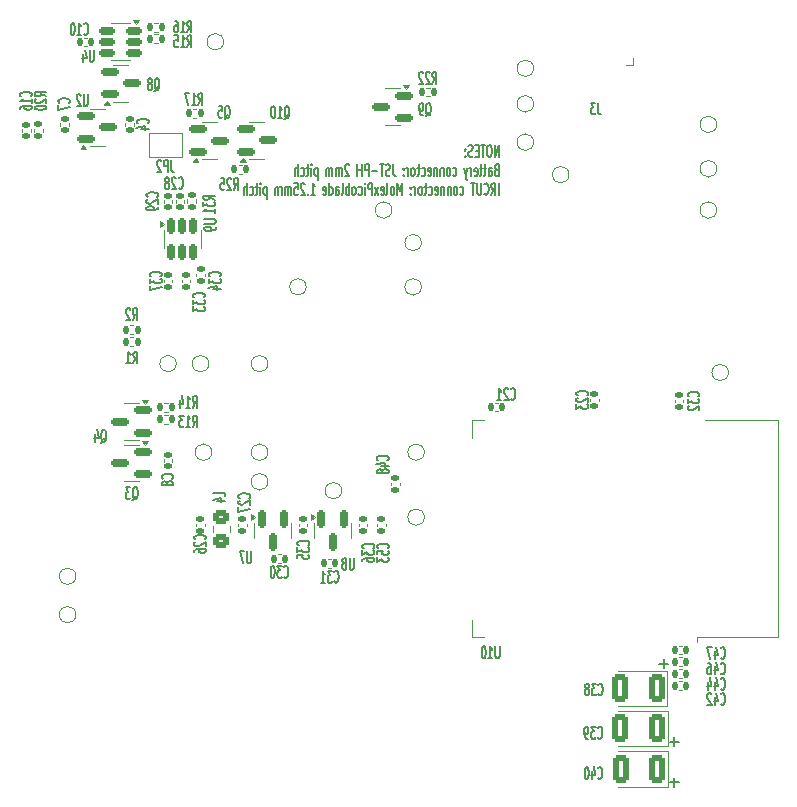
<source format=gbo>
%TF.GenerationSoftware,KiCad,Pcbnew,8.0.0*%
%TF.CreationDate,2024-03-17T03:11:13-07:00*%
%TF.ProjectId,ai-camera-rev3.2,61692d63-616d-4657-9261-2d726576332e,rev3.2*%
%TF.SameCoordinates,PX5a995c0PY2aea540*%
%TF.FileFunction,Legend,Bot*%
%TF.FilePolarity,Positive*%
%FSLAX46Y46*%
G04 Gerber Fmt 4.6, Leading zero omitted, Abs format (unit mm)*
G04 Created by KiCad (PCBNEW 8.0.0) date 2024-03-17 03:11:13*
%MOMM*%
%LPD*%
G01*
G04 APERTURE LIST*
G04 Aperture macros list*
%AMRoundRect*
0 Rectangle with rounded corners*
0 $1 Rounding radius*
0 $2 $3 $4 $5 $6 $7 $8 $9 X,Y pos of 4 corners*
0 Add a 4 corners polygon primitive as box body*
4,1,4,$2,$3,$4,$5,$6,$7,$8,$9,$2,$3,0*
0 Add four circle primitives for the rounded corners*
1,1,$1+$1,$2,$3*
1,1,$1+$1,$4,$5*
1,1,$1+$1,$6,$7*
1,1,$1+$1,$8,$9*
0 Add four rect primitives between the rounded corners*
20,1,$1+$1,$2,$3,$4,$5,0*
20,1,$1+$1,$4,$5,$6,$7,0*
20,1,$1+$1,$6,$7,$8,$9,0*
20,1,$1+$1,$8,$9,$2,$3,0*%
%AMRotRect*
0 Rectangle, with rotation*
0 The origin of the aperture is its center*
0 $1 length*
0 $2 width*
0 $3 Rotation angle, in degrees counterclockwise*
0 Add horizontal line*
21,1,$1,$2,0,0,$3*%
G04 Aperture macros list end*
%ADD10C,0.150000*%
%ADD11C,0.120000*%
%ADD12RoundRect,0.250000X0.412500X0.925000X-0.412500X0.925000X-0.412500X-0.925000X0.412500X-0.925000X0*%
%ADD13C,3.600000*%
%ADD14C,6.400000*%
%ADD15C,4.000000*%
%ADD16C,1.700000*%
%ADD17C,0.800000*%
%ADD18RotRect,1.524000X1.524000X45.000000*%
%ADD19C,1.524000*%
%ADD20R,1.700000X1.700000*%
%ADD21O,1.700000X1.700000*%
%ADD22C,0.650000*%
%ADD23O,2.100000X1.000000*%
%ADD24O,1.600000X1.000000*%
%ADD25RoundRect,0.150000X-0.587500X-0.150000X0.587500X-0.150000X0.587500X0.150000X-0.587500X0.150000X0*%
%ADD26C,1.000000*%
%ADD27RoundRect,0.135000X0.135000X0.185000X-0.135000X0.185000X-0.135000X-0.185000X0.135000X-0.185000X0*%
%ADD28RoundRect,0.140000X0.170000X-0.140000X0.170000X0.140000X-0.170000X0.140000X-0.170000X-0.140000X0*%
%ADD29R,0.900000X1.500000*%
%ADD30R,1.500000X0.900000*%
%ADD31C,0.500000*%
%ADD32R,3.900000X3.900000*%
%ADD33RoundRect,0.135000X-0.185000X0.135000X-0.185000X-0.135000X0.185000X-0.135000X0.185000X0.135000X0*%
%ADD34RoundRect,0.140000X-0.140000X-0.170000X0.140000X-0.170000X0.140000X0.170000X-0.140000X0.170000X0*%
%ADD35RoundRect,0.150000X0.587500X0.150000X-0.587500X0.150000X-0.587500X-0.150000X0.587500X-0.150000X0*%
%ADD36RoundRect,0.140000X-0.170000X0.140000X-0.170000X-0.140000X0.170000X-0.140000X0.170000X0.140000X0*%
%ADD37RoundRect,0.140000X0.140000X0.170000X-0.140000X0.170000X-0.140000X-0.170000X0.140000X-0.170000X0*%
%ADD38RoundRect,0.150000X-0.150000X0.587500X-0.150000X-0.587500X0.150000X-0.587500X0.150000X0.587500X0*%
%ADD39RoundRect,0.135000X-0.135000X-0.185000X0.135000X-0.185000X0.135000X0.185000X-0.135000X0.185000X0*%
%ADD40R,1.000000X1.500000*%
%ADD41RoundRect,0.150000X0.512500X0.150000X-0.512500X0.150000X-0.512500X-0.150000X0.512500X-0.150000X0*%
%ADD42RoundRect,0.135000X0.185000X-0.135000X0.185000X0.135000X-0.185000X0.135000X-0.185000X-0.135000X0*%
%ADD43RoundRect,0.150000X-0.150000X0.512500X-0.150000X-0.512500X0.150000X-0.512500X0.150000X0.512500X0*%
%ADD44RoundRect,0.250000X0.450000X-0.325000X0.450000X0.325000X-0.450000X0.325000X-0.450000X-0.325000X0*%
%ADD45C,2.374900*%
%ADD46C,0.990600*%
%ADD47C,0.787400*%
G04 APERTURE END LIST*
D10*
X46008458Y-14234875D02*
X46008458Y-13234875D01*
X46008458Y-13234875D02*
X45665601Y-14234875D01*
X45665601Y-14234875D02*
X45665601Y-13234875D01*
X45265602Y-13234875D02*
X45151316Y-13234875D01*
X45151316Y-13234875D02*
X45094173Y-13282494D01*
X45094173Y-13282494D02*
X45037030Y-13377732D01*
X45037030Y-13377732D02*
X45008459Y-13568208D01*
X45008459Y-13568208D02*
X45008459Y-13901541D01*
X45008459Y-13901541D02*
X45037030Y-14092017D01*
X45037030Y-14092017D02*
X45094173Y-14187256D01*
X45094173Y-14187256D02*
X45151316Y-14234875D01*
X45151316Y-14234875D02*
X45265602Y-14234875D01*
X45265602Y-14234875D02*
X45322745Y-14187256D01*
X45322745Y-14187256D02*
X45379887Y-14092017D01*
X45379887Y-14092017D02*
X45408459Y-13901541D01*
X45408459Y-13901541D02*
X45408459Y-13568208D01*
X45408459Y-13568208D02*
X45379887Y-13377732D01*
X45379887Y-13377732D02*
X45322745Y-13282494D01*
X45322745Y-13282494D02*
X45265602Y-13234875D01*
X44837031Y-13234875D02*
X44494174Y-13234875D01*
X44665602Y-14234875D02*
X44665602Y-13234875D01*
X44294173Y-13711065D02*
X44094173Y-13711065D01*
X44008459Y-14234875D02*
X44294173Y-14234875D01*
X44294173Y-14234875D02*
X44294173Y-13234875D01*
X44294173Y-13234875D02*
X44008459Y-13234875D01*
X43779888Y-14187256D02*
X43694174Y-14234875D01*
X43694174Y-14234875D02*
X43551316Y-14234875D01*
X43551316Y-14234875D02*
X43494174Y-14187256D01*
X43494174Y-14187256D02*
X43465602Y-14139636D01*
X43465602Y-14139636D02*
X43437031Y-14044398D01*
X43437031Y-14044398D02*
X43437031Y-13949160D01*
X43437031Y-13949160D02*
X43465602Y-13853922D01*
X43465602Y-13853922D02*
X43494174Y-13806303D01*
X43494174Y-13806303D02*
X43551316Y-13758684D01*
X43551316Y-13758684D02*
X43665602Y-13711065D01*
X43665602Y-13711065D02*
X43722745Y-13663446D01*
X43722745Y-13663446D02*
X43751316Y-13615827D01*
X43751316Y-13615827D02*
X43779888Y-13520589D01*
X43779888Y-13520589D02*
X43779888Y-13425351D01*
X43779888Y-13425351D02*
X43751316Y-13330113D01*
X43751316Y-13330113D02*
X43722745Y-13282494D01*
X43722745Y-13282494D02*
X43665602Y-13234875D01*
X43665602Y-13234875D02*
X43522745Y-13234875D01*
X43522745Y-13234875D02*
X43437031Y-13282494D01*
X43179887Y-14139636D02*
X43151316Y-14187256D01*
X43151316Y-14187256D02*
X43179887Y-14234875D01*
X43179887Y-14234875D02*
X43208459Y-14187256D01*
X43208459Y-14187256D02*
X43179887Y-14139636D01*
X43179887Y-14139636D02*
X43179887Y-14234875D01*
X43179887Y-13615827D02*
X43151316Y-13663446D01*
X43151316Y-13663446D02*
X43179887Y-13711065D01*
X43179887Y-13711065D02*
X43208459Y-13663446D01*
X43208459Y-13663446D02*
X43179887Y-13615827D01*
X43179887Y-13615827D02*
X43179887Y-13711065D01*
X45808458Y-15321009D02*
X45722744Y-15368628D01*
X45722744Y-15368628D02*
X45694173Y-15416247D01*
X45694173Y-15416247D02*
X45665601Y-15511485D01*
X45665601Y-15511485D02*
X45665601Y-15654342D01*
X45665601Y-15654342D02*
X45694173Y-15749580D01*
X45694173Y-15749580D02*
X45722744Y-15797200D01*
X45722744Y-15797200D02*
X45779887Y-15844819D01*
X45779887Y-15844819D02*
X46008458Y-15844819D01*
X46008458Y-15844819D02*
X46008458Y-14844819D01*
X46008458Y-14844819D02*
X45808458Y-14844819D01*
X45808458Y-14844819D02*
X45751316Y-14892438D01*
X45751316Y-14892438D02*
X45722744Y-14940057D01*
X45722744Y-14940057D02*
X45694173Y-15035295D01*
X45694173Y-15035295D02*
X45694173Y-15130533D01*
X45694173Y-15130533D02*
X45722744Y-15225771D01*
X45722744Y-15225771D02*
X45751316Y-15273390D01*
X45751316Y-15273390D02*
X45808458Y-15321009D01*
X45808458Y-15321009D02*
X46008458Y-15321009D01*
X45151316Y-15844819D02*
X45151316Y-15321009D01*
X45151316Y-15321009D02*
X45179887Y-15225771D01*
X45179887Y-15225771D02*
X45237030Y-15178152D01*
X45237030Y-15178152D02*
X45351316Y-15178152D01*
X45351316Y-15178152D02*
X45408458Y-15225771D01*
X45151316Y-15797200D02*
X45208458Y-15844819D01*
X45208458Y-15844819D02*
X45351316Y-15844819D01*
X45351316Y-15844819D02*
X45408458Y-15797200D01*
X45408458Y-15797200D02*
X45437030Y-15701961D01*
X45437030Y-15701961D02*
X45437030Y-15606723D01*
X45437030Y-15606723D02*
X45408458Y-15511485D01*
X45408458Y-15511485D02*
X45351316Y-15463866D01*
X45351316Y-15463866D02*
X45208458Y-15463866D01*
X45208458Y-15463866D02*
X45151316Y-15416247D01*
X44951316Y-15178152D02*
X44722744Y-15178152D01*
X44865601Y-14844819D02*
X44865601Y-15701961D01*
X44865601Y-15701961D02*
X44837030Y-15797200D01*
X44837030Y-15797200D02*
X44779887Y-15844819D01*
X44779887Y-15844819D02*
X44722744Y-15844819D01*
X44608459Y-15178152D02*
X44379887Y-15178152D01*
X44522744Y-14844819D02*
X44522744Y-15701961D01*
X44522744Y-15701961D02*
X44494173Y-15797200D01*
X44494173Y-15797200D02*
X44437030Y-15844819D01*
X44437030Y-15844819D02*
X44379887Y-15844819D01*
X43951316Y-15797200D02*
X44008459Y-15844819D01*
X44008459Y-15844819D02*
X44122745Y-15844819D01*
X44122745Y-15844819D02*
X44179887Y-15797200D01*
X44179887Y-15797200D02*
X44208459Y-15701961D01*
X44208459Y-15701961D02*
X44208459Y-15321009D01*
X44208459Y-15321009D02*
X44179887Y-15225771D01*
X44179887Y-15225771D02*
X44122745Y-15178152D01*
X44122745Y-15178152D02*
X44008459Y-15178152D01*
X44008459Y-15178152D02*
X43951316Y-15225771D01*
X43951316Y-15225771D02*
X43922745Y-15321009D01*
X43922745Y-15321009D02*
X43922745Y-15416247D01*
X43922745Y-15416247D02*
X44208459Y-15511485D01*
X43665601Y-15844819D02*
X43665601Y-15178152D01*
X43665601Y-15368628D02*
X43637030Y-15273390D01*
X43637030Y-15273390D02*
X43608459Y-15225771D01*
X43608459Y-15225771D02*
X43551316Y-15178152D01*
X43551316Y-15178152D02*
X43494173Y-15178152D01*
X43351315Y-15178152D02*
X43208458Y-15844819D01*
X43065601Y-15178152D02*
X43208458Y-15844819D01*
X43208458Y-15844819D02*
X43265601Y-16082914D01*
X43265601Y-16082914D02*
X43294172Y-16130533D01*
X43294172Y-16130533D02*
X43351315Y-16178152D01*
X42122744Y-15797200D02*
X42179886Y-15844819D01*
X42179886Y-15844819D02*
X42294172Y-15844819D01*
X42294172Y-15844819D02*
X42351315Y-15797200D01*
X42351315Y-15797200D02*
X42379886Y-15749580D01*
X42379886Y-15749580D02*
X42408458Y-15654342D01*
X42408458Y-15654342D02*
X42408458Y-15368628D01*
X42408458Y-15368628D02*
X42379886Y-15273390D01*
X42379886Y-15273390D02*
X42351315Y-15225771D01*
X42351315Y-15225771D02*
X42294172Y-15178152D01*
X42294172Y-15178152D02*
X42179886Y-15178152D01*
X42179886Y-15178152D02*
X42122744Y-15225771D01*
X41779886Y-15844819D02*
X41837029Y-15797200D01*
X41837029Y-15797200D02*
X41865600Y-15749580D01*
X41865600Y-15749580D02*
X41894172Y-15654342D01*
X41894172Y-15654342D02*
X41894172Y-15368628D01*
X41894172Y-15368628D02*
X41865600Y-15273390D01*
X41865600Y-15273390D02*
X41837029Y-15225771D01*
X41837029Y-15225771D02*
X41779886Y-15178152D01*
X41779886Y-15178152D02*
X41694172Y-15178152D01*
X41694172Y-15178152D02*
X41637029Y-15225771D01*
X41637029Y-15225771D02*
X41608458Y-15273390D01*
X41608458Y-15273390D02*
X41579886Y-15368628D01*
X41579886Y-15368628D02*
X41579886Y-15654342D01*
X41579886Y-15654342D02*
X41608458Y-15749580D01*
X41608458Y-15749580D02*
X41637029Y-15797200D01*
X41637029Y-15797200D02*
X41694172Y-15844819D01*
X41694172Y-15844819D02*
X41779886Y-15844819D01*
X41322743Y-15178152D02*
X41322743Y-15844819D01*
X41322743Y-15273390D02*
X41294172Y-15225771D01*
X41294172Y-15225771D02*
X41237029Y-15178152D01*
X41237029Y-15178152D02*
X41151315Y-15178152D01*
X41151315Y-15178152D02*
X41094172Y-15225771D01*
X41094172Y-15225771D02*
X41065601Y-15321009D01*
X41065601Y-15321009D02*
X41065601Y-15844819D01*
X40779886Y-15178152D02*
X40779886Y-15844819D01*
X40779886Y-15273390D02*
X40751315Y-15225771D01*
X40751315Y-15225771D02*
X40694172Y-15178152D01*
X40694172Y-15178152D02*
X40608458Y-15178152D01*
X40608458Y-15178152D02*
X40551315Y-15225771D01*
X40551315Y-15225771D02*
X40522744Y-15321009D01*
X40522744Y-15321009D02*
X40522744Y-15844819D01*
X40008458Y-15797200D02*
X40065601Y-15844819D01*
X40065601Y-15844819D02*
X40179887Y-15844819D01*
X40179887Y-15844819D02*
X40237029Y-15797200D01*
X40237029Y-15797200D02*
X40265601Y-15701961D01*
X40265601Y-15701961D02*
X40265601Y-15321009D01*
X40265601Y-15321009D02*
X40237029Y-15225771D01*
X40237029Y-15225771D02*
X40179887Y-15178152D01*
X40179887Y-15178152D02*
X40065601Y-15178152D01*
X40065601Y-15178152D02*
X40008458Y-15225771D01*
X40008458Y-15225771D02*
X39979887Y-15321009D01*
X39979887Y-15321009D02*
X39979887Y-15416247D01*
X39979887Y-15416247D02*
X40265601Y-15511485D01*
X39465601Y-15797200D02*
X39522743Y-15844819D01*
X39522743Y-15844819D02*
X39637029Y-15844819D01*
X39637029Y-15844819D02*
X39694172Y-15797200D01*
X39694172Y-15797200D02*
X39722743Y-15749580D01*
X39722743Y-15749580D02*
X39751315Y-15654342D01*
X39751315Y-15654342D02*
X39751315Y-15368628D01*
X39751315Y-15368628D02*
X39722743Y-15273390D01*
X39722743Y-15273390D02*
X39694172Y-15225771D01*
X39694172Y-15225771D02*
X39637029Y-15178152D01*
X39637029Y-15178152D02*
X39522743Y-15178152D01*
X39522743Y-15178152D02*
X39465601Y-15225771D01*
X39294172Y-15178152D02*
X39065600Y-15178152D01*
X39208457Y-14844819D02*
X39208457Y-15701961D01*
X39208457Y-15701961D02*
X39179886Y-15797200D01*
X39179886Y-15797200D02*
X39122743Y-15844819D01*
X39122743Y-15844819D02*
X39065600Y-15844819D01*
X38779886Y-15844819D02*
X38837029Y-15797200D01*
X38837029Y-15797200D02*
X38865600Y-15749580D01*
X38865600Y-15749580D02*
X38894172Y-15654342D01*
X38894172Y-15654342D02*
X38894172Y-15368628D01*
X38894172Y-15368628D02*
X38865600Y-15273390D01*
X38865600Y-15273390D02*
X38837029Y-15225771D01*
X38837029Y-15225771D02*
X38779886Y-15178152D01*
X38779886Y-15178152D02*
X38694172Y-15178152D01*
X38694172Y-15178152D02*
X38637029Y-15225771D01*
X38637029Y-15225771D02*
X38608458Y-15273390D01*
X38608458Y-15273390D02*
X38579886Y-15368628D01*
X38579886Y-15368628D02*
X38579886Y-15654342D01*
X38579886Y-15654342D02*
X38608458Y-15749580D01*
X38608458Y-15749580D02*
X38637029Y-15797200D01*
X38637029Y-15797200D02*
X38694172Y-15844819D01*
X38694172Y-15844819D02*
X38779886Y-15844819D01*
X38322743Y-15844819D02*
X38322743Y-15178152D01*
X38322743Y-15368628D02*
X38294172Y-15273390D01*
X38294172Y-15273390D02*
X38265601Y-15225771D01*
X38265601Y-15225771D02*
X38208458Y-15178152D01*
X38208458Y-15178152D02*
X38151315Y-15178152D01*
X37951314Y-15749580D02*
X37922743Y-15797200D01*
X37922743Y-15797200D02*
X37951314Y-15844819D01*
X37951314Y-15844819D02*
X37979886Y-15797200D01*
X37979886Y-15797200D02*
X37951314Y-15749580D01*
X37951314Y-15749580D02*
X37951314Y-15844819D01*
X37951314Y-15225771D02*
X37922743Y-15273390D01*
X37922743Y-15273390D02*
X37951314Y-15321009D01*
X37951314Y-15321009D02*
X37979886Y-15273390D01*
X37979886Y-15273390D02*
X37951314Y-15225771D01*
X37951314Y-15225771D02*
X37951314Y-15321009D01*
X37037029Y-14844819D02*
X37037029Y-15559104D01*
X37037029Y-15559104D02*
X37065600Y-15701961D01*
X37065600Y-15701961D02*
X37122743Y-15797200D01*
X37122743Y-15797200D02*
X37208457Y-15844819D01*
X37208457Y-15844819D02*
X37265600Y-15844819D01*
X36779886Y-15797200D02*
X36694172Y-15844819D01*
X36694172Y-15844819D02*
X36551314Y-15844819D01*
X36551314Y-15844819D02*
X36494172Y-15797200D01*
X36494172Y-15797200D02*
X36465600Y-15749580D01*
X36465600Y-15749580D02*
X36437029Y-15654342D01*
X36437029Y-15654342D02*
X36437029Y-15559104D01*
X36437029Y-15559104D02*
X36465600Y-15463866D01*
X36465600Y-15463866D02*
X36494172Y-15416247D01*
X36494172Y-15416247D02*
X36551314Y-15368628D01*
X36551314Y-15368628D02*
X36665600Y-15321009D01*
X36665600Y-15321009D02*
X36722743Y-15273390D01*
X36722743Y-15273390D02*
X36751314Y-15225771D01*
X36751314Y-15225771D02*
X36779886Y-15130533D01*
X36779886Y-15130533D02*
X36779886Y-15035295D01*
X36779886Y-15035295D02*
X36751314Y-14940057D01*
X36751314Y-14940057D02*
X36722743Y-14892438D01*
X36722743Y-14892438D02*
X36665600Y-14844819D01*
X36665600Y-14844819D02*
X36522743Y-14844819D01*
X36522743Y-14844819D02*
X36437029Y-14892438D01*
X36265600Y-14844819D02*
X35922743Y-14844819D01*
X36094171Y-15844819D02*
X36094171Y-14844819D01*
X35722742Y-15463866D02*
X35265600Y-15463866D01*
X34979885Y-15844819D02*
X34979885Y-14844819D01*
X34979885Y-14844819D02*
X34751314Y-14844819D01*
X34751314Y-14844819D02*
X34694171Y-14892438D01*
X34694171Y-14892438D02*
X34665600Y-14940057D01*
X34665600Y-14940057D02*
X34637028Y-15035295D01*
X34637028Y-15035295D02*
X34637028Y-15178152D01*
X34637028Y-15178152D02*
X34665600Y-15273390D01*
X34665600Y-15273390D02*
X34694171Y-15321009D01*
X34694171Y-15321009D02*
X34751314Y-15368628D01*
X34751314Y-15368628D02*
X34979885Y-15368628D01*
X34379885Y-15844819D02*
X34379885Y-14844819D01*
X34379885Y-15321009D02*
X34037028Y-15321009D01*
X34037028Y-15844819D02*
X34037028Y-14844819D01*
X33322743Y-14940057D02*
X33294171Y-14892438D01*
X33294171Y-14892438D02*
X33237029Y-14844819D01*
X33237029Y-14844819D02*
X33094171Y-14844819D01*
X33094171Y-14844819D02*
X33037029Y-14892438D01*
X33037029Y-14892438D02*
X33008457Y-14940057D01*
X33008457Y-14940057D02*
X32979886Y-15035295D01*
X32979886Y-15035295D02*
X32979886Y-15130533D01*
X32979886Y-15130533D02*
X33008457Y-15273390D01*
X33008457Y-15273390D02*
X33351314Y-15844819D01*
X33351314Y-15844819D02*
X32979886Y-15844819D01*
X32722742Y-15844819D02*
X32722742Y-15178152D01*
X32722742Y-15273390D02*
X32694171Y-15225771D01*
X32694171Y-15225771D02*
X32637028Y-15178152D01*
X32637028Y-15178152D02*
X32551314Y-15178152D01*
X32551314Y-15178152D02*
X32494171Y-15225771D01*
X32494171Y-15225771D02*
X32465600Y-15321009D01*
X32465600Y-15321009D02*
X32465600Y-15844819D01*
X32465600Y-15321009D02*
X32437028Y-15225771D01*
X32437028Y-15225771D02*
X32379885Y-15178152D01*
X32379885Y-15178152D02*
X32294171Y-15178152D01*
X32294171Y-15178152D02*
X32237028Y-15225771D01*
X32237028Y-15225771D02*
X32208457Y-15321009D01*
X32208457Y-15321009D02*
X32208457Y-15844819D01*
X31922742Y-15844819D02*
X31922742Y-15178152D01*
X31922742Y-15273390D02*
X31894171Y-15225771D01*
X31894171Y-15225771D02*
X31837028Y-15178152D01*
X31837028Y-15178152D02*
X31751314Y-15178152D01*
X31751314Y-15178152D02*
X31694171Y-15225771D01*
X31694171Y-15225771D02*
X31665600Y-15321009D01*
X31665600Y-15321009D02*
X31665600Y-15844819D01*
X31665600Y-15321009D02*
X31637028Y-15225771D01*
X31637028Y-15225771D02*
X31579885Y-15178152D01*
X31579885Y-15178152D02*
X31494171Y-15178152D01*
X31494171Y-15178152D02*
X31437028Y-15225771D01*
X31437028Y-15225771D02*
X31408457Y-15321009D01*
X31408457Y-15321009D02*
X31408457Y-15844819D01*
X30665599Y-15178152D02*
X30665599Y-16178152D01*
X30665599Y-15225771D02*
X30608457Y-15178152D01*
X30608457Y-15178152D02*
X30494171Y-15178152D01*
X30494171Y-15178152D02*
X30437028Y-15225771D01*
X30437028Y-15225771D02*
X30408457Y-15273390D01*
X30408457Y-15273390D02*
X30379885Y-15368628D01*
X30379885Y-15368628D02*
X30379885Y-15654342D01*
X30379885Y-15654342D02*
X30408457Y-15749580D01*
X30408457Y-15749580D02*
X30437028Y-15797200D01*
X30437028Y-15797200D02*
X30494171Y-15844819D01*
X30494171Y-15844819D02*
X30608457Y-15844819D01*
X30608457Y-15844819D02*
X30665599Y-15797200D01*
X30122742Y-15844819D02*
X30122742Y-15178152D01*
X30122742Y-14844819D02*
X30151314Y-14892438D01*
X30151314Y-14892438D02*
X30122742Y-14940057D01*
X30122742Y-14940057D02*
X30094171Y-14892438D01*
X30094171Y-14892438D02*
X30122742Y-14844819D01*
X30122742Y-14844819D02*
X30122742Y-14940057D01*
X29922743Y-15178152D02*
X29694171Y-15178152D01*
X29837028Y-14844819D02*
X29837028Y-15701961D01*
X29837028Y-15701961D02*
X29808457Y-15797200D01*
X29808457Y-15797200D02*
X29751314Y-15844819D01*
X29751314Y-15844819D02*
X29694171Y-15844819D01*
X29237029Y-15797200D02*
X29294171Y-15844819D01*
X29294171Y-15844819D02*
X29408457Y-15844819D01*
X29408457Y-15844819D02*
X29465600Y-15797200D01*
X29465600Y-15797200D02*
X29494171Y-15749580D01*
X29494171Y-15749580D02*
X29522743Y-15654342D01*
X29522743Y-15654342D02*
X29522743Y-15368628D01*
X29522743Y-15368628D02*
X29494171Y-15273390D01*
X29494171Y-15273390D02*
X29465600Y-15225771D01*
X29465600Y-15225771D02*
X29408457Y-15178152D01*
X29408457Y-15178152D02*
X29294171Y-15178152D01*
X29294171Y-15178152D02*
X29237029Y-15225771D01*
X28979885Y-15844819D02*
X28979885Y-14844819D01*
X28722743Y-15844819D02*
X28722743Y-15321009D01*
X28722743Y-15321009D02*
X28751314Y-15225771D01*
X28751314Y-15225771D02*
X28808457Y-15178152D01*
X28808457Y-15178152D02*
X28894171Y-15178152D01*
X28894171Y-15178152D02*
X28951314Y-15225771D01*
X28951314Y-15225771D02*
X28979885Y-15273390D01*
X46008458Y-17454763D02*
X46008458Y-16454763D01*
X45379887Y-17454763D02*
X45579887Y-16978572D01*
X45722744Y-17454763D02*
X45722744Y-16454763D01*
X45722744Y-16454763D02*
X45494173Y-16454763D01*
X45494173Y-16454763D02*
X45437030Y-16502382D01*
X45437030Y-16502382D02*
X45408459Y-16550001D01*
X45408459Y-16550001D02*
X45379887Y-16645239D01*
X45379887Y-16645239D02*
X45379887Y-16788096D01*
X45379887Y-16788096D02*
X45408459Y-16883334D01*
X45408459Y-16883334D02*
X45437030Y-16930953D01*
X45437030Y-16930953D02*
X45494173Y-16978572D01*
X45494173Y-16978572D02*
X45722744Y-16978572D01*
X44779887Y-17359524D02*
X44808459Y-17407144D01*
X44808459Y-17407144D02*
X44894173Y-17454763D01*
X44894173Y-17454763D02*
X44951316Y-17454763D01*
X44951316Y-17454763D02*
X45037030Y-17407144D01*
X45037030Y-17407144D02*
X45094173Y-17311905D01*
X45094173Y-17311905D02*
X45122744Y-17216667D01*
X45122744Y-17216667D02*
X45151316Y-17026191D01*
X45151316Y-17026191D02*
X45151316Y-16883334D01*
X45151316Y-16883334D02*
X45122744Y-16692858D01*
X45122744Y-16692858D02*
X45094173Y-16597620D01*
X45094173Y-16597620D02*
X45037030Y-16502382D01*
X45037030Y-16502382D02*
X44951316Y-16454763D01*
X44951316Y-16454763D02*
X44894173Y-16454763D01*
X44894173Y-16454763D02*
X44808459Y-16502382D01*
X44808459Y-16502382D02*
X44779887Y-16550001D01*
X44522744Y-16454763D02*
X44522744Y-17264286D01*
X44522744Y-17264286D02*
X44494173Y-17359524D01*
X44494173Y-17359524D02*
X44465602Y-17407144D01*
X44465602Y-17407144D02*
X44408459Y-17454763D01*
X44408459Y-17454763D02*
X44294173Y-17454763D01*
X44294173Y-17454763D02*
X44237030Y-17407144D01*
X44237030Y-17407144D02*
X44208459Y-17359524D01*
X44208459Y-17359524D02*
X44179887Y-17264286D01*
X44179887Y-17264286D02*
X44179887Y-16454763D01*
X43979888Y-16454763D02*
X43637031Y-16454763D01*
X43808459Y-17454763D02*
X43808459Y-16454763D01*
X42722745Y-17407144D02*
X42779887Y-17454763D01*
X42779887Y-17454763D02*
X42894173Y-17454763D01*
X42894173Y-17454763D02*
X42951316Y-17407144D01*
X42951316Y-17407144D02*
X42979887Y-17359524D01*
X42979887Y-17359524D02*
X43008459Y-17264286D01*
X43008459Y-17264286D02*
X43008459Y-16978572D01*
X43008459Y-16978572D02*
X42979887Y-16883334D01*
X42979887Y-16883334D02*
X42951316Y-16835715D01*
X42951316Y-16835715D02*
X42894173Y-16788096D01*
X42894173Y-16788096D02*
X42779887Y-16788096D01*
X42779887Y-16788096D02*
X42722745Y-16835715D01*
X42379887Y-17454763D02*
X42437030Y-17407144D01*
X42437030Y-17407144D02*
X42465601Y-17359524D01*
X42465601Y-17359524D02*
X42494173Y-17264286D01*
X42494173Y-17264286D02*
X42494173Y-16978572D01*
X42494173Y-16978572D02*
X42465601Y-16883334D01*
X42465601Y-16883334D02*
X42437030Y-16835715D01*
X42437030Y-16835715D02*
X42379887Y-16788096D01*
X42379887Y-16788096D02*
X42294173Y-16788096D01*
X42294173Y-16788096D02*
X42237030Y-16835715D01*
X42237030Y-16835715D02*
X42208459Y-16883334D01*
X42208459Y-16883334D02*
X42179887Y-16978572D01*
X42179887Y-16978572D02*
X42179887Y-17264286D01*
X42179887Y-17264286D02*
X42208459Y-17359524D01*
X42208459Y-17359524D02*
X42237030Y-17407144D01*
X42237030Y-17407144D02*
X42294173Y-17454763D01*
X42294173Y-17454763D02*
X42379887Y-17454763D01*
X41922744Y-16788096D02*
X41922744Y-17454763D01*
X41922744Y-16883334D02*
X41894173Y-16835715D01*
X41894173Y-16835715D02*
X41837030Y-16788096D01*
X41837030Y-16788096D02*
X41751316Y-16788096D01*
X41751316Y-16788096D02*
X41694173Y-16835715D01*
X41694173Y-16835715D02*
X41665602Y-16930953D01*
X41665602Y-16930953D02*
X41665602Y-17454763D01*
X41379887Y-16788096D02*
X41379887Y-17454763D01*
X41379887Y-16883334D02*
X41351316Y-16835715D01*
X41351316Y-16835715D02*
X41294173Y-16788096D01*
X41294173Y-16788096D02*
X41208459Y-16788096D01*
X41208459Y-16788096D02*
X41151316Y-16835715D01*
X41151316Y-16835715D02*
X41122745Y-16930953D01*
X41122745Y-16930953D02*
X41122745Y-17454763D01*
X40608459Y-17407144D02*
X40665602Y-17454763D01*
X40665602Y-17454763D02*
X40779888Y-17454763D01*
X40779888Y-17454763D02*
X40837030Y-17407144D01*
X40837030Y-17407144D02*
X40865602Y-17311905D01*
X40865602Y-17311905D02*
X40865602Y-16930953D01*
X40865602Y-16930953D02*
X40837030Y-16835715D01*
X40837030Y-16835715D02*
X40779888Y-16788096D01*
X40779888Y-16788096D02*
X40665602Y-16788096D01*
X40665602Y-16788096D02*
X40608459Y-16835715D01*
X40608459Y-16835715D02*
X40579888Y-16930953D01*
X40579888Y-16930953D02*
X40579888Y-17026191D01*
X40579888Y-17026191D02*
X40865602Y-17121429D01*
X40065602Y-17407144D02*
X40122744Y-17454763D01*
X40122744Y-17454763D02*
X40237030Y-17454763D01*
X40237030Y-17454763D02*
X40294173Y-17407144D01*
X40294173Y-17407144D02*
X40322744Y-17359524D01*
X40322744Y-17359524D02*
X40351316Y-17264286D01*
X40351316Y-17264286D02*
X40351316Y-16978572D01*
X40351316Y-16978572D02*
X40322744Y-16883334D01*
X40322744Y-16883334D02*
X40294173Y-16835715D01*
X40294173Y-16835715D02*
X40237030Y-16788096D01*
X40237030Y-16788096D02*
X40122744Y-16788096D01*
X40122744Y-16788096D02*
X40065602Y-16835715D01*
X39894173Y-16788096D02*
X39665601Y-16788096D01*
X39808458Y-16454763D02*
X39808458Y-17311905D01*
X39808458Y-17311905D02*
X39779887Y-17407144D01*
X39779887Y-17407144D02*
X39722744Y-17454763D01*
X39722744Y-17454763D02*
X39665601Y-17454763D01*
X39379887Y-17454763D02*
X39437030Y-17407144D01*
X39437030Y-17407144D02*
X39465601Y-17359524D01*
X39465601Y-17359524D02*
X39494173Y-17264286D01*
X39494173Y-17264286D02*
X39494173Y-16978572D01*
X39494173Y-16978572D02*
X39465601Y-16883334D01*
X39465601Y-16883334D02*
X39437030Y-16835715D01*
X39437030Y-16835715D02*
X39379887Y-16788096D01*
X39379887Y-16788096D02*
X39294173Y-16788096D01*
X39294173Y-16788096D02*
X39237030Y-16835715D01*
X39237030Y-16835715D02*
X39208459Y-16883334D01*
X39208459Y-16883334D02*
X39179887Y-16978572D01*
X39179887Y-16978572D02*
X39179887Y-17264286D01*
X39179887Y-17264286D02*
X39208459Y-17359524D01*
X39208459Y-17359524D02*
X39237030Y-17407144D01*
X39237030Y-17407144D02*
X39294173Y-17454763D01*
X39294173Y-17454763D02*
X39379887Y-17454763D01*
X38922744Y-17454763D02*
X38922744Y-16788096D01*
X38922744Y-16978572D02*
X38894173Y-16883334D01*
X38894173Y-16883334D02*
X38865602Y-16835715D01*
X38865602Y-16835715D02*
X38808459Y-16788096D01*
X38808459Y-16788096D02*
X38751316Y-16788096D01*
X38551315Y-17359524D02*
X38522744Y-17407144D01*
X38522744Y-17407144D02*
X38551315Y-17454763D01*
X38551315Y-17454763D02*
X38579887Y-17407144D01*
X38579887Y-17407144D02*
X38551315Y-17359524D01*
X38551315Y-17359524D02*
X38551315Y-17454763D01*
X38551315Y-16835715D02*
X38522744Y-16883334D01*
X38522744Y-16883334D02*
X38551315Y-16930953D01*
X38551315Y-16930953D02*
X38579887Y-16883334D01*
X38579887Y-16883334D02*
X38551315Y-16835715D01*
X38551315Y-16835715D02*
X38551315Y-16930953D01*
X37808458Y-17454763D02*
X37808458Y-16454763D01*
X37808458Y-16454763D02*
X37608458Y-17169048D01*
X37608458Y-17169048D02*
X37408458Y-16454763D01*
X37408458Y-16454763D02*
X37408458Y-17454763D01*
X37037030Y-17454763D02*
X37094173Y-17407144D01*
X37094173Y-17407144D02*
X37122744Y-17359524D01*
X37122744Y-17359524D02*
X37151316Y-17264286D01*
X37151316Y-17264286D02*
X37151316Y-16978572D01*
X37151316Y-16978572D02*
X37122744Y-16883334D01*
X37122744Y-16883334D02*
X37094173Y-16835715D01*
X37094173Y-16835715D02*
X37037030Y-16788096D01*
X37037030Y-16788096D02*
X36951316Y-16788096D01*
X36951316Y-16788096D02*
X36894173Y-16835715D01*
X36894173Y-16835715D02*
X36865602Y-16883334D01*
X36865602Y-16883334D02*
X36837030Y-16978572D01*
X36837030Y-16978572D02*
X36837030Y-17264286D01*
X36837030Y-17264286D02*
X36865602Y-17359524D01*
X36865602Y-17359524D02*
X36894173Y-17407144D01*
X36894173Y-17407144D02*
X36951316Y-17454763D01*
X36951316Y-17454763D02*
X37037030Y-17454763D01*
X36494173Y-17454763D02*
X36551316Y-17407144D01*
X36551316Y-17407144D02*
X36579887Y-17311905D01*
X36579887Y-17311905D02*
X36579887Y-16454763D01*
X36037030Y-17407144D02*
X36094173Y-17454763D01*
X36094173Y-17454763D02*
X36208459Y-17454763D01*
X36208459Y-17454763D02*
X36265601Y-17407144D01*
X36265601Y-17407144D02*
X36294173Y-17311905D01*
X36294173Y-17311905D02*
X36294173Y-16930953D01*
X36294173Y-16930953D02*
X36265601Y-16835715D01*
X36265601Y-16835715D02*
X36208459Y-16788096D01*
X36208459Y-16788096D02*
X36094173Y-16788096D01*
X36094173Y-16788096D02*
X36037030Y-16835715D01*
X36037030Y-16835715D02*
X36008459Y-16930953D01*
X36008459Y-16930953D02*
X36008459Y-17026191D01*
X36008459Y-17026191D02*
X36294173Y-17121429D01*
X35808458Y-17454763D02*
X35494173Y-16788096D01*
X35808458Y-16788096D02*
X35494173Y-17454763D01*
X35265601Y-17454763D02*
X35265601Y-16454763D01*
X35265601Y-16454763D02*
X35037030Y-16454763D01*
X35037030Y-16454763D02*
X34979887Y-16502382D01*
X34979887Y-16502382D02*
X34951316Y-16550001D01*
X34951316Y-16550001D02*
X34922744Y-16645239D01*
X34922744Y-16645239D02*
X34922744Y-16788096D01*
X34922744Y-16788096D02*
X34951316Y-16883334D01*
X34951316Y-16883334D02*
X34979887Y-16930953D01*
X34979887Y-16930953D02*
X35037030Y-16978572D01*
X35037030Y-16978572D02*
X35265601Y-16978572D01*
X34665601Y-17454763D02*
X34665601Y-16788096D01*
X34665601Y-16454763D02*
X34694173Y-16502382D01*
X34694173Y-16502382D02*
X34665601Y-16550001D01*
X34665601Y-16550001D02*
X34637030Y-16502382D01*
X34637030Y-16502382D02*
X34665601Y-16454763D01*
X34665601Y-16454763D02*
X34665601Y-16550001D01*
X34122745Y-17407144D02*
X34179887Y-17454763D01*
X34179887Y-17454763D02*
X34294173Y-17454763D01*
X34294173Y-17454763D02*
X34351316Y-17407144D01*
X34351316Y-17407144D02*
X34379887Y-17359524D01*
X34379887Y-17359524D02*
X34408459Y-17264286D01*
X34408459Y-17264286D02*
X34408459Y-16978572D01*
X34408459Y-16978572D02*
X34379887Y-16883334D01*
X34379887Y-16883334D02*
X34351316Y-16835715D01*
X34351316Y-16835715D02*
X34294173Y-16788096D01*
X34294173Y-16788096D02*
X34179887Y-16788096D01*
X34179887Y-16788096D02*
X34122745Y-16835715D01*
X33779887Y-17454763D02*
X33837030Y-17407144D01*
X33837030Y-17407144D02*
X33865601Y-17359524D01*
X33865601Y-17359524D02*
X33894173Y-17264286D01*
X33894173Y-17264286D02*
X33894173Y-16978572D01*
X33894173Y-16978572D02*
X33865601Y-16883334D01*
X33865601Y-16883334D02*
X33837030Y-16835715D01*
X33837030Y-16835715D02*
X33779887Y-16788096D01*
X33779887Y-16788096D02*
X33694173Y-16788096D01*
X33694173Y-16788096D02*
X33637030Y-16835715D01*
X33637030Y-16835715D02*
X33608459Y-16883334D01*
X33608459Y-16883334D02*
X33579887Y-16978572D01*
X33579887Y-16978572D02*
X33579887Y-17264286D01*
X33579887Y-17264286D02*
X33608459Y-17359524D01*
X33608459Y-17359524D02*
X33637030Y-17407144D01*
X33637030Y-17407144D02*
X33694173Y-17454763D01*
X33694173Y-17454763D02*
X33779887Y-17454763D01*
X33322744Y-17454763D02*
X33322744Y-16454763D01*
X33322744Y-16835715D02*
X33265602Y-16788096D01*
X33265602Y-16788096D02*
X33151316Y-16788096D01*
X33151316Y-16788096D02*
X33094173Y-16835715D01*
X33094173Y-16835715D02*
X33065602Y-16883334D01*
X33065602Y-16883334D02*
X33037030Y-16978572D01*
X33037030Y-16978572D02*
X33037030Y-17264286D01*
X33037030Y-17264286D02*
X33065602Y-17359524D01*
X33065602Y-17359524D02*
X33094173Y-17407144D01*
X33094173Y-17407144D02*
X33151316Y-17454763D01*
X33151316Y-17454763D02*
X33265602Y-17454763D01*
X33265602Y-17454763D02*
X33322744Y-17407144D01*
X32694173Y-17454763D02*
X32751316Y-17407144D01*
X32751316Y-17407144D02*
X32779887Y-17311905D01*
X32779887Y-17311905D02*
X32779887Y-16454763D01*
X32208459Y-17454763D02*
X32208459Y-16930953D01*
X32208459Y-16930953D02*
X32237030Y-16835715D01*
X32237030Y-16835715D02*
X32294173Y-16788096D01*
X32294173Y-16788096D02*
X32408459Y-16788096D01*
X32408459Y-16788096D02*
X32465601Y-16835715D01*
X32208459Y-17407144D02*
X32265601Y-17454763D01*
X32265601Y-17454763D02*
X32408459Y-17454763D01*
X32408459Y-17454763D02*
X32465601Y-17407144D01*
X32465601Y-17407144D02*
X32494173Y-17311905D01*
X32494173Y-17311905D02*
X32494173Y-17216667D01*
X32494173Y-17216667D02*
X32465601Y-17121429D01*
X32465601Y-17121429D02*
X32408459Y-17073810D01*
X32408459Y-17073810D02*
X32265601Y-17073810D01*
X32265601Y-17073810D02*
X32208459Y-17026191D01*
X31665602Y-17454763D02*
X31665602Y-16454763D01*
X31665602Y-17407144D02*
X31722744Y-17454763D01*
X31722744Y-17454763D02*
X31837030Y-17454763D01*
X31837030Y-17454763D02*
X31894173Y-17407144D01*
X31894173Y-17407144D02*
X31922744Y-17359524D01*
X31922744Y-17359524D02*
X31951316Y-17264286D01*
X31951316Y-17264286D02*
X31951316Y-16978572D01*
X31951316Y-16978572D02*
X31922744Y-16883334D01*
X31922744Y-16883334D02*
X31894173Y-16835715D01*
X31894173Y-16835715D02*
X31837030Y-16788096D01*
X31837030Y-16788096D02*
X31722744Y-16788096D01*
X31722744Y-16788096D02*
X31665602Y-16835715D01*
X31151316Y-17407144D02*
X31208459Y-17454763D01*
X31208459Y-17454763D02*
X31322745Y-17454763D01*
X31322745Y-17454763D02*
X31379887Y-17407144D01*
X31379887Y-17407144D02*
X31408459Y-17311905D01*
X31408459Y-17311905D02*
X31408459Y-16930953D01*
X31408459Y-16930953D02*
X31379887Y-16835715D01*
X31379887Y-16835715D02*
X31322745Y-16788096D01*
X31322745Y-16788096D02*
X31208459Y-16788096D01*
X31208459Y-16788096D02*
X31151316Y-16835715D01*
X31151316Y-16835715D02*
X31122745Y-16930953D01*
X31122745Y-16930953D02*
X31122745Y-17026191D01*
X31122745Y-17026191D02*
X31408459Y-17121429D01*
X30094173Y-17454763D02*
X30437030Y-17454763D01*
X30265601Y-17454763D02*
X30265601Y-16454763D01*
X30265601Y-16454763D02*
X30322744Y-16597620D01*
X30322744Y-16597620D02*
X30379887Y-16692858D01*
X30379887Y-16692858D02*
X30437030Y-16740477D01*
X29837029Y-17359524D02*
X29808458Y-17407144D01*
X29808458Y-17407144D02*
X29837029Y-17454763D01*
X29837029Y-17454763D02*
X29865601Y-17407144D01*
X29865601Y-17407144D02*
X29837029Y-17359524D01*
X29837029Y-17359524D02*
X29837029Y-17454763D01*
X29579887Y-16550001D02*
X29551315Y-16502382D01*
X29551315Y-16502382D02*
X29494173Y-16454763D01*
X29494173Y-16454763D02*
X29351315Y-16454763D01*
X29351315Y-16454763D02*
X29294173Y-16502382D01*
X29294173Y-16502382D02*
X29265601Y-16550001D01*
X29265601Y-16550001D02*
X29237030Y-16645239D01*
X29237030Y-16645239D02*
X29237030Y-16740477D01*
X29237030Y-16740477D02*
X29265601Y-16883334D01*
X29265601Y-16883334D02*
X29608458Y-17454763D01*
X29608458Y-17454763D02*
X29237030Y-17454763D01*
X28694172Y-16454763D02*
X28979886Y-16454763D01*
X28979886Y-16454763D02*
X29008458Y-16930953D01*
X29008458Y-16930953D02*
X28979886Y-16883334D01*
X28979886Y-16883334D02*
X28922744Y-16835715D01*
X28922744Y-16835715D02*
X28779886Y-16835715D01*
X28779886Y-16835715D02*
X28722744Y-16883334D01*
X28722744Y-16883334D02*
X28694172Y-16930953D01*
X28694172Y-16930953D02*
X28665601Y-17026191D01*
X28665601Y-17026191D02*
X28665601Y-17264286D01*
X28665601Y-17264286D02*
X28694172Y-17359524D01*
X28694172Y-17359524D02*
X28722744Y-17407144D01*
X28722744Y-17407144D02*
X28779886Y-17454763D01*
X28779886Y-17454763D02*
X28922744Y-17454763D01*
X28922744Y-17454763D02*
X28979886Y-17407144D01*
X28979886Y-17407144D02*
X29008458Y-17359524D01*
X28408457Y-17454763D02*
X28408457Y-16788096D01*
X28408457Y-16883334D02*
X28379886Y-16835715D01*
X28379886Y-16835715D02*
X28322743Y-16788096D01*
X28322743Y-16788096D02*
X28237029Y-16788096D01*
X28237029Y-16788096D02*
X28179886Y-16835715D01*
X28179886Y-16835715D02*
X28151315Y-16930953D01*
X28151315Y-16930953D02*
X28151315Y-17454763D01*
X28151315Y-16930953D02*
X28122743Y-16835715D01*
X28122743Y-16835715D02*
X28065600Y-16788096D01*
X28065600Y-16788096D02*
X27979886Y-16788096D01*
X27979886Y-16788096D02*
X27922743Y-16835715D01*
X27922743Y-16835715D02*
X27894172Y-16930953D01*
X27894172Y-16930953D02*
X27894172Y-17454763D01*
X27608457Y-17454763D02*
X27608457Y-16788096D01*
X27608457Y-16883334D02*
X27579886Y-16835715D01*
X27579886Y-16835715D02*
X27522743Y-16788096D01*
X27522743Y-16788096D02*
X27437029Y-16788096D01*
X27437029Y-16788096D02*
X27379886Y-16835715D01*
X27379886Y-16835715D02*
X27351315Y-16930953D01*
X27351315Y-16930953D02*
X27351315Y-17454763D01*
X27351315Y-16930953D02*
X27322743Y-16835715D01*
X27322743Y-16835715D02*
X27265600Y-16788096D01*
X27265600Y-16788096D02*
X27179886Y-16788096D01*
X27179886Y-16788096D02*
X27122743Y-16835715D01*
X27122743Y-16835715D02*
X27094172Y-16930953D01*
X27094172Y-16930953D02*
X27094172Y-17454763D01*
X26351314Y-16788096D02*
X26351314Y-17788096D01*
X26351314Y-16835715D02*
X26294172Y-16788096D01*
X26294172Y-16788096D02*
X26179886Y-16788096D01*
X26179886Y-16788096D02*
X26122743Y-16835715D01*
X26122743Y-16835715D02*
X26094172Y-16883334D01*
X26094172Y-16883334D02*
X26065600Y-16978572D01*
X26065600Y-16978572D02*
X26065600Y-17264286D01*
X26065600Y-17264286D02*
X26094172Y-17359524D01*
X26094172Y-17359524D02*
X26122743Y-17407144D01*
X26122743Y-17407144D02*
X26179886Y-17454763D01*
X26179886Y-17454763D02*
X26294172Y-17454763D01*
X26294172Y-17454763D02*
X26351314Y-17407144D01*
X25808457Y-17454763D02*
X25808457Y-16788096D01*
X25808457Y-16454763D02*
X25837029Y-16502382D01*
X25837029Y-16502382D02*
X25808457Y-16550001D01*
X25808457Y-16550001D02*
X25779886Y-16502382D01*
X25779886Y-16502382D02*
X25808457Y-16454763D01*
X25808457Y-16454763D02*
X25808457Y-16550001D01*
X25608458Y-16788096D02*
X25379886Y-16788096D01*
X25522743Y-16454763D02*
X25522743Y-17311905D01*
X25522743Y-17311905D02*
X25494172Y-17407144D01*
X25494172Y-17407144D02*
X25437029Y-17454763D01*
X25437029Y-17454763D02*
X25379886Y-17454763D01*
X24922744Y-17407144D02*
X24979886Y-17454763D01*
X24979886Y-17454763D02*
X25094172Y-17454763D01*
X25094172Y-17454763D02*
X25151315Y-17407144D01*
X25151315Y-17407144D02*
X25179886Y-17359524D01*
X25179886Y-17359524D02*
X25208458Y-17264286D01*
X25208458Y-17264286D02*
X25208458Y-16978572D01*
X25208458Y-16978572D02*
X25179886Y-16883334D01*
X25179886Y-16883334D02*
X25151315Y-16835715D01*
X25151315Y-16835715D02*
X25094172Y-16788096D01*
X25094172Y-16788096D02*
X24979886Y-16788096D01*
X24979886Y-16788096D02*
X24922744Y-16835715D01*
X24665600Y-17454763D02*
X24665600Y-16454763D01*
X24408458Y-17454763D02*
X24408458Y-16930953D01*
X24408458Y-16930953D02*
X24437029Y-16835715D01*
X24437029Y-16835715D02*
X24494172Y-16788096D01*
X24494172Y-16788096D02*
X24579886Y-16788096D01*
X24579886Y-16788096D02*
X24637029Y-16835715D01*
X24637029Y-16835715D02*
X24665600Y-16883334D01*
X54435714Y-59739580D02*
X54464286Y-59787200D01*
X54464286Y-59787200D02*
X54550000Y-59834819D01*
X54550000Y-59834819D02*
X54607143Y-59834819D01*
X54607143Y-59834819D02*
X54692857Y-59787200D01*
X54692857Y-59787200D02*
X54750000Y-59691961D01*
X54750000Y-59691961D02*
X54778571Y-59596723D01*
X54778571Y-59596723D02*
X54807143Y-59406247D01*
X54807143Y-59406247D02*
X54807143Y-59263390D01*
X54807143Y-59263390D02*
X54778571Y-59072914D01*
X54778571Y-59072914D02*
X54750000Y-58977676D01*
X54750000Y-58977676D02*
X54692857Y-58882438D01*
X54692857Y-58882438D02*
X54607143Y-58834819D01*
X54607143Y-58834819D02*
X54550000Y-58834819D01*
X54550000Y-58834819D02*
X54464286Y-58882438D01*
X54464286Y-58882438D02*
X54435714Y-58930057D01*
X54235714Y-58834819D02*
X53864286Y-58834819D01*
X53864286Y-58834819D02*
X54064286Y-59215771D01*
X54064286Y-59215771D02*
X53978571Y-59215771D01*
X53978571Y-59215771D02*
X53921429Y-59263390D01*
X53921429Y-59263390D02*
X53892857Y-59311009D01*
X53892857Y-59311009D02*
X53864286Y-59406247D01*
X53864286Y-59406247D02*
X53864286Y-59644342D01*
X53864286Y-59644342D02*
X53892857Y-59739580D01*
X53892857Y-59739580D02*
X53921429Y-59787200D01*
X53921429Y-59787200D02*
X53978571Y-59834819D01*
X53978571Y-59834819D02*
X54150000Y-59834819D01*
X54150000Y-59834819D02*
X54207143Y-59787200D01*
X54207143Y-59787200D02*
X54235714Y-59739580D01*
X53521428Y-59263390D02*
X53578571Y-59215771D01*
X53578571Y-59215771D02*
X53607142Y-59168152D01*
X53607142Y-59168152D02*
X53635714Y-59072914D01*
X53635714Y-59072914D02*
X53635714Y-59025295D01*
X53635714Y-59025295D02*
X53607142Y-58930057D01*
X53607142Y-58930057D02*
X53578571Y-58882438D01*
X53578571Y-58882438D02*
X53521428Y-58834819D01*
X53521428Y-58834819D02*
X53407142Y-58834819D01*
X53407142Y-58834819D02*
X53350000Y-58882438D01*
X53350000Y-58882438D02*
X53321428Y-58930057D01*
X53321428Y-58930057D02*
X53292857Y-59025295D01*
X53292857Y-59025295D02*
X53292857Y-59072914D01*
X53292857Y-59072914D02*
X53321428Y-59168152D01*
X53321428Y-59168152D02*
X53350000Y-59215771D01*
X53350000Y-59215771D02*
X53407142Y-59263390D01*
X53407142Y-59263390D02*
X53521428Y-59263390D01*
X53521428Y-59263390D02*
X53578571Y-59311009D01*
X53578571Y-59311009D02*
X53607142Y-59358628D01*
X53607142Y-59358628D02*
X53635714Y-59453866D01*
X53635714Y-59453866D02*
X53635714Y-59644342D01*
X53635714Y-59644342D02*
X53607142Y-59739580D01*
X53607142Y-59739580D02*
X53578571Y-59787200D01*
X53578571Y-59787200D02*
X53521428Y-59834819D01*
X53521428Y-59834819D02*
X53407142Y-59834819D01*
X53407142Y-59834819D02*
X53350000Y-59787200D01*
X53350000Y-59787200D02*
X53321428Y-59739580D01*
X53321428Y-59739580D02*
X53292857Y-59644342D01*
X53292857Y-59644342D02*
X53292857Y-59453866D01*
X53292857Y-59453866D02*
X53321428Y-59358628D01*
X53321428Y-59358628D02*
X53350000Y-59311009D01*
X53350000Y-59311009D02*
X53407142Y-59263390D01*
X60355951Y-57148866D02*
X59594047Y-57148866D01*
X59974999Y-57529819D02*
X59974999Y-56767914D01*
X22787142Y-11020057D02*
X22844285Y-10972438D01*
X22844285Y-10972438D02*
X22901428Y-10877200D01*
X22901428Y-10877200D02*
X22987142Y-10734342D01*
X22987142Y-10734342D02*
X23044285Y-10686723D01*
X23044285Y-10686723D02*
X23101428Y-10686723D01*
X23072857Y-10924819D02*
X23130000Y-10877200D01*
X23130000Y-10877200D02*
X23187142Y-10781961D01*
X23187142Y-10781961D02*
X23215714Y-10591485D01*
X23215714Y-10591485D02*
X23215714Y-10258152D01*
X23215714Y-10258152D02*
X23187142Y-10067676D01*
X23187142Y-10067676D02*
X23130000Y-9972438D01*
X23130000Y-9972438D02*
X23072857Y-9924819D01*
X23072857Y-9924819D02*
X22958571Y-9924819D01*
X22958571Y-9924819D02*
X22901428Y-9972438D01*
X22901428Y-9972438D02*
X22844285Y-10067676D01*
X22844285Y-10067676D02*
X22815714Y-10258152D01*
X22815714Y-10258152D02*
X22815714Y-10591485D01*
X22815714Y-10591485D02*
X22844285Y-10781961D01*
X22844285Y-10781961D02*
X22901428Y-10877200D01*
X22901428Y-10877200D02*
X22958571Y-10924819D01*
X22958571Y-10924819D02*
X23072857Y-10924819D01*
X22272857Y-9924819D02*
X22558571Y-9924819D01*
X22558571Y-9924819D02*
X22587143Y-10401009D01*
X22587143Y-10401009D02*
X22558571Y-10353390D01*
X22558571Y-10353390D02*
X22501429Y-10305771D01*
X22501429Y-10305771D02*
X22358571Y-10305771D01*
X22358571Y-10305771D02*
X22301429Y-10353390D01*
X22301429Y-10353390D02*
X22272857Y-10401009D01*
X22272857Y-10401009D02*
X22244286Y-10496247D01*
X22244286Y-10496247D02*
X22244286Y-10734342D01*
X22244286Y-10734342D02*
X22272857Y-10829580D01*
X22272857Y-10829580D02*
X22301429Y-10877200D01*
X22301429Y-10877200D02*
X22358571Y-10924819D01*
X22358571Y-10924819D02*
X22501429Y-10924819D01*
X22501429Y-10924819D02*
X22558571Y-10877200D01*
X22558571Y-10877200D02*
X22587143Y-10829580D01*
X54393214Y-63397080D02*
X54421786Y-63444700D01*
X54421786Y-63444700D02*
X54507500Y-63492319D01*
X54507500Y-63492319D02*
X54564643Y-63492319D01*
X54564643Y-63492319D02*
X54650357Y-63444700D01*
X54650357Y-63444700D02*
X54707500Y-63349461D01*
X54707500Y-63349461D02*
X54736071Y-63254223D01*
X54736071Y-63254223D02*
X54764643Y-63063747D01*
X54764643Y-63063747D02*
X54764643Y-62920890D01*
X54764643Y-62920890D02*
X54736071Y-62730414D01*
X54736071Y-62730414D02*
X54707500Y-62635176D01*
X54707500Y-62635176D02*
X54650357Y-62539938D01*
X54650357Y-62539938D02*
X54564643Y-62492319D01*
X54564643Y-62492319D02*
X54507500Y-62492319D01*
X54507500Y-62492319D02*
X54421786Y-62539938D01*
X54421786Y-62539938D02*
X54393214Y-62587557D01*
X54193214Y-62492319D02*
X53821786Y-62492319D01*
X53821786Y-62492319D02*
X54021786Y-62873271D01*
X54021786Y-62873271D02*
X53936071Y-62873271D01*
X53936071Y-62873271D02*
X53878929Y-62920890D01*
X53878929Y-62920890D02*
X53850357Y-62968509D01*
X53850357Y-62968509D02*
X53821786Y-63063747D01*
X53821786Y-63063747D02*
X53821786Y-63301842D01*
X53821786Y-63301842D02*
X53850357Y-63397080D01*
X53850357Y-63397080D02*
X53878929Y-63444700D01*
X53878929Y-63444700D02*
X53936071Y-63492319D01*
X53936071Y-63492319D02*
X54107500Y-63492319D01*
X54107500Y-63492319D02*
X54164643Y-63444700D01*
X54164643Y-63444700D02*
X54193214Y-63397080D01*
X53536071Y-63492319D02*
X53421785Y-63492319D01*
X53421785Y-63492319D02*
X53364642Y-63444700D01*
X53364642Y-63444700D02*
X53336071Y-63397080D01*
X53336071Y-63397080D02*
X53278928Y-63254223D01*
X53278928Y-63254223D02*
X53250357Y-63063747D01*
X53250357Y-63063747D02*
X53250357Y-62682795D01*
X53250357Y-62682795D02*
X53278928Y-62587557D01*
X53278928Y-62587557D02*
X53307500Y-62539938D01*
X53307500Y-62539938D02*
X53364642Y-62492319D01*
X53364642Y-62492319D02*
X53478928Y-62492319D01*
X53478928Y-62492319D02*
X53536071Y-62539938D01*
X53536071Y-62539938D02*
X53564642Y-62587557D01*
X53564642Y-62587557D02*
X53593214Y-62682795D01*
X53593214Y-62682795D02*
X53593214Y-62920890D01*
X53593214Y-62920890D02*
X53564642Y-63016128D01*
X53564642Y-63016128D02*
X53536071Y-63063747D01*
X53536071Y-63063747D02*
X53478928Y-63111366D01*
X53478928Y-63111366D02*
X53364642Y-63111366D01*
X53364642Y-63111366D02*
X53307500Y-63063747D01*
X53307500Y-63063747D02*
X53278928Y-63016128D01*
X53278928Y-63016128D02*
X53250357Y-62920890D01*
X61230951Y-63753866D02*
X60469047Y-63753866D01*
X60849999Y-64134819D02*
X60849999Y-63372914D01*
X15009999Y-28074819D02*
X15209999Y-27598628D01*
X15352856Y-28074819D02*
X15352856Y-27074819D01*
X15352856Y-27074819D02*
X15124285Y-27074819D01*
X15124285Y-27074819D02*
X15067142Y-27122438D01*
X15067142Y-27122438D02*
X15038571Y-27170057D01*
X15038571Y-27170057D02*
X15009999Y-27265295D01*
X15009999Y-27265295D02*
X15009999Y-27408152D01*
X15009999Y-27408152D02*
X15038571Y-27503390D01*
X15038571Y-27503390D02*
X15067142Y-27551009D01*
X15067142Y-27551009D02*
X15124285Y-27598628D01*
X15124285Y-27598628D02*
X15352856Y-27598628D01*
X14781428Y-27170057D02*
X14752856Y-27122438D01*
X14752856Y-27122438D02*
X14695714Y-27074819D01*
X14695714Y-27074819D02*
X14552856Y-27074819D01*
X14552856Y-27074819D02*
X14495714Y-27122438D01*
X14495714Y-27122438D02*
X14467142Y-27170057D01*
X14467142Y-27170057D02*
X14438571Y-27265295D01*
X14438571Y-27265295D02*
X14438571Y-27360533D01*
X14438571Y-27360533D02*
X14467142Y-27503390D01*
X14467142Y-27503390D02*
X14809999Y-28074819D01*
X14809999Y-28074819D02*
X14438571Y-28074819D01*
X62899580Y-34524285D02*
X62947200Y-34495713D01*
X62947200Y-34495713D02*
X62994819Y-34409999D01*
X62994819Y-34409999D02*
X62994819Y-34352856D01*
X62994819Y-34352856D02*
X62947200Y-34267142D01*
X62947200Y-34267142D02*
X62851961Y-34209999D01*
X62851961Y-34209999D02*
X62756723Y-34181428D01*
X62756723Y-34181428D02*
X62566247Y-34152856D01*
X62566247Y-34152856D02*
X62423390Y-34152856D01*
X62423390Y-34152856D02*
X62232914Y-34181428D01*
X62232914Y-34181428D02*
X62137676Y-34209999D01*
X62137676Y-34209999D02*
X62042438Y-34267142D01*
X62042438Y-34267142D02*
X61994819Y-34352856D01*
X61994819Y-34352856D02*
X61994819Y-34409999D01*
X61994819Y-34409999D02*
X62042438Y-34495713D01*
X62042438Y-34495713D02*
X62090057Y-34524285D01*
X61994819Y-34724285D02*
X61994819Y-35095713D01*
X61994819Y-35095713D02*
X62375771Y-34895713D01*
X62375771Y-34895713D02*
X62375771Y-34981428D01*
X62375771Y-34981428D02*
X62423390Y-35038571D01*
X62423390Y-35038571D02*
X62471009Y-35067142D01*
X62471009Y-35067142D02*
X62566247Y-35095713D01*
X62566247Y-35095713D02*
X62804342Y-35095713D01*
X62804342Y-35095713D02*
X62899580Y-35067142D01*
X62899580Y-35067142D02*
X62947200Y-35038571D01*
X62947200Y-35038571D02*
X62994819Y-34981428D01*
X62994819Y-34981428D02*
X62994819Y-34809999D01*
X62994819Y-34809999D02*
X62947200Y-34752856D01*
X62947200Y-34752856D02*
X62899580Y-34724285D01*
X62090057Y-35324285D02*
X62042438Y-35352857D01*
X62042438Y-35352857D02*
X61994819Y-35410000D01*
X61994819Y-35410000D02*
X61994819Y-35552857D01*
X61994819Y-35552857D02*
X62042438Y-35610000D01*
X62042438Y-35610000D02*
X62090057Y-35638571D01*
X62090057Y-35638571D02*
X62185295Y-35667142D01*
X62185295Y-35667142D02*
X62280533Y-35667142D01*
X62280533Y-35667142D02*
X62423390Y-35638571D01*
X62423390Y-35638571D02*
X62994819Y-35295714D01*
X62994819Y-35295714D02*
X62994819Y-35667142D01*
X46062856Y-55684819D02*
X46062856Y-56494342D01*
X46062856Y-56494342D02*
X46034285Y-56589580D01*
X46034285Y-56589580D02*
X46005714Y-56637200D01*
X46005714Y-56637200D02*
X45948571Y-56684819D01*
X45948571Y-56684819D02*
X45834285Y-56684819D01*
X45834285Y-56684819D02*
X45777142Y-56637200D01*
X45777142Y-56637200D02*
X45748571Y-56589580D01*
X45748571Y-56589580D02*
X45719999Y-56494342D01*
X45719999Y-56494342D02*
X45719999Y-55684819D01*
X45120000Y-56684819D02*
X45462857Y-56684819D01*
X45291428Y-56684819D02*
X45291428Y-55684819D01*
X45291428Y-55684819D02*
X45348571Y-55827676D01*
X45348571Y-55827676D02*
X45405714Y-55922914D01*
X45405714Y-55922914D02*
X45462857Y-55970533D01*
X44748571Y-55684819D02*
X44691428Y-55684819D01*
X44691428Y-55684819D02*
X44634285Y-55732438D01*
X44634285Y-55732438D02*
X44605714Y-55780057D01*
X44605714Y-55780057D02*
X44577142Y-55875295D01*
X44577142Y-55875295D02*
X44548571Y-56065771D01*
X44548571Y-56065771D02*
X44548571Y-56303866D01*
X44548571Y-56303866D02*
X44577142Y-56494342D01*
X44577142Y-56494342D02*
X44605714Y-56589580D01*
X44605714Y-56589580D02*
X44634285Y-56637200D01*
X44634285Y-56637200D02*
X44691428Y-56684819D01*
X44691428Y-56684819D02*
X44748571Y-56684819D01*
X44748571Y-56684819D02*
X44805714Y-56637200D01*
X44805714Y-56637200D02*
X44834285Y-56589580D01*
X44834285Y-56589580D02*
X44862856Y-56494342D01*
X44862856Y-56494342D02*
X44891428Y-56303866D01*
X44891428Y-56303866D02*
X44891428Y-56065771D01*
X44891428Y-56065771D02*
X44862856Y-55875295D01*
X44862856Y-55875295D02*
X44834285Y-55780057D01*
X44834285Y-55780057D02*
X44805714Y-55732438D01*
X44805714Y-55732438D02*
X44748571Y-55684819D01*
X17074580Y-17619285D02*
X17122200Y-17590713D01*
X17122200Y-17590713D02*
X17169819Y-17504999D01*
X17169819Y-17504999D02*
X17169819Y-17447856D01*
X17169819Y-17447856D02*
X17122200Y-17362142D01*
X17122200Y-17362142D02*
X17026961Y-17304999D01*
X17026961Y-17304999D02*
X16931723Y-17276428D01*
X16931723Y-17276428D02*
X16741247Y-17247856D01*
X16741247Y-17247856D02*
X16598390Y-17247856D01*
X16598390Y-17247856D02*
X16407914Y-17276428D01*
X16407914Y-17276428D02*
X16312676Y-17304999D01*
X16312676Y-17304999D02*
X16217438Y-17362142D01*
X16217438Y-17362142D02*
X16169819Y-17447856D01*
X16169819Y-17447856D02*
X16169819Y-17504999D01*
X16169819Y-17504999D02*
X16217438Y-17590713D01*
X16217438Y-17590713D02*
X16265057Y-17619285D01*
X16265057Y-17847856D02*
X16217438Y-17876428D01*
X16217438Y-17876428D02*
X16169819Y-17933571D01*
X16169819Y-17933571D02*
X16169819Y-18076428D01*
X16169819Y-18076428D02*
X16217438Y-18133571D01*
X16217438Y-18133571D02*
X16265057Y-18162142D01*
X16265057Y-18162142D02*
X16360295Y-18190713D01*
X16360295Y-18190713D02*
X16455533Y-18190713D01*
X16455533Y-18190713D02*
X16598390Y-18162142D01*
X16598390Y-18162142D02*
X17169819Y-17819285D01*
X17169819Y-17819285D02*
X17169819Y-18190713D01*
X17169819Y-18476428D02*
X17169819Y-18590714D01*
X17169819Y-18590714D02*
X17122200Y-18647857D01*
X17122200Y-18647857D02*
X17074580Y-18676428D01*
X17074580Y-18676428D02*
X16931723Y-18733571D01*
X16931723Y-18733571D02*
X16741247Y-18762142D01*
X16741247Y-18762142D02*
X16360295Y-18762142D01*
X16360295Y-18762142D02*
X16265057Y-18733571D01*
X16265057Y-18733571D02*
X16217438Y-18705000D01*
X16217438Y-18705000D02*
X16169819Y-18647857D01*
X16169819Y-18647857D02*
X16169819Y-18533571D01*
X16169819Y-18533571D02*
X16217438Y-18476428D01*
X16217438Y-18476428D02*
X16265057Y-18447857D01*
X16265057Y-18447857D02*
X16360295Y-18419285D01*
X16360295Y-18419285D02*
X16598390Y-18419285D01*
X16598390Y-18419285D02*
X16693628Y-18447857D01*
X16693628Y-18447857D02*
X16741247Y-18476428D01*
X16741247Y-18476428D02*
X16788866Y-18533571D01*
X16788866Y-18533571D02*
X16788866Y-18647857D01*
X16788866Y-18647857D02*
X16741247Y-18705000D01*
X16741247Y-18705000D02*
X16693628Y-18733571D01*
X16693628Y-18733571D02*
X16598390Y-18762142D01*
X22359580Y-24364285D02*
X22407200Y-24335713D01*
X22407200Y-24335713D02*
X22454819Y-24249999D01*
X22454819Y-24249999D02*
X22454819Y-24192856D01*
X22454819Y-24192856D02*
X22407200Y-24107142D01*
X22407200Y-24107142D02*
X22311961Y-24049999D01*
X22311961Y-24049999D02*
X22216723Y-24021428D01*
X22216723Y-24021428D02*
X22026247Y-23992856D01*
X22026247Y-23992856D02*
X21883390Y-23992856D01*
X21883390Y-23992856D02*
X21692914Y-24021428D01*
X21692914Y-24021428D02*
X21597676Y-24049999D01*
X21597676Y-24049999D02*
X21502438Y-24107142D01*
X21502438Y-24107142D02*
X21454819Y-24192856D01*
X21454819Y-24192856D02*
X21454819Y-24249999D01*
X21454819Y-24249999D02*
X21502438Y-24335713D01*
X21502438Y-24335713D02*
X21550057Y-24364285D01*
X21454819Y-24564285D02*
X21454819Y-24935713D01*
X21454819Y-24935713D02*
X21835771Y-24735713D01*
X21835771Y-24735713D02*
X21835771Y-24821428D01*
X21835771Y-24821428D02*
X21883390Y-24878571D01*
X21883390Y-24878571D02*
X21931009Y-24907142D01*
X21931009Y-24907142D02*
X22026247Y-24935713D01*
X22026247Y-24935713D02*
X22264342Y-24935713D01*
X22264342Y-24935713D02*
X22359580Y-24907142D01*
X22359580Y-24907142D02*
X22407200Y-24878571D01*
X22407200Y-24878571D02*
X22454819Y-24821428D01*
X22454819Y-24821428D02*
X22454819Y-24649999D01*
X22454819Y-24649999D02*
X22407200Y-24592856D01*
X22407200Y-24592856D02*
X22359580Y-24564285D01*
X21788152Y-25450000D02*
X22454819Y-25450000D01*
X21407200Y-25307142D02*
X22121485Y-25164285D01*
X22121485Y-25164285D02*
X22121485Y-25535714D01*
X36569580Y-39904285D02*
X36617200Y-39875713D01*
X36617200Y-39875713D02*
X36664819Y-39789999D01*
X36664819Y-39789999D02*
X36664819Y-39732856D01*
X36664819Y-39732856D02*
X36617200Y-39647142D01*
X36617200Y-39647142D02*
X36521961Y-39589999D01*
X36521961Y-39589999D02*
X36426723Y-39561428D01*
X36426723Y-39561428D02*
X36236247Y-39532856D01*
X36236247Y-39532856D02*
X36093390Y-39532856D01*
X36093390Y-39532856D02*
X35902914Y-39561428D01*
X35902914Y-39561428D02*
X35807676Y-39589999D01*
X35807676Y-39589999D02*
X35712438Y-39647142D01*
X35712438Y-39647142D02*
X35664819Y-39732856D01*
X35664819Y-39732856D02*
X35664819Y-39789999D01*
X35664819Y-39789999D02*
X35712438Y-39875713D01*
X35712438Y-39875713D02*
X35760057Y-39904285D01*
X35998152Y-40418571D02*
X36664819Y-40418571D01*
X35617200Y-40275713D02*
X36331485Y-40132856D01*
X36331485Y-40132856D02*
X36331485Y-40504285D01*
X36093390Y-40818571D02*
X36045771Y-40761428D01*
X36045771Y-40761428D02*
X35998152Y-40732857D01*
X35998152Y-40732857D02*
X35902914Y-40704285D01*
X35902914Y-40704285D02*
X35855295Y-40704285D01*
X35855295Y-40704285D02*
X35760057Y-40732857D01*
X35760057Y-40732857D02*
X35712438Y-40761428D01*
X35712438Y-40761428D02*
X35664819Y-40818571D01*
X35664819Y-40818571D02*
X35664819Y-40932857D01*
X35664819Y-40932857D02*
X35712438Y-40990000D01*
X35712438Y-40990000D02*
X35760057Y-41018571D01*
X35760057Y-41018571D02*
X35855295Y-41047142D01*
X35855295Y-41047142D02*
X35902914Y-41047142D01*
X35902914Y-41047142D02*
X35998152Y-41018571D01*
X35998152Y-41018571D02*
X36045771Y-40990000D01*
X36045771Y-40990000D02*
X36093390Y-40932857D01*
X36093390Y-40932857D02*
X36093390Y-40818571D01*
X36093390Y-40818571D02*
X36141009Y-40761428D01*
X36141009Y-40761428D02*
X36188628Y-40732857D01*
X36188628Y-40732857D02*
X36283866Y-40704285D01*
X36283866Y-40704285D02*
X36474342Y-40704285D01*
X36474342Y-40704285D02*
X36569580Y-40732857D01*
X36569580Y-40732857D02*
X36617200Y-40761428D01*
X36617200Y-40761428D02*
X36664819Y-40818571D01*
X36664819Y-40818571D02*
X36664819Y-40932857D01*
X36664819Y-40932857D02*
X36617200Y-40990000D01*
X36617200Y-40990000D02*
X36569580Y-41018571D01*
X36569580Y-41018571D02*
X36474342Y-41047142D01*
X36474342Y-41047142D02*
X36283866Y-41047142D01*
X36283866Y-41047142D02*
X36188628Y-41018571D01*
X36188628Y-41018571D02*
X36141009Y-40990000D01*
X36141009Y-40990000D02*
X36093390Y-40932857D01*
X21954819Y-17864285D02*
X21478628Y-17664285D01*
X21954819Y-17521428D02*
X20954819Y-17521428D01*
X20954819Y-17521428D02*
X20954819Y-17749999D01*
X20954819Y-17749999D02*
X21002438Y-17807142D01*
X21002438Y-17807142D02*
X21050057Y-17835713D01*
X21050057Y-17835713D02*
X21145295Y-17864285D01*
X21145295Y-17864285D02*
X21288152Y-17864285D01*
X21288152Y-17864285D02*
X21383390Y-17835713D01*
X21383390Y-17835713D02*
X21431009Y-17807142D01*
X21431009Y-17807142D02*
X21478628Y-17749999D01*
X21478628Y-17749999D02*
X21478628Y-17521428D01*
X20954819Y-18064285D02*
X20954819Y-18435713D01*
X20954819Y-18435713D02*
X21335771Y-18235713D01*
X21335771Y-18235713D02*
X21335771Y-18321428D01*
X21335771Y-18321428D02*
X21383390Y-18378571D01*
X21383390Y-18378571D02*
X21431009Y-18407142D01*
X21431009Y-18407142D02*
X21526247Y-18435713D01*
X21526247Y-18435713D02*
X21764342Y-18435713D01*
X21764342Y-18435713D02*
X21859580Y-18407142D01*
X21859580Y-18407142D02*
X21907200Y-18378571D01*
X21907200Y-18378571D02*
X21954819Y-18321428D01*
X21954819Y-18321428D02*
X21954819Y-18149999D01*
X21954819Y-18149999D02*
X21907200Y-18092856D01*
X21907200Y-18092856D02*
X21859580Y-18064285D01*
X21954819Y-19007142D02*
X21954819Y-18664285D01*
X21954819Y-18835714D02*
X20954819Y-18835714D01*
X20954819Y-18835714D02*
X21097676Y-18778571D01*
X21097676Y-18778571D02*
X21192914Y-18721428D01*
X21192914Y-18721428D02*
X21240533Y-18664285D01*
X16269580Y-11400000D02*
X16317200Y-11371428D01*
X16317200Y-11371428D02*
X16364819Y-11285714D01*
X16364819Y-11285714D02*
X16364819Y-11228571D01*
X16364819Y-11228571D02*
X16317200Y-11142857D01*
X16317200Y-11142857D02*
X16221961Y-11085714D01*
X16221961Y-11085714D02*
X16126723Y-11057143D01*
X16126723Y-11057143D02*
X15936247Y-11028571D01*
X15936247Y-11028571D02*
X15793390Y-11028571D01*
X15793390Y-11028571D02*
X15602914Y-11057143D01*
X15602914Y-11057143D02*
X15507676Y-11085714D01*
X15507676Y-11085714D02*
X15412438Y-11142857D01*
X15412438Y-11142857D02*
X15364819Y-11228571D01*
X15364819Y-11228571D02*
X15364819Y-11285714D01*
X15364819Y-11285714D02*
X15412438Y-11371428D01*
X15412438Y-11371428D02*
X15460057Y-11400000D01*
X15698152Y-11914286D02*
X16364819Y-11914286D01*
X15317200Y-11771428D02*
X16031485Y-11628571D01*
X16031485Y-11628571D02*
X16031485Y-12000000D01*
X17359580Y-24364285D02*
X17407200Y-24335713D01*
X17407200Y-24335713D02*
X17454819Y-24249999D01*
X17454819Y-24249999D02*
X17454819Y-24192856D01*
X17454819Y-24192856D02*
X17407200Y-24107142D01*
X17407200Y-24107142D02*
X17311961Y-24049999D01*
X17311961Y-24049999D02*
X17216723Y-24021428D01*
X17216723Y-24021428D02*
X17026247Y-23992856D01*
X17026247Y-23992856D02*
X16883390Y-23992856D01*
X16883390Y-23992856D02*
X16692914Y-24021428D01*
X16692914Y-24021428D02*
X16597676Y-24049999D01*
X16597676Y-24049999D02*
X16502438Y-24107142D01*
X16502438Y-24107142D02*
X16454819Y-24192856D01*
X16454819Y-24192856D02*
X16454819Y-24249999D01*
X16454819Y-24249999D02*
X16502438Y-24335713D01*
X16502438Y-24335713D02*
X16550057Y-24364285D01*
X16454819Y-24564285D02*
X16454819Y-24935713D01*
X16454819Y-24935713D02*
X16835771Y-24735713D01*
X16835771Y-24735713D02*
X16835771Y-24821428D01*
X16835771Y-24821428D02*
X16883390Y-24878571D01*
X16883390Y-24878571D02*
X16931009Y-24907142D01*
X16931009Y-24907142D02*
X17026247Y-24935713D01*
X17026247Y-24935713D02*
X17264342Y-24935713D01*
X17264342Y-24935713D02*
X17359580Y-24907142D01*
X17359580Y-24907142D02*
X17407200Y-24878571D01*
X17407200Y-24878571D02*
X17454819Y-24821428D01*
X17454819Y-24821428D02*
X17454819Y-24649999D01*
X17454819Y-24649999D02*
X17407200Y-24592856D01*
X17407200Y-24592856D02*
X17359580Y-24564285D01*
X16454819Y-25135714D02*
X16454819Y-25535714D01*
X16454819Y-25535714D02*
X17454819Y-25278571D01*
X64785714Y-57959580D02*
X64814286Y-58007200D01*
X64814286Y-58007200D02*
X64900000Y-58054819D01*
X64900000Y-58054819D02*
X64957143Y-58054819D01*
X64957143Y-58054819D02*
X65042857Y-58007200D01*
X65042857Y-58007200D02*
X65100000Y-57911961D01*
X65100000Y-57911961D02*
X65128571Y-57816723D01*
X65128571Y-57816723D02*
X65157143Y-57626247D01*
X65157143Y-57626247D02*
X65157143Y-57483390D01*
X65157143Y-57483390D02*
X65128571Y-57292914D01*
X65128571Y-57292914D02*
X65100000Y-57197676D01*
X65100000Y-57197676D02*
X65042857Y-57102438D01*
X65042857Y-57102438D02*
X64957143Y-57054819D01*
X64957143Y-57054819D02*
X64900000Y-57054819D01*
X64900000Y-57054819D02*
X64814286Y-57102438D01*
X64814286Y-57102438D02*
X64785714Y-57150057D01*
X64271429Y-57388152D02*
X64271429Y-58054819D01*
X64414286Y-57007200D02*
X64557143Y-57721485D01*
X64557143Y-57721485D02*
X64185714Y-57721485D01*
X63700000Y-57054819D02*
X63814285Y-57054819D01*
X63814285Y-57054819D02*
X63871428Y-57102438D01*
X63871428Y-57102438D02*
X63900000Y-57150057D01*
X63900000Y-57150057D02*
X63957142Y-57292914D01*
X63957142Y-57292914D02*
X63985714Y-57483390D01*
X63985714Y-57483390D02*
X63985714Y-57864342D01*
X63985714Y-57864342D02*
X63957142Y-57959580D01*
X63957142Y-57959580D02*
X63928571Y-58007200D01*
X63928571Y-58007200D02*
X63871428Y-58054819D01*
X63871428Y-58054819D02*
X63757142Y-58054819D01*
X63757142Y-58054819D02*
X63700000Y-58007200D01*
X63700000Y-58007200D02*
X63671428Y-57959580D01*
X63671428Y-57959580D02*
X63642857Y-57864342D01*
X63642857Y-57864342D02*
X63642857Y-57626247D01*
X63642857Y-57626247D02*
X63671428Y-57531009D01*
X63671428Y-57531009D02*
X63700000Y-57483390D01*
X63700000Y-57483390D02*
X63757142Y-57435771D01*
X63757142Y-57435771D02*
X63871428Y-57435771D01*
X63871428Y-57435771D02*
X63928571Y-57483390D01*
X63928571Y-57483390D02*
X63957142Y-57531009D01*
X63957142Y-57531009D02*
X63985714Y-57626247D01*
X14987142Y-43300057D02*
X15044285Y-43252438D01*
X15044285Y-43252438D02*
X15101428Y-43157200D01*
X15101428Y-43157200D02*
X15187142Y-43014342D01*
X15187142Y-43014342D02*
X15244285Y-42966723D01*
X15244285Y-42966723D02*
X15301428Y-42966723D01*
X15272857Y-43204819D02*
X15330000Y-43157200D01*
X15330000Y-43157200D02*
X15387142Y-43061961D01*
X15387142Y-43061961D02*
X15415714Y-42871485D01*
X15415714Y-42871485D02*
X15415714Y-42538152D01*
X15415714Y-42538152D02*
X15387142Y-42347676D01*
X15387142Y-42347676D02*
X15330000Y-42252438D01*
X15330000Y-42252438D02*
X15272857Y-42204819D01*
X15272857Y-42204819D02*
X15158571Y-42204819D01*
X15158571Y-42204819D02*
X15101428Y-42252438D01*
X15101428Y-42252438D02*
X15044285Y-42347676D01*
X15044285Y-42347676D02*
X15015714Y-42538152D01*
X15015714Y-42538152D02*
X15015714Y-42871485D01*
X15015714Y-42871485D02*
X15044285Y-43061961D01*
X15044285Y-43061961D02*
X15101428Y-43157200D01*
X15101428Y-43157200D02*
X15158571Y-43204819D01*
X15158571Y-43204819D02*
X15272857Y-43204819D01*
X14815714Y-42204819D02*
X14444286Y-42204819D01*
X14444286Y-42204819D02*
X14644286Y-42585771D01*
X14644286Y-42585771D02*
X14558571Y-42585771D01*
X14558571Y-42585771D02*
X14501429Y-42633390D01*
X14501429Y-42633390D02*
X14472857Y-42681009D01*
X14472857Y-42681009D02*
X14444286Y-42776247D01*
X14444286Y-42776247D02*
X14444286Y-43014342D01*
X14444286Y-43014342D02*
X14472857Y-43109580D01*
X14472857Y-43109580D02*
X14501429Y-43157200D01*
X14501429Y-43157200D02*
X14558571Y-43204819D01*
X14558571Y-43204819D02*
X14730000Y-43204819D01*
X14730000Y-43204819D02*
X14787143Y-43157200D01*
X14787143Y-43157200D02*
X14815714Y-43109580D01*
X6359580Y-9114285D02*
X6407200Y-9085713D01*
X6407200Y-9085713D02*
X6454819Y-8999999D01*
X6454819Y-8999999D02*
X6454819Y-8942856D01*
X6454819Y-8942856D02*
X6407200Y-8857142D01*
X6407200Y-8857142D02*
X6311961Y-8799999D01*
X6311961Y-8799999D02*
X6216723Y-8771428D01*
X6216723Y-8771428D02*
X6026247Y-8742856D01*
X6026247Y-8742856D02*
X5883390Y-8742856D01*
X5883390Y-8742856D02*
X5692914Y-8771428D01*
X5692914Y-8771428D02*
X5597676Y-8799999D01*
X5597676Y-8799999D02*
X5502438Y-8857142D01*
X5502438Y-8857142D02*
X5454819Y-8942856D01*
X5454819Y-8942856D02*
X5454819Y-8999999D01*
X5454819Y-8999999D02*
X5502438Y-9085713D01*
X5502438Y-9085713D02*
X5550057Y-9114285D01*
X6454819Y-9685713D02*
X6454819Y-9342856D01*
X6454819Y-9514285D02*
X5454819Y-9514285D01*
X5454819Y-9514285D02*
X5597676Y-9457142D01*
X5597676Y-9457142D02*
X5692914Y-9399999D01*
X5692914Y-9399999D02*
X5740533Y-9342856D01*
X5454819Y-10200000D02*
X5454819Y-10085714D01*
X5454819Y-10085714D02*
X5502438Y-10028571D01*
X5502438Y-10028571D02*
X5550057Y-10000000D01*
X5550057Y-10000000D02*
X5692914Y-9942857D01*
X5692914Y-9942857D02*
X5883390Y-9914285D01*
X5883390Y-9914285D02*
X6264342Y-9914285D01*
X6264342Y-9914285D02*
X6359580Y-9942857D01*
X6359580Y-9942857D02*
X6407200Y-9971428D01*
X6407200Y-9971428D02*
X6454819Y-10028571D01*
X6454819Y-10028571D02*
X6454819Y-10142857D01*
X6454819Y-10142857D02*
X6407200Y-10200000D01*
X6407200Y-10200000D02*
X6359580Y-10228571D01*
X6359580Y-10228571D02*
X6264342Y-10257142D01*
X6264342Y-10257142D02*
X6026247Y-10257142D01*
X6026247Y-10257142D02*
X5931009Y-10228571D01*
X5931009Y-10228571D02*
X5883390Y-10200000D01*
X5883390Y-10200000D02*
X5835771Y-10142857D01*
X5835771Y-10142857D02*
X5835771Y-10028571D01*
X5835771Y-10028571D02*
X5883390Y-9971428D01*
X5883390Y-9971428D02*
X5931009Y-9942857D01*
X5931009Y-9942857D02*
X6026247Y-9914285D01*
X29859580Y-47114285D02*
X29907200Y-47085713D01*
X29907200Y-47085713D02*
X29954819Y-46999999D01*
X29954819Y-46999999D02*
X29954819Y-46942856D01*
X29954819Y-46942856D02*
X29907200Y-46857142D01*
X29907200Y-46857142D02*
X29811961Y-46799999D01*
X29811961Y-46799999D02*
X29716723Y-46771428D01*
X29716723Y-46771428D02*
X29526247Y-46742856D01*
X29526247Y-46742856D02*
X29383390Y-46742856D01*
X29383390Y-46742856D02*
X29192914Y-46771428D01*
X29192914Y-46771428D02*
X29097676Y-46799999D01*
X29097676Y-46799999D02*
X29002438Y-46857142D01*
X29002438Y-46857142D02*
X28954819Y-46942856D01*
X28954819Y-46942856D02*
X28954819Y-46999999D01*
X28954819Y-46999999D02*
X29002438Y-47085713D01*
X29002438Y-47085713D02*
X29050057Y-47114285D01*
X28954819Y-47314285D02*
X28954819Y-47685713D01*
X28954819Y-47685713D02*
X29335771Y-47485713D01*
X29335771Y-47485713D02*
X29335771Y-47571428D01*
X29335771Y-47571428D02*
X29383390Y-47628571D01*
X29383390Y-47628571D02*
X29431009Y-47657142D01*
X29431009Y-47657142D02*
X29526247Y-47685713D01*
X29526247Y-47685713D02*
X29764342Y-47685713D01*
X29764342Y-47685713D02*
X29859580Y-47657142D01*
X29859580Y-47657142D02*
X29907200Y-47628571D01*
X29907200Y-47628571D02*
X29954819Y-47571428D01*
X29954819Y-47571428D02*
X29954819Y-47399999D01*
X29954819Y-47399999D02*
X29907200Y-47342856D01*
X29907200Y-47342856D02*
X29859580Y-47314285D01*
X28954819Y-48228571D02*
X28954819Y-47942857D01*
X28954819Y-47942857D02*
X29431009Y-47914285D01*
X29431009Y-47914285D02*
X29383390Y-47942857D01*
X29383390Y-47942857D02*
X29335771Y-48000000D01*
X29335771Y-48000000D02*
X29335771Y-48142857D01*
X29335771Y-48142857D02*
X29383390Y-48200000D01*
X29383390Y-48200000D02*
X29431009Y-48228571D01*
X29431009Y-48228571D02*
X29526247Y-48257142D01*
X29526247Y-48257142D02*
X29764342Y-48257142D01*
X29764342Y-48257142D02*
X29859580Y-48228571D01*
X29859580Y-48228571D02*
X29907200Y-48200000D01*
X29907200Y-48200000D02*
X29954819Y-48142857D01*
X29954819Y-48142857D02*
X29954819Y-48000000D01*
X29954819Y-48000000D02*
X29907200Y-47942857D01*
X29907200Y-47942857D02*
X29859580Y-47914285D01*
X40385714Y-8034819D02*
X40585714Y-7558628D01*
X40728571Y-8034819D02*
X40728571Y-7034819D01*
X40728571Y-7034819D02*
X40500000Y-7034819D01*
X40500000Y-7034819D02*
X40442857Y-7082438D01*
X40442857Y-7082438D02*
X40414286Y-7130057D01*
X40414286Y-7130057D02*
X40385714Y-7225295D01*
X40385714Y-7225295D02*
X40385714Y-7368152D01*
X40385714Y-7368152D02*
X40414286Y-7463390D01*
X40414286Y-7463390D02*
X40442857Y-7511009D01*
X40442857Y-7511009D02*
X40500000Y-7558628D01*
X40500000Y-7558628D02*
X40728571Y-7558628D01*
X40157143Y-7130057D02*
X40128571Y-7082438D01*
X40128571Y-7082438D02*
X40071429Y-7034819D01*
X40071429Y-7034819D02*
X39928571Y-7034819D01*
X39928571Y-7034819D02*
X39871429Y-7082438D01*
X39871429Y-7082438D02*
X39842857Y-7130057D01*
X39842857Y-7130057D02*
X39814286Y-7225295D01*
X39814286Y-7225295D02*
X39814286Y-7320533D01*
X39814286Y-7320533D02*
X39842857Y-7463390D01*
X39842857Y-7463390D02*
X40185714Y-8034819D01*
X40185714Y-8034819D02*
X39814286Y-8034819D01*
X39585714Y-7130057D02*
X39557142Y-7082438D01*
X39557142Y-7082438D02*
X39500000Y-7034819D01*
X39500000Y-7034819D02*
X39357142Y-7034819D01*
X39357142Y-7034819D02*
X39300000Y-7082438D01*
X39300000Y-7082438D02*
X39271428Y-7130057D01*
X39271428Y-7130057D02*
X39242857Y-7225295D01*
X39242857Y-7225295D02*
X39242857Y-7320533D01*
X39242857Y-7320533D02*
X39271428Y-7463390D01*
X39271428Y-7463390D02*
X39614285Y-8034819D01*
X39614285Y-8034819D02*
X39242857Y-8034819D01*
X10885714Y-3809580D02*
X10914286Y-3857200D01*
X10914286Y-3857200D02*
X11000000Y-3904819D01*
X11000000Y-3904819D02*
X11057143Y-3904819D01*
X11057143Y-3904819D02*
X11142857Y-3857200D01*
X11142857Y-3857200D02*
X11200000Y-3761961D01*
X11200000Y-3761961D02*
X11228571Y-3666723D01*
X11228571Y-3666723D02*
X11257143Y-3476247D01*
X11257143Y-3476247D02*
X11257143Y-3333390D01*
X11257143Y-3333390D02*
X11228571Y-3142914D01*
X11228571Y-3142914D02*
X11200000Y-3047676D01*
X11200000Y-3047676D02*
X11142857Y-2952438D01*
X11142857Y-2952438D02*
X11057143Y-2904819D01*
X11057143Y-2904819D02*
X11000000Y-2904819D01*
X11000000Y-2904819D02*
X10914286Y-2952438D01*
X10914286Y-2952438D02*
X10885714Y-3000057D01*
X10314286Y-3904819D02*
X10657143Y-3904819D01*
X10485714Y-3904819D02*
X10485714Y-2904819D01*
X10485714Y-2904819D02*
X10542857Y-3047676D01*
X10542857Y-3047676D02*
X10600000Y-3142914D01*
X10600000Y-3142914D02*
X10657143Y-3190533D01*
X9942857Y-2904819D02*
X9885714Y-2904819D01*
X9885714Y-2904819D02*
X9828571Y-2952438D01*
X9828571Y-2952438D02*
X9800000Y-3000057D01*
X9800000Y-3000057D02*
X9771428Y-3095295D01*
X9771428Y-3095295D02*
X9742857Y-3285771D01*
X9742857Y-3285771D02*
X9742857Y-3523866D01*
X9742857Y-3523866D02*
X9771428Y-3714342D01*
X9771428Y-3714342D02*
X9800000Y-3809580D01*
X9800000Y-3809580D02*
X9828571Y-3857200D01*
X9828571Y-3857200D02*
X9885714Y-3904819D01*
X9885714Y-3904819D02*
X9942857Y-3904819D01*
X9942857Y-3904819D02*
X10000000Y-3857200D01*
X10000000Y-3857200D02*
X10028571Y-3809580D01*
X10028571Y-3809580D02*
X10057142Y-3714342D01*
X10057142Y-3714342D02*
X10085714Y-3523866D01*
X10085714Y-3523866D02*
X10085714Y-3285771D01*
X10085714Y-3285771D02*
X10057142Y-3095295D01*
X10057142Y-3095295D02*
X10028571Y-3000057D01*
X10028571Y-3000057D02*
X10000000Y-2952438D01*
X10000000Y-2952438D02*
X9942857Y-2904819D01*
X54405714Y-66809580D02*
X54434286Y-66857200D01*
X54434286Y-66857200D02*
X54520000Y-66904819D01*
X54520000Y-66904819D02*
X54577143Y-66904819D01*
X54577143Y-66904819D02*
X54662857Y-66857200D01*
X54662857Y-66857200D02*
X54720000Y-66761961D01*
X54720000Y-66761961D02*
X54748571Y-66666723D01*
X54748571Y-66666723D02*
X54777143Y-66476247D01*
X54777143Y-66476247D02*
X54777143Y-66333390D01*
X54777143Y-66333390D02*
X54748571Y-66142914D01*
X54748571Y-66142914D02*
X54720000Y-66047676D01*
X54720000Y-66047676D02*
X54662857Y-65952438D01*
X54662857Y-65952438D02*
X54577143Y-65904819D01*
X54577143Y-65904819D02*
X54520000Y-65904819D01*
X54520000Y-65904819D02*
X54434286Y-65952438D01*
X54434286Y-65952438D02*
X54405714Y-66000057D01*
X53891429Y-66238152D02*
X53891429Y-66904819D01*
X54034286Y-65857200D02*
X54177143Y-66571485D01*
X54177143Y-66571485D02*
X53805714Y-66571485D01*
X53462857Y-65904819D02*
X53405714Y-65904819D01*
X53405714Y-65904819D02*
X53348571Y-65952438D01*
X53348571Y-65952438D02*
X53320000Y-66000057D01*
X53320000Y-66000057D02*
X53291428Y-66095295D01*
X53291428Y-66095295D02*
X53262857Y-66285771D01*
X53262857Y-66285771D02*
X53262857Y-66523866D01*
X53262857Y-66523866D02*
X53291428Y-66714342D01*
X53291428Y-66714342D02*
X53320000Y-66809580D01*
X53320000Y-66809580D02*
X53348571Y-66857200D01*
X53348571Y-66857200D02*
X53405714Y-66904819D01*
X53405714Y-66904819D02*
X53462857Y-66904819D01*
X53462857Y-66904819D02*
X53520000Y-66857200D01*
X53520000Y-66857200D02*
X53548571Y-66809580D01*
X53548571Y-66809580D02*
X53577142Y-66714342D01*
X53577142Y-66714342D02*
X53605714Y-66523866D01*
X53605714Y-66523866D02*
X53605714Y-66285771D01*
X53605714Y-66285771D02*
X53577142Y-66095295D01*
X53577142Y-66095295D02*
X53548571Y-66000057D01*
X53548571Y-66000057D02*
X53520000Y-65952438D01*
X53520000Y-65952438D02*
X53462857Y-65904819D01*
X61230951Y-67203866D02*
X60469047Y-67203866D01*
X60849999Y-67584819D02*
X60849999Y-66822914D01*
X33707142Y-48204819D02*
X33707142Y-49014342D01*
X33707142Y-49014342D02*
X33678571Y-49109580D01*
X33678571Y-49109580D02*
X33650000Y-49157200D01*
X33650000Y-49157200D02*
X33592857Y-49204819D01*
X33592857Y-49204819D02*
X33478571Y-49204819D01*
X33478571Y-49204819D02*
X33421428Y-49157200D01*
X33421428Y-49157200D02*
X33392857Y-49109580D01*
X33392857Y-49109580D02*
X33364285Y-49014342D01*
X33364285Y-49014342D02*
X33364285Y-48204819D01*
X32992857Y-48633390D02*
X33050000Y-48585771D01*
X33050000Y-48585771D02*
X33078571Y-48538152D01*
X33078571Y-48538152D02*
X33107143Y-48442914D01*
X33107143Y-48442914D02*
X33107143Y-48395295D01*
X33107143Y-48395295D02*
X33078571Y-48300057D01*
X33078571Y-48300057D02*
X33050000Y-48252438D01*
X33050000Y-48252438D02*
X32992857Y-48204819D01*
X32992857Y-48204819D02*
X32878571Y-48204819D01*
X32878571Y-48204819D02*
X32821429Y-48252438D01*
X32821429Y-48252438D02*
X32792857Y-48300057D01*
X32792857Y-48300057D02*
X32764286Y-48395295D01*
X32764286Y-48395295D02*
X32764286Y-48442914D01*
X32764286Y-48442914D02*
X32792857Y-48538152D01*
X32792857Y-48538152D02*
X32821429Y-48585771D01*
X32821429Y-48585771D02*
X32878571Y-48633390D01*
X32878571Y-48633390D02*
X32992857Y-48633390D01*
X32992857Y-48633390D02*
X33050000Y-48681009D01*
X33050000Y-48681009D02*
X33078571Y-48728628D01*
X33078571Y-48728628D02*
X33107143Y-48823866D01*
X33107143Y-48823866D02*
X33107143Y-49014342D01*
X33107143Y-49014342D02*
X33078571Y-49109580D01*
X33078571Y-49109580D02*
X33050000Y-49157200D01*
X33050000Y-49157200D02*
X32992857Y-49204819D01*
X32992857Y-49204819D02*
X32878571Y-49204819D01*
X32878571Y-49204819D02*
X32821429Y-49157200D01*
X32821429Y-49157200D02*
X32792857Y-49109580D01*
X32792857Y-49109580D02*
X32764286Y-49014342D01*
X32764286Y-49014342D02*
X32764286Y-48823866D01*
X32764286Y-48823866D02*
X32792857Y-48728628D01*
X32792857Y-48728628D02*
X32821429Y-48681009D01*
X32821429Y-48681009D02*
X32878571Y-48633390D01*
X47025714Y-34729580D02*
X47054286Y-34777200D01*
X47054286Y-34777200D02*
X47140000Y-34824819D01*
X47140000Y-34824819D02*
X47197143Y-34824819D01*
X47197143Y-34824819D02*
X47282857Y-34777200D01*
X47282857Y-34777200D02*
X47340000Y-34681961D01*
X47340000Y-34681961D02*
X47368571Y-34586723D01*
X47368571Y-34586723D02*
X47397143Y-34396247D01*
X47397143Y-34396247D02*
X47397143Y-34253390D01*
X47397143Y-34253390D02*
X47368571Y-34062914D01*
X47368571Y-34062914D02*
X47340000Y-33967676D01*
X47340000Y-33967676D02*
X47282857Y-33872438D01*
X47282857Y-33872438D02*
X47197143Y-33824819D01*
X47197143Y-33824819D02*
X47140000Y-33824819D01*
X47140000Y-33824819D02*
X47054286Y-33872438D01*
X47054286Y-33872438D02*
X47025714Y-33920057D01*
X46797143Y-33920057D02*
X46768571Y-33872438D01*
X46768571Y-33872438D02*
X46711429Y-33824819D01*
X46711429Y-33824819D02*
X46568571Y-33824819D01*
X46568571Y-33824819D02*
X46511429Y-33872438D01*
X46511429Y-33872438D02*
X46482857Y-33920057D01*
X46482857Y-33920057D02*
X46454286Y-34015295D01*
X46454286Y-34015295D02*
X46454286Y-34110533D01*
X46454286Y-34110533D02*
X46482857Y-34253390D01*
X46482857Y-34253390D02*
X46825714Y-34824819D01*
X46825714Y-34824819D02*
X46454286Y-34824819D01*
X45882857Y-34824819D02*
X46225714Y-34824819D01*
X46054285Y-34824819D02*
X46054285Y-33824819D01*
X46054285Y-33824819D02*
X46111428Y-33967676D01*
X46111428Y-33967676D02*
X46168571Y-34062914D01*
X46168571Y-34062914D02*
X46225714Y-34110533D01*
X21109580Y-46614285D02*
X21157200Y-46585713D01*
X21157200Y-46585713D02*
X21204819Y-46499999D01*
X21204819Y-46499999D02*
X21204819Y-46442856D01*
X21204819Y-46442856D02*
X21157200Y-46357142D01*
X21157200Y-46357142D02*
X21061961Y-46299999D01*
X21061961Y-46299999D02*
X20966723Y-46271428D01*
X20966723Y-46271428D02*
X20776247Y-46242856D01*
X20776247Y-46242856D02*
X20633390Y-46242856D01*
X20633390Y-46242856D02*
X20442914Y-46271428D01*
X20442914Y-46271428D02*
X20347676Y-46299999D01*
X20347676Y-46299999D02*
X20252438Y-46357142D01*
X20252438Y-46357142D02*
X20204819Y-46442856D01*
X20204819Y-46442856D02*
X20204819Y-46499999D01*
X20204819Y-46499999D02*
X20252438Y-46585713D01*
X20252438Y-46585713D02*
X20300057Y-46614285D01*
X20300057Y-46842856D02*
X20252438Y-46871428D01*
X20252438Y-46871428D02*
X20204819Y-46928571D01*
X20204819Y-46928571D02*
X20204819Y-47071428D01*
X20204819Y-47071428D02*
X20252438Y-47128571D01*
X20252438Y-47128571D02*
X20300057Y-47157142D01*
X20300057Y-47157142D02*
X20395295Y-47185713D01*
X20395295Y-47185713D02*
X20490533Y-47185713D01*
X20490533Y-47185713D02*
X20633390Y-47157142D01*
X20633390Y-47157142D02*
X21204819Y-46814285D01*
X21204819Y-46814285D02*
X21204819Y-47185713D01*
X20204819Y-47700000D02*
X20204819Y-47585714D01*
X20204819Y-47585714D02*
X20252438Y-47528571D01*
X20252438Y-47528571D02*
X20300057Y-47500000D01*
X20300057Y-47500000D02*
X20442914Y-47442857D01*
X20442914Y-47442857D02*
X20633390Y-47414285D01*
X20633390Y-47414285D02*
X21014342Y-47414285D01*
X21014342Y-47414285D02*
X21109580Y-47442857D01*
X21109580Y-47442857D02*
X21157200Y-47471428D01*
X21157200Y-47471428D02*
X21204819Y-47528571D01*
X21204819Y-47528571D02*
X21204819Y-47642857D01*
X21204819Y-47642857D02*
X21157200Y-47700000D01*
X21157200Y-47700000D02*
X21109580Y-47728571D01*
X21109580Y-47728571D02*
X21014342Y-47757142D01*
X21014342Y-47757142D02*
X20776247Y-47757142D01*
X20776247Y-47757142D02*
X20681009Y-47728571D01*
X20681009Y-47728571D02*
X20633390Y-47700000D01*
X20633390Y-47700000D02*
X20585771Y-47642857D01*
X20585771Y-47642857D02*
X20585771Y-47528571D01*
X20585771Y-47528571D02*
X20633390Y-47471428D01*
X20633390Y-47471428D02*
X20681009Y-47442857D01*
X20681009Y-47442857D02*
X20776247Y-47414285D01*
X19635714Y-3704819D02*
X19835714Y-3228628D01*
X19978571Y-3704819D02*
X19978571Y-2704819D01*
X19978571Y-2704819D02*
X19750000Y-2704819D01*
X19750000Y-2704819D02*
X19692857Y-2752438D01*
X19692857Y-2752438D02*
X19664286Y-2800057D01*
X19664286Y-2800057D02*
X19635714Y-2895295D01*
X19635714Y-2895295D02*
X19635714Y-3038152D01*
X19635714Y-3038152D02*
X19664286Y-3133390D01*
X19664286Y-3133390D02*
X19692857Y-3181009D01*
X19692857Y-3181009D02*
X19750000Y-3228628D01*
X19750000Y-3228628D02*
X19978571Y-3228628D01*
X19064286Y-3704819D02*
X19407143Y-3704819D01*
X19235714Y-3704819D02*
X19235714Y-2704819D01*
X19235714Y-2704819D02*
X19292857Y-2847676D01*
X19292857Y-2847676D02*
X19350000Y-2942914D01*
X19350000Y-2942914D02*
X19407143Y-2990533D01*
X18550000Y-2704819D02*
X18664285Y-2704819D01*
X18664285Y-2704819D02*
X18721428Y-2752438D01*
X18721428Y-2752438D02*
X18750000Y-2800057D01*
X18750000Y-2800057D02*
X18807142Y-2942914D01*
X18807142Y-2942914D02*
X18835714Y-3133390D01*
X18835714Y-3133390D02*
X18835714Y-3514342D01*
X18835714Y-3514342D02*
X18807142Y-3609580D01*
X18807142Y-3609580D02*
X18778571Y-3657200D01*
X18778571Y-3657200D02*
X18721428Y-3704819D01*
X18721428Y-3704819D02*
X18607142Y-3704819D01*
X18607142Y-3704819D02*
X18550000Y-3657200D01*
X18550000Y-3657200D02*
X18521428Y-3609580D01*
X18521428Y-3609580D02*
X18492857Y-3514342D01*
X18492857Y-3514342D02*
X18492857Y-3276247D01*
X18492857Y-3276247D02*
X18521428Y-3181009D01*
X18521428Y-3181009D02*
X18550000Y-3133390D01*
X18550000Y-3133390D02*
X18607142Y-3085771D01*
X18607142Y-3085771D02*
X18721428Y-3085771D01*
X18721428Y-3085771D02*
X18778571Y-3133390D01*
X18778571Y-3133390D02*
X18807142Y-3181009D01*
X18807142Y-3181009D02*
X18835714Y-3276247D01*
X20565714Y-9839819D02*
X20765714Y-9363628D01*
X20908571Y-9839819D02*
X20908571Y-8839819D01*
X20908571Y-8839819D02*
X20680000Y-8839819D01*
X20680000Y-8839819D02*
X20622857Y-8887438D01*
X20622857Y-8887438D02*
X20594286Y-8935057D01*
X20594286Y-8935057D02*
X20565714Y-9030295D01*
X20565714Y-9030295D02*
X20565714Y-9173152D01*
X20565714Y-9173152D02*
X20594286Y-9268390D01*
X20594286Y-9268390D02*
X20622857Y-9316009D01*
X20622857Y-9316009D02*
X20680000Y-9363628D01*
X20680000Y-9363628D02*
X20908571Y-9363628D01*
X19994286Y-9839819D02*
X20337143Y-9839819D01*
X20165714Y-9839819D02*
X20165714Y-8839819D01*
X20165714Y-8839819D02*
X20222857Y-8982676D01*
X20222857Y-8982676D02*
X20280000Y-9077914D01*
X20280000Y-9077914D02*
X20337143Y-9125533D01*
X19794285Y-8839819D02*
X19394285Y-8839819D01*
X19394285Y-8839819D02*
X19651428Y-9839819D01*
X21004580Y-26139285D02*
X21052200Y-26110713D01*
X21052200Y-26110713D02*
X21099819Y-26024999D01*
X21099819Y-26024999D02*
X21099819Y-25967856D01*
X21099819Y-25967856D02*
X21052200Y-25882142D01*
X21052200Y-25882142D02*
X20956961Y-25824999D01*
X20956961Y-25824999D02*
X20861723Y-25796428D01*
X20861723Y-25796428D02*
X20671247Y-25767856D01*
X20671247Y-25767856D02*
X20528390Y-25767856D01*
X20528390Y-25767856D02*
X20337914Y-25796428D01*
X20337914Y-25796428D02*
X20242676Y-25824999D01*
X20242676Y-25824999D02*
X20147438Y-25882142D01*
X20147438Y-25882142D02*
X20099819Y-25967856D01*
X20099819Y-25967856D02*
X20099819Y-26024999D01*
X20099819Y-26024999D02*
X20147438Y-26110713D01*
X20147438Y-26110713D02*
X20195057Y-26139285D01*
X20099819Y-26339285D02*
X20099819Y-26710713D01*
X20099819Y-26710713D02*
X20480771Y-26510713D01*
X20480771Y-26510713D02*
X20480771Y-26596428D01*
X20480771Y-26596428D02*
X20528390Y-26653571D01*
X20528390Y-26653571D02*
X20576009Y-26682142D01*
X20576009Y-26682142D02*
X20671247Y-26710713D01*
X20671247Y-26710713D02*
X20909342Y-26710713D01*
X20909342Y-26710713D02*
X21004580Y-26682142D01*
X21004580Y-26682142D02*
X21052200Y-26653571D01*
X21052200Y-26653571D02*
X21099819Y-26596428D01*
X21099819Y-26596428D02*
X21099819Y-26424999D01*
X21099819Y-26424999D02*
X21052200Y-26367856D01*
X21052200Y-26367856D02*
X21004580Y-26339285D01*
X20099819Y-26910714D02*
X20099819Y-27282142D01*
X20099819Y-27282142D02*
X20480771Y-27082142D01*
X20480771Y-27082142D02*
X20480771Y-27167857D01*
X20480771Y-27167857D02*
X20528390Y-27225000D01*
X20528390Y-27225000D02*
X20576009Y-27253571D01*
X20576009Y-27253571D02*
X20671247Y-27282142D01*
X20671247Y-27282142D02*
X20909342Y-27282142D01*
X20909342Y-27282142D02*
X21004580Y-27253571D01*
X21004580Y-27253571D02*
X21052200Y-27225000D01*
X21052200Y-27225000D02*
X21099819Y-27167857D01*
X21099819Y-27167857D02*
X21099819Y-26996428D01*
X21099819Y-26996428D02*
X21052200Y-26939285D01*
X21052200Y-26939285D02*
X21004580Y-26910714D01*
X11207142Y-8954819D02*
X11207142Y-9764342D01*
X11207142Y-9764342D02*
X11178571Y-9859580D01*
X11178571Y-9859580D02*
X11150000Y-9907200D01*
X11150000Y-9907200D02*
X11092857Y-9954819D01*
X11092857Y-9954819D02*
X10978571Y-9954819D01*
X10978571Y-9954819D02*
X10921428Y-9907200D01*
X10921428Y-9907200D02*
X10892857Y-9859580D01*
X10892857Y-9859580D02*
X10864285Y-9764342D01*
X10864285Y-9764342D02*
X10864285Y-8954819D01*
X10607143Y-9050057D02*
X10578571Y-9002438D01*
X10578571Y-9002438D02*
X10521429Y-8954819D01*
X10521429Y-8954819D02*
X10378571Y-8954819D01*
X10378571Y-8954819D02*
X10321429Y-9002438D01*
X10321429Y-9002438D02*
X10292857Y-9050057D01*
X10292857Y-9050057D02*
X10264286Y-9145295D01*
X10264286Y-9145295D02*
X10264286Y-9240533D01*
X10264286Y-9240533D02*
X10292857Y-9383390D01*
X10292857Y-9383390D02*
X10635714Y-9954819D01*
X10635714Y-9954819D02*
X10264286Y-9954819D01*
X64785714Y-56659580D02*
X64814286Y-56707200D01*
X64814286Y-56707200D02*
X64900000Y-56754819D01*
X64900000Y-56754819D02*
X64957143Y-56754819D01*
X64957143Y-56754819D02*
X65042857Y-56707200D01*
X65042857Y-56707200D02*
X65100000Y-56611961D01*
X65100000Y-56611961D02*
X65128571Y-56516723D01*
X65128571Y-56516723D02*
X65157143Y-56326247D01*
X65157143Y-56326247D02*
X65157143Y-56183390D01*
X65157143Y-56183390D02*
X65128571Y-55992914D01*
X65128571Y-55992914D02*
X65100000Y-55897676D01*
X65100000Y-55897676D02*
X65042857Y-55802438D01*
X65042857Y-55802438D02*
X64957143Y-55754819D01*
X64957143Y-55754819D02*
X64900000Y-55754819D01*
X64900000Y-55754819D02*
X64814286Y-55802438D01*
X64814286Y-55802438D02*
X64785714Y-55850057D01*
X64271429Y-56088152D02*
X64271429Y-56754819D01*
X64414286Y-55707200D02*
X64557143Y-56421485D01*
X64557143Y-56421485D02*
X64185714Y-56421485D01*
X64014285Y-55754819D02*
X63614285Y-55754819D01*
X63614285Y-55754819D02*
X63871428Y-56754819D01*
X18250000Y-14504819D02*
X18250000Y-15219104D01*
X18250000Y-15219104D02*
X18278571Y-15361961D01*
X18278571Y-15361961D02*
X18335714Y-15457200D01*
X18335714Y-15457200D02*
X18421428Y-15504819D01*
X18421428Y-15504819D02*
X18478571Y-15504819D01*
X17964285Y-15504819D02*
X17964285Y-14504819D01*
X17964285Y-14504819D02*
X17735714Y-14504819D01*
X17735714Y-14504819D02*
X17678571Y-14552438D01*
X17678571Y-14552438D02*
X17650000Y-14600057D01*
X17650000Y-14600057D02*
X17621428Y-14695295D01*
X17621428Y-14695295D02*
X17621428Y-14838152D01*
X17621428Y-14838152D02*
X17650000Y-14933390D01*
X17650000Y-14933390D02*
X17678571Y-14981009D01*
X17678571Y-14981009D02*
X17735714Y-15028628D01*
X17735714Y-15028628D02*
X17964285Y-15028628D01*
X17392857Y-14600057D02*
X17364285Y-14552438D01*
X17364285Y-14552438D02*
X17307143Y-14504819D01*
X17307143Y-14504819D02*
X17164285Y-14504819D01*
X17164285Y-14504819D02*
X17107143Y-14552438D01*
X17107143Y-14552438D02*
X17078571Y-14600057D01*
X17078571Y-14600057D02*
X17050000Y-14695295D01*
X17050000Y-14695295D02*
X17050000Y-14790533D01*
X17050000Y-14790533D02*
X17078571Y-14933390D01*
X17078571Y-14933390D02*
X17421428Y-15504819D01*
X17421428Y-15504819D02*
X17050000Y-15504819D01*
X16837142Y-8690057D02*
X16894285Y-8642438D01*
X16894285Y-8642438D02*
X16951428Y-8547200D01*
X16951428Y-8547200D02*
X17037142Y-8404342D01*
X17037142Y-8404342D02*
X17094285Y-8356723D01*
X17094285Y-8356723D02*
X17151428Y-8356723D01*
X17122857Y-8594819D02*
X17180000Y-8547200D01*
X17180000Y-8547200D02*
X17237142Y-8451961D01*
X17237142Y-8451961D02*
X17265714Y-8261485D01*
X17265714Y-8261485D02*
X17265714Y-7928152D01*
X17265714Y-7928152D02*
X17237142Y-7737676D01*
X17237142Y-7737676D02*
X17180000Y-7642438D01*
X17180000Y-7642438D02*
X17122857Y-7594819D01*
X17122857Y-7594819D02*
X17008571Y-7594819D01*
X17008571Y-7594819D02*
X16951428Y-7642438D01*
X16951428Y-7642438D02*
X16894285Y-7737676D01*
X16894285Y-7737676D02*
X16865714Y-7928152D01*
X16865714Y-7928152D02*
X16865714Y-8261485D01*
X16865714Y-8261485D02*
X16894285Y-8451961D01*
X16894285Y-8451961D02*
X16951428Y-8547200D01*
X16951428Y-8547200D02*
X17008571Y-8594819D01*
X17008571Y-8594819D02*
X17122857Y-8594819D01*
X16522857Y-8023390D02*
X16580000Y-7975771D01*
X16580000Y-7975771D02*
X16608571Y-7928152D01*
X16608571Y-7928152D02*
X16637143Y-7832914D01*
X16637143Y-7832914D02*
X16637143Y-7785295D01*
X16637143Y-7785295D02*
X16608571Y-7690057D01*
X16608571Y-7690057D02*
X16580000Y-7642438D01*
X16580000Y-7642438D02*
X16522857Y-7594819D01*
X16522857Y-7594819D02*
X16408571Y-7594819D01*
X16408571Y-7594819D02*
X16351429Y-7642438D01*
X16351429Y-7642438D02*
X16322857Y-7690057D01*
X16322857Y-7690057D02*
X16294286Y-7785295D01*
X16294286Y-7785295D02*
X16294286Y-7832914D01*
X16294286Y-7832914D02*
X16322857Y-7928152D01*
X16322857Y-7928152D02*
X16351429Y-7975771D01*
X16351429Y-7975771D02*
X16408571Y-8023390D01*
X16408571Y-8023390D02*
X16522857Y-8023390D01*
X16522857Y-8023390D02*
X16580000Y-8071009D01*
X16580000Y-8071009D02*
X16608571Y-8118628D01*
X16608571Y-8118628D02*
X16637143Y-8213866D01*
X16637143Y-8213866D02*
X16637143Y-8404342D01*
X16637143Y-8404342D02*
X16608571Y-8499580D01*
X16608571Y-8499580D02*
X16580000Y-8547200D01*
X16580000Y-8547200D02*
X16522857Y-8594819D01*
X16522857Y-8594819D02*
X16408571Y-8594819D01*
X16408571Y-8594819D02*
X16351429Y-8547200D01*
X16351429Y-8547200D02*
X16322857Y-8499580D01*
X16322857Y-8499580D02*
X16294286Y-8404342D01*
X16294286Y-8404342D02*
X16294286Y-8213866D01*
X16294286Y-8213866D02*
X16322857Y-8118628D01*
X16322857Y-8118628D02*
X16351429Y-8071009D01*
X16351429Y-8071009D02*
X16408571Y-8023390D01*
X11707142Y-5204819D02*
X11707142Y-6014342D01*
X11707142Y-6014342D02*
X11678571Y-6109580D01*
X11678571Y-6109580D02*
X11650000Y-6157200D01*
X11650000Y-6157200D02*
X11592857Y-6204819D01*
X11592857Y-6204819D02*
X11478571Y-6204819D01*
X11478571Y-6204819D02*
X11421428Y-6157200D01*
X11421428Y-6157200D02*
X11392857Y-6109580D01*
X11392857Y-6109580D02*
X11364285Y-6014342D01*
X11364285Y-6014342D02*
X11364285Y-5204819D01*
X10821429Y-5538152D02*
X10821429Y-6204819D01*
X10964286Y-5157200D02*
X11107143Y-5871485D01*
X11107143Y-5871485D02*
X10735714Y-5871485D01*
X19635714Y-4954819D02*
X19835714Y-4478628D01*
X19978571Y-4954819D02*
X19978571Y-3954819D01*
X19978571Y-3954819D02*
X19750000Y-3954819D01*
X19750000Y-3954819D02*
X19692857Y-4002438D01*
X19692857Y-4002438D02*
X19664286Y-4050057D01*
X19664286Y-4050057D02*
X19635714Y-4145295D01*
X19635714Y-4145295D02*
X19635714Y-4288152D01*
X19635714Y-4288152D02*
X19664286Y-4383390D01*
X19664286Y-4383390D02*
X19692857Y-4431009D01*
X19692857Y-4431009D02*
X19750000Y-4478628D01*
X19750000Y-4478628D02*
X19978571Y-4478628D01*
X19064286Y-4954819D02*
X19407143Y-4954819D01*
X19235714Y-4954819D02*
X19235714Y-3954819D01*
X19235714Y-3954819D02*
X19292857Y-4097676D01*
X19292857Y-4097676D02*
X19350000Y-4192914D01*
X19350000Y-4192914D02*
X19407143Y-4240533D01*
X18521428Y-3954819D02*
X18807142Y-3954819D01*
X18807142Y-3954819D02*
X18835714Y-4431009D01*
X18835714Y-4431009D02*
X18807142Y-4383390D01*
X18807142Y-4383390D02*
X18750000Y-4335771D01*
X18750000Y-4335771D02*
X18607142Y-4335771D01*
X18607142Y-4335771D02*
X18550000Y-4383390D01*
X18550000Y-4383390D02*
X18521428Y-4431009D01*
X18521428Y-4431009D02*
X18492857Y-4526247D01*
X18492857Y-4526247D02*
X18492857Y-4764342D01*
X18492857Y-4764342D02*
X18521428Y-4859580D01*
X18521428Y-4859580D02*
X18550000Y-4907200D01*
X18550000Y-4907200D02*
X18607142Y-4954819D01*
X18607142Y-4954819D02*
X18750000Y-4954819D01*
X18750000Y-4954819D02*
X18807142Y-4907200D01*
X18807142Y-4907200D02*
X18835714Y-4859580D01*
X24859580Y-43114285D02*
X24907200Y-43085713D01*
X24907200Y-43085713D02*
X24954819Y-42999999D01*
X24954819Y-42999999D02*
X24954819Y-42942856D01*
X24954819Y-42942856D02*
X24907200Y-42857142D01*
X24907200Y-42857142D02*
X24811961Y-42799999D01*
X24811961Y-42799999D02*
X24716723Y-42771428D01*
X24716723Y-42771428D02*
X24526247Y-42742856D01*
X24526247Y-42742856D02*
X24383390Y-42742856D01*
X24383390Y-42742856D02*
X24192914Y-42771428D01*
X24192914Y-42771428D02*
X24097676Y-42799999D01*
X24097676Y-42799999D02*
X24002438Y-42857142D01*
X24002438Y-42857142D02*
X23954819Y-42942856D01*
X23954819Y-42942856D02*
X23954819Y-42999999D01*
X23954819Y-42999999D02*
X24002438Y-43085713D01*
X24002438Y-43085713D02*
X24050057Y-43114285D01*
X24050057Y-43342856D02*
X24002438Y-43371428D01*
X24002438Y-43371428D02*
X23954819Y-43428571D01*
X23954819Y-43428571D02*
X23954819Y-43571428D01*
X23954819Y-43571428D02*
X24002438Y-43628571D01*
X24002438Y-43628571D02*
X24050057Y-43657142D01*
X24050057Y-43657142D02*
X24145295Y-43685713D01*
X24145295Y-43685713D02*
X24240533Y-43685713D01*
X24240533Y-43685713D02*
X24383390Y-43657142D01*
X24383390Y-43657142D02*
X24954819Y-43314285D01*
X24954819Y-43314285D02*
X24954819Y-43685713D01*
X23954819Y-43885714D02*
X23954819Y-44285714D01*
X23954819Y-44285714D02*
X24954819Y-44028571D01*
X20095714Y-37154819D02*
X20295714Y-36678628D01*
X20438571Y-37154819D02*
X20438571Y-36154819D01*
X20438571Y-36154819D02*
X20210000Y-36154819D01*
X20210000Y-36154819D02*
X20152857Y-36202438D01*
X20152857Y-36202438D02*
X20124286Y-36250057D01*
X20124286Y-36250057D02*
X20095714Y-36345295D01*
X20095714Y-36345295D02*
X20095714Y-36488152D01*
X20095714Y-36488152D02*
X20124286Y-36583390D01*
X20124286Y-36583390D02*
X20152857Y-36631009D01*
X20152857Y-36631009D02*
X20210000Y-36678628D01*
X20210000Y-36678628D02*
X20438571Y-36678628D01*
X19524286Y-37154819D02*
X19867143Y-37154819D01*
X19695714Y-37154819D02*
X19695714Y-36154819D01*
X19695714Y-36154819D02*
X19752857Y-36297676D01*
X19752857Y-36297676D02*
X19810000Y-36392914D01*
X19810000Y-36392914D02*
X19867143Y-36440533D01*
X19324285Y-36154819D02*
X18952857Y-36154819D01*
X18952857Y-36154819D02*
X19152857Y-36535771D01*
X19152857Y-36535771D02*
X19067142Y-36535771D01*
X19067142Y-36535771D02*
X19010000Y-36583390D01*
X19010000Y-36583390D02*
X18981428Y-36631009D01*
X18981428Y-36631009D02*
X18952857Y-36726247D01*
X18952857Y-36726247D02*
X18952857Y-36964342D01*
X18952857Y-36964342D02*
X18981428Y-37059580D01*
X18981428Y-37059580D02*
X19010000Y-37107200D01*
X19010000Y-37107200D02*
X19067142Y-37154819D01*
X19067142Y-37154819D02*
X19238571Y-37154819D01*
X19238571Y-37154819D02*
X19295714Y-37107200D01*
X19295714Y-37107200D02*
X19324285Y-37059580D01*
X7704819Y-9114285D02*
X7228628Y-8914285D01*
X7704819Y-8771428D02*
X6704819Y-8771428D01*
X6704819Y-8771428D02*
X6704819Y-8999999D01*
X6704819Y-8999999D02*
X6752438Y-9057142D01*
X6752438Y-9057142D02*
X6800057Y-9085713D01*
X6800057Y-9085713D02*
X6895295Y-9114285D01*
X6895295Y-9114285D02*
X7038152Y-9114285D01*
X7038152Y-9114285D02*
X7133390Y-9085713D01*
X7133390Y-9085713D02*
X7181009Y-9057142D01*
X7181009Y-9057142D02*
X7228628Y-8999999D01*
X7228628Y-8999999D02*
X7228628Y-8771428D01*
X6800057Y-9342856D02*
X6752438Y-9371428D01*
X6752438Y-9371428D02*
X6704819Y-9428571D01*
X6704819Y-9428571D02*
X6704819Y-9571428D01*
X6704819Y-9571428D02*
X6752438Y-9628571D01*
X6752438Y-9628571D02*
X6800057Y-9657142D01*
X6800057Y-9657142D02*
X6895295Y-9685713D01*
X6895295Y-9685713D02*
X6990533Y-9685713D01*
X6990533Y-9685713D02*
X7133390Y-9657142D01*
X7133390Y-9657142D02*
X7704819Y-9314285D01*
X7704819Y-9314285D02*
X7704819Y-9685713D01*
X6704819Y-10057142D02*
X6704819Y-10114285D01*
X6704819Y-10114285D02*
X6752438Y-10171428D01*
X6752438Y-10171428D02*
X6800057Y-10200000D01*
X6800057Y-10200000D02*
X6895295Y-10228571D01*
X6895295Y-10228571D02*
X7085771Y-10257142D01*
X7085771Y-10257142D02*
X7323866Y-10257142D01*
X7323866Y-10257142D02*
X7514342Y-10228571D01*
X7514342Y-10228571D02*
X7609580Y-10200000D01*
X7609580Y-10200000D02*
X7657200Y-10171428D01*
X7657200Y-10171428D02*
X7704819Y-10114285D01*
X7704819Y-10114285D02*
X7704819Y-10057142D01*
X7704819Y-10057142D02*
X7657200Y-10000000D01*
X7657200Y-10000000D02*
X7609580Y-9971428D01*
X7609580Y-9971428D02*
X7514342Y-9942857D01*
X7514342Y-9942857D02*
X7323866Y-9914285D01*
X7323866Y-9914285D02*
X7085771Y-9914285D01*
X7085771Y-9914285D02*
X6895295Y-9942857D01*
X6895295Y-9942857D02*
X6800057Y-9971428D01*
X6800057Y-9971428D02*
X6752438Y-10000000D01*
X6752438Y-10000000D02*
X6704819Y-10057142D01*
X20105714Y-35474819D02*
X20305714Y-34998628D01*
X20448571Y-35474819D02*
X20448571Y-34474819D01*
X20448571Y-34474819D02*
X20220000Y-34474819D01*
X20220000Y-34474819D02*
X20162857Y-34522438D01*
X20162857Y-34522438D02*
X20134286Y-34570057D01*
X20134286Y-34570057D02*
X20105714Y-34665295D01*
X20105714Y-34665295D02*
X20105714Y-34808152D01*
X20105714Y-34808152D02*
X20134286Y-34903390D01*
X20134286Y-34903390D02*
X20162857Y-34951009D01*
X20162857Y-34951009D02*
X20220000Y-34998628D01*
X20220000Y-34998628D02*
X20448571Y-34998628D01*
X19534286Y-35474819D02*
X19877143Y-35474819D01*
X19705714Y-35474819D02*
X19705714Y-34474819D01*
X19705714Y-34474819D02*
X19762857Y-34617676D01*
X19762857Y-34617676D02*
X19820000Y-34712914D01*
X19820000Y-34712914D02*
X19877143Y-34760533D01*
X19020000Y-34808152D02*
X19020000Y-35474819D01*
X19162857Y-34427200D02*
X19305714Y-35141485D01*
X19305714Y-35141485D02*
X18934285Y-35141485D01*
X64785714Y-60559580D02*
X64814286Y-60607200D01*
X64814286Y-60607200D02*
X64900000Y-60654819D01*
X64900000Y-60654819D02*
X64957143Y-60654819D01*
X64957143Y-60654819D02*
X65042857Y-60607200D01*
X65042857Y-60607200D02*
X65100000Y-60511961D01*
X65100000Y-60511961D02*
X65128571Y-60416723D01*
X65128571Y-60416723D02*
X65157143Y-60226247D01*
X65157143Y-60226247D02*
X65157143Y-60083390D01*
X65157143Y-60083390D02*
X65128571Y-59892914D01*
X65128571Y-59892914D02*
X65100000Y-59797676D01*
X65100000Y-59797676D02*
X65042857Y-59702438D01*
X65042857Y-59702438D02*
X64957143Y-59654819D01*
X64957143Y-59654819D02*
X64900000Y-59654819D01*
X64900000Y-59654819D02*
X64814286Y-59702438D01*
X64814286Y-59702438D02*
X64785714Y-59750057D01*
X64271429Y-59988152D02*
X64271429Y-60654819D01*
X64414286Y-59607200D02*
X64557143Y-60321485D01*
X64557143Y-60321485D02*
X64185714Y-60321485D01*
X63985714Y-59750057D02*
X63957142Y-59702438D01*
X63957142Y-59702438D02*
X63900000Y-59654819D01*
X63900000Y-59654819D02*
X63757142Y-59654819D01*
X63757142Y-59654819D02*
X63700000Y-59702438D01*
X63700000Y-59702438D02*
X63671428Y-59750057D01*
X63671428Y-59750057D02*
X63642857Y-59845295D01*
X63642857Y-59845295D02*
X63642857Y-59940533D01*
X63642857Y-59940533D02*
X63671428Y-60083390D01*
X63671428Y-60083390D02*
X64014285Y-60654819D01*
X64014285Y-60654819D02*
X63642857Y-60654819D01*
X32071914Y-50185980D02*
X32100486Y-50233600D01*
X32100486Y-50233600D02*
X32186200Y-50281219D01*
X32186200Y-50281219D02*
X32243343Y-50281219D01*
X32243343Y-50281219D02*
X32329057Y-50233600D01*
X32329057Y-50233600D02*
X32386200Y-50138361D01*
X32386200Y-50138361D02*
X32414771Y-50043123D01*
X32414771Y-50043123D02*
X32443343Y-49852647D01*
X32443343Y-49852647D02*
X32443343Y-49709790D01*
X32443343Y-49709790D02*
X32414771Y-49519314D01*
X32414771Y-49519314D02*
X32386200Y-49424076D01*
X32386200Y-49424076D02*
X32329057Y-49328838D01*
X32329057Y-49328838D02*
X32243343Y-49281219D01*
X32243343Y-49281219D02*
X32186200Y-49281219D01*
X32186200Y-49281219D02*
X32100486Y-49328838D01*
X32100486Y-49328838D02*
X32071914Y-49376457D01*
X31871914Y-49281219D02*
X31500486Y-49281219D01*
X31500486Y-49281219D02*
X31700486Y-49662171D01*
X31700486Y-49662171D02*
X31614771Y-49662171D01*
X31614771Y-49662171D02*
X31557629Y-49709790D01*
X31557629Y-49709790D02*
X31529057Y-49757409D01*
X31529057Y-49757409D02*
X31500486Y-49852647D01*
X31500486Y-49852647D02*
X31500486Y-50090742D01*
X31500486Y-50090742D02*
X31529057Y-50185980D01*
X31529057Y-50185980D02*
X31557629Y-50233600D01*
X31557629Y-50233600D02*
X31614771Y-50281219D01*
X31614771Y-50281219D02*
X31786200Y-50281219D01*
X31786200Y-50281219D02*
X31843343Y-50233600D01*
X31843343Y-50233600D02*
X31871914Y-50185980D01*
X30929057Y-50281219D02*
X31271914Y-50281219D01*
X31100485Y-50281219D02*
X31100485Y-49281219D01*
X31100485Y-49281219D02*
X31157628Y-49424076D01*
X31157628Y-49424076D02*
X31214771Y-49519314D01*
X31214771Y-49519314D02*
X31271914Y-49566933D01*
X9609580Y-9650000D02*
X9657200Y-9621428D01*
X9657200Y-9621428D02*
X9704819Y-9535714D01*
X9704819Y-9535714D02*
X9704819Y-9478571D01*
X9704819Y-9478571D02*
X9657200Y-9392857D01*
X9657200Y-9392857D02*
X9561961Y-9335714D01*
X9561961Y-9335714D02*
X9466723Y-9307143D01*
X9466723Y-9307143D02*
X9276247Y-9278571D01*
X9276247Y-9278571D02*
X9133390Y-9278571D01*
X9133390Y-9278571D02*
X8942914Y-9307143D01*
X8942914Y-9307143D02*
X8847676Y-9335714D01*
X8847676Y-9335714D02*
X8752438Y-9392857D01*
X8752438Y-9392857D02*
X8704819Y-9478571D01*
X8704819Y-9478571D02*
X8704819Y-9535714D01*
X8704819Y-9535714D02*
X8752438Y-9621428D01*
X8752438Y-9621428D02*
X8800057Y-9650000D01*
X8704819Y-9850000D02*
X8704819Y-10250000D01*
X8704819Y-10250000D02*
X9704819Y-9992857D01*
X53479580Y-34424285D02*
X53527200Y-34395713D01*
X53527200Y-34395713D02*
X53574819Y-34309999D01*
X53574819Y-34309999D02*
X53574819Y-34252856D01*
X53574819Y-34252856D02*
X53527200Y-34167142D01*
X53527200Y-34167142D02*
X53431961Y-34109999D01*
X53431961Y-34109999D02*
X53336723Y-34081428D01*
X53336723Y-34081428D02*
X53146247Y-34052856D01*
X53146247Y-34052856D02*
X53003390Y-34052856D01*
X53003390Y-34052856D02*
X52812914Y-34081428D01*
X52812914Y-34081428D02*
X52717676Y-34109999D01*
X52717676Y-34109999D02*
X52622438Y-34167142D01*
X52622438Y-34167142D02*
X52574819Y-34252856D01*
X52574819Y-34252856D02*
X52574819Y-34309999D01*
X52574819Y-34309999D02*
X52622438Y-34395713D01*
X52622438Y-34395713D02*
X52670057Y-34424285D01*
X52670057Y-34652856D02*
X52622438Y-34681428D01*
X52622438Y-34681428D02*
X52574819Y-34738571D01*
X52574819Y-34738571D02*
X52574819Y-34881428D01*
X52574819Y-34881428D02*
X52622438Y-34938571D01*
X52622438Y-34938571D02*
X52670057Y-34967142D01*
X52670057Y-34967142D02*
X52765295Y-34995713D01*
X52765295Y-34995713D02*
X52860533Y-34995713D01*
X52860533Y-34995713D02*
X53003390Y-34967142D01*
X53003390Y-34967142D02*
X53574819Y-34624285D01*
X53574819Y-34624285D02*
X53574819Y-34995713D01*
X52574819Y-35195714D02*
X52574819Y-35567142D01*
X52574819Y-35567142D02*
X52955771Y-35367142D01*
X52955771Y-35367142D02*
X52955771Y-35452857D01*
X52955771Y-35452857D02*
X53003390Y-35510000D01*
X53003390Y-35510000D02*
X53051009Y-35538571D01*
X53051009Y-35538571D02*
X53146247Y-35567142D01*
X53146247Y-35567142D02*
X53384342Y-35567142D01*
X53384342Y-35567142D02*
X53479580Y-35538571D01*
X53479580Y-35538571D02*
X53527200Y-35510000D01*
X53527200Y-35510000D02*
X53574819Y-35452857D01*
X53574819Y-35452857D02*
X53574819Y-35281428D01*
X53574819Y-35281428D02*
X53527200Y-35224285D01*
X53527200Y-35224285D02*
X53479580Y-35195714D01*
X64785714Y-59259580D02*
X64814286Y-59307200D01*
X64814286Y-59307200D02*
X64900000Y-59354819D01*
X64900000Y-59354819D02*
X64957143Y-59354819D01*
X64957143Y-59354819D02*
X65042857Y-59307200D01*
X65042857Y-59307200D02*
X65100000Y-59211961D01*
X65100000Y-59211961D02*
X65128571Y-59116723D01*
X65128571Y-59116723D02*
X65157143Y-58926247D01*
X65157143Y-58926247D02*
X65157143Y-58783390D01*
X65157143Y-58783390D02*
X65128571Y-58592914D01*
X65128571Y-58592914D02*
X65100000Y-58497676D01*
X65100000Y-58497676D02*
X65042857Y-58402438D01*
X65042857Y-58402438D02*
X64957143Y-58354819D01*
X64957143Y-58354819D02*
X64900000Y-58354819D01*
X64900000Y-58354819D02*
X64814286Y-58402438D01*
X64814286Y-58402438D02*
X64785714Y-58450057D01*
X64271429Y-58688152D02*
X64271429Y-59354819D01*
X64414286Y-58307200D02*
X64557143Y-59021485D01*
X64557143Y-59021485D02*
X64185714Y-59021485D01*
X63700000Y-58688152D02*
X63700000Y-59354819D01*
X63842857Y-58307200D02*
X63985714Y-59021485D01*
X63985714Y-59021485D02*
X63614285Y-59021485D01*
X27817714Y-49779580D02*
X27846286Y-49827200D01*
X27846286Y-49827200D02*
X27932000Y-49874819D01*
X27932000Y-49874819D02*
X27989143Y-49874819D01*
X27989143Y-49874819D02*
X28074857Y-49827200D01*
X28074857Y-49827200D02*
X28132000Y-49731961D01*
X28132000Y-49731961D02*
X28160571Y-49636723D01*
X28160571Y-49636723D02*
X28189143Y-49446247D01*
X28189143Y-49446247D02*
X28189143Y-49303390D01*
X28189143Y-49303390D02*
X28160571Y-49112914D01*
X28160571Y-49112914D02*
X28132000Y-49017676D01*
X28132000Y-49017676D02*
X28074857Y-48922438D01*
X28074857Y-48922438D02*
X27989143Y-48874819D01*
X27989143Y-48874819D02*
X27932000Y-48874819D01*
X27932000Y-48874819D02*
X27846286Y-48922438D01*
X27846286Y-48922438D02*
X27817714Y-48970057D01*
X27617714Y-48874819D02*
X27246286Y-48874819D01*
X27246286Y-48874819D02*
X27446286Y-49255771D01*
X27446286Y-49255771D02*
X27360571Y-49255771D01*
X27360571Y-49255771D02*
X27303429Y-49303390D01*
X27303429Y-49303390D02*
X27274857Y-49351009D01*
X27274857Y-49351009D02*
X27246286Y-49446247D01*
X27246286Y-49446247D02*
X27246286Y-49684342D01*
X27246286Y-49684342D02*
X27274857Y-49779580D01*
X27274857Y-49779580D02*
X27303429Y-49827200D01*
X27303429Y-49827200D02*
X27360571Y-49874819D01*
X27360571Y-49874819D02*
X27532000Y-49874819D01*
X27532000Y-49874819D02*
X27589143Y-49827200D01*
X27589143Y-49827200D02*
X27617714Y-49779580D01*
X26874857Y-48874819D02*
X26817714Y-48874819D01*
X26817714Y-48874819D02*
X26760571Y-48922438D01*
X26760571Y-48922438D02*
X26732000Y-48970057D01*
X26732000Y-48970057D02*
X26703428Y-49065295D01*
X26703428Y-49065295D02*
X26674857Y-49255771D01*
X26674857Y-49255771D02*
X26674857Y-49493866D01*
X26674857Y-49493866D02*
X26703428Y-49684342D01*
X26703428Y-49684342D02*
X26732000Y-49779580D01*
X26732000Y-49779580D02*
X26760571Y-49827200D01*
X26760571Y-49827200D02*
X26817714Y-49874819D01*
X26817714Y-49874819D02*
X26874857Y-49874819D01*
X26874857Y-49874819D02*
X26932000Y-49827200D01*
X26932000Y-49827200D02*
X26960571Y-49779580D01*
X26960571Y-49779580D02*
X26989142Y-49684342D01*
X26989142Y-49684342D02*
X27017714Y-49493866D01*
X27017714Y-49493866D02*
X27017714Y-49255771D01*
X27017714Y-49255771D02*
X26989142Y-49065295D01*
X26989142Y-49065295D02*
X26960571Y-48970057D01*
X26960571Y-48970057D02*
X26932000Y-48922438D01*
X26932000Y-48922438D02*
X26874857Y-48874819D01*
X18885714Y-16859580D02*
X18914286Y-16907200D01*
X18914286Y-16907200D02*
X19000000Y-16954819D01*
X19000000Y-16954819D02*
X19057143Y-16954819D01*
X19057143Y-16954819D02*
X19142857Y-16907200D01*
X19142857Y-16907200D02*
X19200000Y-16811961D01*
X19200000Y-16811961D02*
X19228571Y-16716723D01*
X19228571Y-16716723D02*
X19257143Y-16526247D01*
X19257143Y-16526247D02*
X19257143Y-16383390D01*
X19257143Y-16383390D02*
X19228571Y-16192914D01*
X19228571Y-16192914D02*
X19200000Y-16097676D01*
X19200000Y-16097676D02*
X19142857Y-16002438D01*
X19142857Y-16002438D02*
X19057143Y-15954819D01*
X19057143Y-15954819D02*
X19000000Y-15954819D01*
X19000000Y-15954819D02*
X18914286Y-16002438D01*
X18914286Y-16002438D02*
X18885714Y-16050057D01*
X18657143Y-16050057D02*
X18628571Y-16002438D01*
X18628571Y-16002438D02*
X18571429Y-15954819D01*
X18571429Y-15954819D02*
X18428571Y-15954819D01*
X18428571Y-15954819D02*
X18371429Y-16002438D01*
X18371429Y-16002438D02*
X18342857Y-16050057D01*
X18342857Y-16050057D02*
X18314286Y-16145295D01*
X18314286Y-16145295D02*
X18314286Y-16240533D01*
X18314286Y-16240533D02*
X18342857Y-16383390D01*
X18342857Y-16383390D02*
X18685714Y-16954819D01*
X18685714Y-16954819D02*
X18314286Y-16954819D01*
X17971428Y-16383390D02*
X18028571Y-16335771D01*
X18028571Y-16335771D02*
X18057142Y-16288152D01*
X18057142Y-16288152D02*
X18085714Y-16192914D01*
X18085714Y-16192914D02*
X18085714Y-16145295D01*
X18085714Y-16145295D02*
X18057142Y-16050057D01*
X18057142Y-16050057D02*
X18028571Y-16002438D01*
X18028571Y-16002438D02*
X17971428Y-15954819D01*
X17971428Y-15954819D02*
X17857142Y-15954819D01*
X17857142Y-15954819D02*
X17800000Y-16002438D01*
X17800000Y-16002438D02*
X17771428Y-16050057D01*
X17771428Y-16050057D02*
X17742857Y-16145295D01*
X17742857Y-16145295D02*
X17742857Y-16192914D01*
X17742857Y-16192914D02*
X17771428Y-16288152D01*
X17771428Y-16288152D02*
X17800000Y-16335771D01*
X17800000Y-16335771D02*
X17857142Y-16383390D01*
X17857142Y-16383390D02*
X17971428Y-16383390D01*
X17971428Y-16383390D02*
X18028571Y-16431009D01*
X18028571Y-16431009D02*
X18057142Y-16478628D01*
X18057142Y-16478628D02*
X18085714Y-16573866D01*
X18085714Y-16573866D02*
X18085714Y-16764342D01*
X18085714Y-16764342D02*
X18057142Y-16859580D01*
X18057142Y-16859580D02*
X18028571Y-16907200D01*
X18028571Y-16907200D02*
X17971428Y-16954819D01*
X17971428Y-16954819D02*
X17857142Y-16954819D01*
X17857142Y-16954819D02*
X17800000Y-16907200D01*
X17800000Y-16907200D02*
X17771428Y-16859580D01*
X17771428Y-16859580D02*
X17742857Y-16764342D01*
X17742857Y-16764342D02*
X17742857Y-16573866D01*
X17742857Y-16573866D02*
X17771428Y-16478628D01*
X17771428Y-16478628D02*
X17800000Y-16431009D01*
X17800000Y-16431009D02*
X17857142Y-16383390D01*
X21054819Y-19542857D02*
X21864342Y-19542857D01*
X21864342Y-19542857D02*
X21959580Y-19571428D01*
X21959580Y-19571428D02*
X22007200Y-19600000D01*
X22007200Y-19600000D02*
X22054819Y-19657142D01*
X22054819Y-19657142D02*
X22054819Y-19771428D01*
X22054819Y-19771428D02*
X22007200Y-19828571D01*
X22007200Y-19828571D02*
X21959580Y-19857142D01*
X21959580Y-19857142D02*
X21864342Y-19885714D01*
X21864342Y-19885714D02*
X21054819Y-19885714D01*
X22054819Y-20199999D02*
X22054819Y-20314285D01*
X22054819Y-20314285D02*
X22007200Y-20371428D01*
X22007200Y-20371428D02*
X21959580Y-20399999D01*
X21959580Y-20399999D02*
X21816723Y-20457142D01*
X21816723Y-20457142D02*
X21626247Y-20485713D01*
X21626247Y-20485713D02*
X21245295Y-20485713D01*
X21245295Y-20485713D02*
X21150057Y-20457142D01*
X21150057Y-20457142D02*
X21102438Y-20428571D01*
X21102438Y-20428571D02*
X21054819Y-20371428D01*
X21054819Y-20371428D02*
X21054819Y-20257142D01*
X21054819Y-20257142D02*
X21102438Y-20199999D01*
X21102438Y-20199999D02*
X21150057Y-20171428D01*
X21150057Y-20171428D02*
X21245295Y-20142856D01*
X21245295Y-20142856D02*
X21483390Y-20142856D01*
X21483390Y-20142856D02*
X21578628Y-20171428D01*
X21578628Y-20171428D02*
X21626247Y-20199999D01*
X21626247Y-20199999D02*
X21673866Y-20257142D01*
X21673866Y-20257142D02*
X21673866Y-20371428D01*
X21673866Y-20371428D02*
X21626247Y-20428571D01*
X21626247Y-20428571D02*
X21578628Y-20457142D01*
X21578628Y-20457142D02*
X21483390Y-20485713D01*
X39807142Y-10800057D02*
X39864285Y-10752438D01*
X39864285Y-10752438D02*
X39921428Y-10657200D01*
X39921428Y-10657200D02*
X40007142Y-10514342D01*
X40007142Y-10514342D02*
X40064285Y-10466723D01*
X40064285Y-10466723D02*
X40121428Y-10466723D01*
X40092857Y-10704819D02*
X40150000Y-10657200D01*
X40150000Y-10657200D02*
X40207142Y-10561961D01*
X40207142Y-10561961D02*
X40235714Y-10371485D01*
X40235714Y-10371485D02*
X40235714Y-10038152D01*
X40235714Y-10038152D02*
X40207142Y-9847676D01*
X40207142Y-9847676D02*
X40150000Y-9752438D01*
X40150000Y-9752438D02*
X40092857Y-9704819D01*
X40092857Y-9704819D02*
X39978571Y-9704819D01*
X39978571Y-9704819D02*
X39921428Y-9752438D01*
X39921428Y-9752438D02*
X39864285Y-9847676D01*
X39864285Y-9847676D02*
X39835714Y-10038152D01*
X39835714Y-10038152D02*
X39835714Y-10371485D01*
X39835714Y-10371485D02*
X39864285Y-10561961D01*
X39864285Y-10561961D02*
X39921428Y-10657200D01*
X39921428Y-10657200D02*
X39978571Y-10704819D01*
X39978571Y-10704819D02*
X40092857Y-10704819D01*
X39550000Y-10704819D02*
X39435714Y-10704819D01*
X39435714Y-10704819D02*
X39378571Y-10657200D01*
X39378571Y-10657200D02*
X39350000Y-10609580D01*
X39350000Y-10609580D02*
X39292857Y-10466723D01*
X39292857Y-10466723D02*
X39264286Y-10276247D01*
X39264286Y-10276247D02*
X39264286Y-9895295D01*
X39264286Y-9895295D02*
X39292857Y-9800057D01*
X39292857Y-9800057D02*
X39321429Y-9752438D01*
X39321429Y-9752438D02*
X39378571Y-9704819D01*
X39378571Y-9704819D02*
X39492857Y-9704819D01*
X39492857Y-9704819D02*
X39550000Y-9752438D01*
X39550000Y-9752438D02*
X39578571Y-9800057D01*
X39578571Y-9800057D02*
X39607143Y-9895295D01*
X39607143Y-9895295D02*
X39607143Y-10133390D01*
X39607143Y-10133390D02*
X39578571Y-10228628D01*
X39578571Y-10228628D02*
X39550000Y-10276247D01*
X39550000Y-10276247D02*
X39492857Y-10323866D01*
X39492857Y-10323866D02*
X39378571Y-10323866D01*
X39378571Y-10323866D02*
X39321429Y-10276247D01*
X39321429Y-10276247D02*
X39292857Y-10228628D01*
X39292857Y-10228628D02*
X39264286Y-10133390D01*
X22834819Y-42960000D02*
X22834819Y-42674286D01*
X22834819Y-42674286D02*
X21834819Y-42674286D01*
X22168152Y-43417143D02*
X22834819Y-43417143D01*
X21787200Y-43274285D02*
X22501485Y-43131428D01*
X22501485Y-43131428D02*
X22501485Y-43502857D01*
X35359580Y-47364285D02*
X35407200Y-47335713D01*
X35407200Y-47335713D02*
X35454819Y-47249999D01*
X35454819Y-47249999D02*
X35454819Y-47192856D01*
X35454819Y-47192856D02*
X35407200Y-47107142D01*
X35407200Y-47107142D02*
X35311961Y-47049999D01*
X35311961Y-47049999D02*
X35216723Y-47021428D01*
X35216723Y-47021428D02*
X35026247Y-46992856D01*
X35026247Y-46992856D02*
X34883390Y-46992856D01*
X34883390Y-46992856D02*
X34692914Y-47021428D01*
X34692914Y-47021428D02*
X34597676Y-47049999D01*
X34597676Y-47049999D02*
X34502438Y-47107142D01*
X34502438Y-47107142D02*
X34454819Y-47192856D01*
X34454819Y-47192856D02*
X34454819Y-47249999D01*
X34454819Y-47249999D02*
X34502438Y-47335713D01*
X34502438Y-47335713D02*
X34550057Y-47364285D01*
X34454819Y-47564285D02*
X34454819Y-47935713D01*
X34454819Y-47935713D02*
X34835771Y-47735713D01*
X34835771Y-47735713D02*
X34835771Y-47821428D01*
X34835771Y-47821428D02*
X34883390Y-47878571D01*
X34883390Y-47878571D02*
X34931009Y-47907142D01*
X34931009Y-47907142D02*
X35026247Y-47935713D01*
X35026247Y-47935713D02*
X35264342Y-47935713D01*
X35264342Y-47935713D02*
X35359580Y-47907142D01*
X35359580Y-47907142D02*
X35407200Y-47878571D01*
X35407200Y-47878571D02*
X35454819Y-47821428D01*
X35454819Y-47821428D02*
X35454819Y-47649999D01*
X35454819Y-47649999D02*
X35407200Y-47592856D01*
X35407200Y-47592856D02*
X35359580Y-47564285D01*
X34454819Y-48450000D02*
X34454819Y-48335714D01*
X34454819Y-48335714D02*
X34502438Y-48278571D01*
X34502438Y-48278571D02*
X34550057Y-48250000D01*
X34550057Y-48250000D02*
X34692914Y-48192857D01*
X34692914Y-48192857D02*
X34883390Y-48164285D01*
X34883390Y-48164285D02*
X35264342Y-48164285D01*
X35264342Y-48164285D02*
X35359580Y-48192857D01*
X35359580Y-48192857D02*
X35407200Y-48221428D01*
X35407200Y-48221428D02*
X35454819Y-48278571D01*
X35454819Y-48278571D02*
X35454819Y-48392857D01*
X35454819Y-48392857D02*
X35407200Y-48450000D01*
X35407200Y-48450000D02*
X35359580Y-48478571D01*
X35359580Y-48478571D02*
X35264342Y-48507142D01*
X35264342Y-48507142D02*
X35026247Y-48507142D01*
X35026247Y-48507142D02*
X34931009Y-48478571D01*
X34931009Y-48478571D02*
X34883390Y-48450000D01*
X34883390Y-48450000D02*
X34835771Y-48392857D01*
X34835771Y-48392857D02*
X34835771Y-48278571D01*
X34835771Y-48278571D02*
X34883390Y-48221428D01*
X34883390Y-48221428D02*
X34931009Y-48192857D01*
X34931009Y-48192857D02*
X35026247Y-48164285D01*
X23560714Y-17034819D02*
X23760714Y-16558628D01*
X23903571Y-17034819D02*
X23903571Y-16034819D01*
X23903571Y-16034819D02*
X23675000Y-16034819D01*
X23675000Y-16034819D02*
X23617857Y-16082438D01*
X23617857Y-16082438D02*
X23589286Y-16130057D01*
X23589286Y-16130057D02*
X23560714Y-16225295D01*
X23560714Y-16225295D02*
X23560714Y-16368152D01*
X23560714Y-16368152D02*
X23589286Y-16463390D01*
X23589286Y-16463390D02*
X23617857Y-16511009D01*
X23617857Y-16511009D02*
X23675000Y-16558628D01*
X23675000Y-16558628D02*
X23903571Y-16558628D01*
X23332143Y-16130057D02*
X23303571Y-16082438D01*
X23303571Y-16082438D02*
X23246429Y-16034819D01*
X23246429Y-16034819D02*
X23103571Y-16034819D01*
X23103571Y-16034819D02*
X23046429Y-16082438D01*
X23046429Y-16082438D02*
X23017857Y-16130057D01*
X23017857Y-16130057D02*
X22989286Y-16225295D01*
X22989286Y-16225295D02*
X22989286Y-16320533D01*
X22989286Y-16320533D02*
X23017857Y-16463390D01*
X23017857Y-16463390D02*
X23360714Y-17034819D01*
X23360714Y-17034819D02*
X22989286Y-17034819D01*
X22446428Y-16034819D02*
X22732142Y-16034819D01*
X22732142Y-16034819D02*
X22760714Y-16511009D01*
X22760714Y-16511009D02*
X22732142Y-16463390D01*
X22732142Y-16463390D02*
X22675000Y-16415771D01*
X22675000Y-16415771D02*
X22532142Y-16415771D01*
X22532142Y-16415771D02*
X22475000Y-16463390D01*
X22475000Y-16463390D02*
X22446428Y-16511009D01*
X22446428Y-16511009D02*
X22417857Y-16606247D01*
X22417857Y-16606247D02*
X22417857Y-16844342D01*
X22417857Y-16844342D02*
X22446428Y-16939580D01*
X22446428Y-16939580D02*
X22475000Y-16987200D01*
X22475000Y-16987200D02*
X22532142Y-17034819D01*
X22532142Y-17034819D02*
X22675000Y-17034819D01*
X22675000Y-17034819D02*
X22732142Y-16987200D01*
X22732142Y-16987200D02*
X22760714Y-16939580D01*
X18359580Y-41475000D02*
X18407200Y-41446428D01*
X18407200Y-41446428D02*
X18454819Y-41360714D01*
X18454819Y-41360714D02*
X18454819Y-41303571D01*
X18454819Y-41303571D02*
X18407200Y-41217857D01*
X18407200Y-41217857D02*
X18311961Y-41160714D01*
X18311961Y-41160714D02*
X18216723Y-41132143D01*
X18216723Y-41132143D02*
X18026247Y-41103571D01*
X18026247Y-41103571D02*
X17883390Y-41103571D01*
X17883390Y-41103571D02*
X17692914Y-41132143D01*
X17692914Y-41132143D02*
X17597676Y-41160714D01*
X17597676Y-41160714D02*
X17502438Y-41217857D01*
X17502438Y-41217857D02*
X17454819Y-41303571D01*
X17454819Y-41303571D02*
X17454819Y-41360714D01*
X17454819Y-41360714D02*
X17502438Y-41446428D01*
X17502438Y-41446428D02*
X17550057Y-41475000D01*
X17883390Y-41817857D02*
X17835771Y-41760714D01*
X17835771Y-41760714D02*
X17788152Y-41732143D01*
X17788152Y-41732143D02*
X17692914Y-41703571D01*
X17692914Y-41703571D02*
X17645295Y-41703571D01*
X17645295Y-41703571D02*
X17550057Y-41732143D01*
X17550057Y-41732143D02*
X17502438Y-41760714D01*
X17502438Y-41760714D02*
X17454819Y-41817857D01*
X17454819Y-41817857D02*
X17454819Y-41932143D01*
X17454819Y-41932143D02*
X17502438Y-41989286D01*
X17502438Y-41989286D02*
X17550057Y-42017857D01*
X17550057Y-42017857D02*
X17645295Y-42046428D01*
X17645295Y-42046428D02*
X17692914Y-42046428D01*
X17692914Y-42046428D02*
X17788152Y-42017857D01*
X17788152Y-42017857D02*
X17835771Y-41989286D01*
X17835771Y-41989286D02*
X17883390Y-41932143D01*
X17883390Y-41932143D02*
X17883390Y-41817857D01*
X17883390Y-41817857D02*
X17931009Y-41760714D01*
X17931009Y-41760714D02*
X17978628Y-41732143D01*
X17978628Y-41732143D02*
X18073866Y-41703571D01*
X18073866Y-41703571D02*
X18264342Y-41703571D01*
X18264342Y-41703571D02*
X18359580Y-41732143D01*
X18359580Y-41732143D02*
X18407200Y-41760714D01*
X18407200Y-41760714D02*
X18454819Y-41817857D01*
X18454819Y-41817857D02*
X18454819Y-41932143D01*
X18454819Y-41932143D02*
X18407200Y-41989286D01*
X18407200Y-41989286D02*
X18359580Y-42017857D01*
X18359580Y-42017857D02*
X18264342Y-42046428D01*
X18264342Y-42046428D02*
X18073866Y-42046428D01*
X18073866Y-42046428D02*
X17978628Y-42017857D01*
X17978628Y-42017857D02*
X17931009Y-41989286D01*
X17931009Y-41989286D02*
X17883390Y-41932143D01*
X36609580Y-47364285D02*
X36657200Y-47335713D01*
X36657200Y-47335713D02*
X36704819Y-47249999D01*
X36704819Y-47249999D02*
X36704819Y-47192856D01*
X36704819Y-47192856D02*
X36657200Y-47107142D01*
X36657200Y-47107142D02*
X36561961Y-47049999D01*
X36561961Y-47049999D02*
X36466723Y-47021428D01*
X36466723Y-47021428D02*
X36276247Y-46992856D01*
X36276247Y-46992856D02*
X36133390Y-46992856D01*
X36133390Y-46992856D02*
X35942914Y-47021428D01*
X35942914Y-47021428D02*
X35847676Y-47049999D01*
X35847676Y-47049999D02*
X35752438Y-47107142D01*
X35752438Y-47107142D02*
X35704819Y-47192856D01*
X35704819Y-47192856D02*
X35704819Y-47249999D01*
X35704819Y-47249999D02*
X35752438Y-47335713D01*
X35752438Y-47335713D02*
X35800057Y-47364285D01*
X35704819Y-47907142D02*
X35704819Y-47621428D01*
X35704819Y-47621428D02*
X36181009Y-47592856D01*
X36181009Y-47592856D02*
X36133390Y-47621428D01*
X36133390Y-47621428D02*
X36085771Y-47678571D01*
X36085771Y-47678571D02*
X36085771Y-47821428D01*
X36085771Y-47821428D02*
X36133390Y-47878571D01*
X36133390Y-47878571D02*
X36181009Y-47907142D01*
X36181009Y-47907142D02*
X36276247Y-47935713D01*
X36276247Y-47935713D02*
X36514342Y-47935713D01*
X36514342Y-47935713D02*
X36609580Y-47907142D01*
X36609580Y-47907142D02*
X36657200Y-47878571D01*
X36657200Y-47878571D02*
X36704819Y-47821428D01*
X36704819Y-47821428D02*
X36704819Y-47678571D01*
X36704819Y-47678571D02*
X36657200Y-47621428D01*
X36657200Y-47621428D02*
X36609580Y-47592856D01*
X35704819Y-48135714D02*
X35704819Y-48507142D01*
X35704819Y-48507142D02*
X36085771Y-48307142D01*
X36085771Y-48307142D02*
X36085771Y-48392857D01*
X36085771Y-48392857D02*
X36133390Y-48450000D01*
X36133390Y-48450000D02*
X36181009Y-48478571D01*
X36181009Y-48478571D02*
X36276247Y-48507142D01*
X36276247Y-48507142D02*
X36514342Y-48507142D01*
X36514342Y-48507142D02*
X36609580Y-48478571D01*
X36609580Y-48478571D02*
X36657200Y-48450000D01*
X36657200Y-48450000D02*
X36704819Y-48392857D01*
X36704819Y-48392857D02*
X36704819Y-48221428D01*
X36704819Y-48221428D02*
X36657200Y-48164285D01*
X36657200Y-48164285D02*
X36609580Y-48135714D01*
X25037142Y-47604819D02*
X25037142Y-48414342D01*
X25037142Y-48414342D02*
X25008571Y-48509580D01*
X25008571Y-48509580D02*
X24980000Y-48557200D01*
X24980000Y-48557200D02*
X24922857Y-48604819D01*
X24922857Y-48604819D02*
X24808571Y-48604819D01*
X24808571Y-48604819D02*
X24751428Y-48557200D01*
X24751428Y-48557200D02*
X24722857Y-48509580D01*
X24722857Y-48509580D02*
X24694285Y-48414342D01*
X24694285Y-48414342D02*
X24694285Y-47604819D01*
X24465714Y-47604819D02*
X24065714Y-47604819D01*
X24065714Y-47604819D02*
X24322857Y-48604819D01*
X27842856Y-11050057D02*
X27899999Y-11002438D01*
X27899999Y-11002438D02*
X27957142Y-10907200D01*
X27957142Y-10907200D02*
X28042856Y-10764342D01*
X28042856Y-10764342D02*
X28099999Y-10716723D01*
X28099999Y-10716723D02*
X28157142Y-10716723D01*
X28128571Y-10954819D02*
X28185714Y-10907200D01*
X28185714Y-10907200D02*
X28242856Y-10811961D01*
X28242856Y-10811961D02*
X28271428Y-10621485D01*
X28271428Y-10621485D02*
X28271428Y-10288152D01*
X28271428Y-10288152D02*
X28242856Y-10097676D01*
X28242856Y-10097676D02*
X28185714Y-10002438D01*
X28185714Y-10002438D02*
X28128571Y-9954819D01*
X28128571Y-9954819D02*
X28014285Y-9954819D01*
X28014285Y-9954819D02*
X27957142Y-10002438D01*
X27957142Y-10002438D02*
X27899999Y-10097676D01*
X27899999Y-10097676D02*
X27871428Y-10288152D01*
X27871428Y-10288152D02*
X27871428Y-10621485D01*
X27871428Y-10621485D02*
X27899999Y-10811961D01*
X27899999Y-10811961D02*
X27957142Y-10907200D01*
X27957142Y-10907200D02*
X28014285Y-10954819D01*
X28014285Y-10954819D02*
X28128571Y-10954819D01*
X27300000Y-10954819D02*
X27642857Y-10954819D01*
X27471428Y-10954819D02*
X27471428Y-9954819D01*
X27471428Y-9954819D02*
X27528571Y-10097676D01*
X27528571Y-10097676D02*
X27585714Y-10192914D01*
X27585714Y-10192914D02*
X27642857Y-10240533D01*
X26928571Y-9954819D02*
X26871428Y-9954819D01*
X26871428Y-9954819D02*
X26814285Y-10002438D01*
X26814285Y-10002438D02*
X26785714Y-10050057D01*
X26785714Y-10050057D02*
X26757142Y-10145295D01*
X26757142Y-10145295D02*
X26728571Y-10335771D01*
X26728571Y-10335771D02*
X26728571Y-10573866D01*
X26728571Y-10573866D02*
X26757142Y-10764342D01*
X26757142Y-10764342D02*
X26785714Y-10859580D01*
X26785714Y-10859580D02*
X26814285Y-10907200D01*
X26814285Y-10907200D02*
X26871428Y-10954819D01*
X26871428Y-10954819D02*
X26928571Y-10954819D01*
X26928571Y-10954819D02*
X26985714Y-10907200D01*
X26985714Y-10907200D02*
X27014285Y-10859580D01*
X27014285Y-10859580D02*
X27042856Y-10764342D01*
X27042856Y-10764342D02*
X27071428Y-10573866D01*
X27071428Y-10573866D02*
X27071428Y-10335771D01*
X27071428Y-10335771D02*
X27042856Y-10145295D01*
X27042856Y-10145295D02*
X27014285Y-10050057D01*
X27014285Y-10050057D02*
X26985714Y-10002438D01*
X26985714Y-10002438D02*
X26928571Y-9954819D01*
X54400000Y-9654819D02*
X54400000Y-10369104D01*
X54400000Y-10369104D02*
X54428571Y-10511961D01*
X54428571Y-10511961D02*
X54485714Y-10607200D01*
X54485714Y-10607200D02*
X54571428Y-10654819D01*
X54571428Y-10654819D02*
X54628571Y-10654819D01*
X54171428Y-9654819D02*
X53800000Y-9654819D01*
X53800000Y-9654819D02*
X54000000Y-10035771D01*
X54000000Y-10035771D02*
X53914285Y-10035771D01*
X53914285Y-10035771D02*
X53857143Y-10083390D01*
X53857143Y-10083390D02*
X53828571Y-10131009D01*
X53828571Y-10131009D02*
X53800000Y-10226247D01*
X53800000Y-10226247D02*
X53800000Y-10464342D01*
X53800000Y-10464342D02*
X53828571Y-10559580D01*
X53828571Y-10559580D02*
X53857143Y-10607200D01*
X53857143Y-10607200D02*
X53914285Y-10654819D01*
X53914285Y-10654819D02*
X54085714Y-10654819D01*
X54085714Y-10654819D02*
X54142857Y-10607200D01*
X54142857Y-10607200D02*
X54171428Y-10559580D01*
X15049999Y-31724819D02*
X15249999Y-31248628D01*
X15392856Y-31724819D02*
X15392856Y-30724819D01*
X15392856Y-30724819D02*
X15164285Y-30724819D01*
X15164285Y-30724819D02*
X15107142Y-30772438D01*
X15107142Y-30772438D02*
X15078571Y-30820057D01*
X15078571Y-30820057D02*
X15049999Y-30915295D01*
X15049999Y-30915295D02*
X15049999Y-31058152D01*
X15049999Y-31058152D02*
X15078571Y-31153390D01*
X15078571Y-31153390D02*
X15107142Y-31201009D01*
X15107142Y-31201009D02*
X15164285Y-31248628D01*
X15164285Y-31248628D02*
X15392856Y-31248628D01*
X14478571Y-31724819D02*
X14821428Y-31724819D01*
X14649999Y-31724819D02*
X14649999Y-30724819D01*
X14649999Y-30724819D02*
X14707142Y-30867676D01*
X14707142Y-30867676D02*
X14764285Y-30962914D01*
X14764285Y-30962914D02*
X14821428Y-31010533D01*
X12327142Y-38450057D02*
X12384285Y-38402438D01*
X12384285Y-38402438D02*
X12441428Y-38307200D01*
X12441428Y-38307200D02*
X12527142Y-38164342D01*
X12527142Y-38164342D02*
X12584285Y-38116723D01*
X12584285Y-38116723D02*
X12641428Y-38116723D01*
X12612857Y-38354819D02*
X12670000Y-38307200D01*
X12670000Y-38307200D02*
X12727142Y-38211961D01*
X12727142Y-38211961D02*
X12755714Y-38021485D01*
X12755714Y-38021485D02*
X12755714Y-37688152D01*
X12755714Y-37688152D02*
X12727142Y-37497676D01*
X12727142Y-37497676D02*
X12670000Y-37402438D01*
X12670000Y-37402438D02*
X12612857Y-37354819D01*
X12612857Y-37354819D02*
X12498571Y-37354819D01*
X12498571Y-37354819D02*
X12441428Y-37402438D01*
X12441428Y-37402438D02*
X12384285Y-37497676D01*
X12384285Y-37497676D02*
X12355714Y-37688152D01*
X12355714Y-37688152D02*
X12355714Y-38021485D01*
X12355714Y-38021485D02*
X12384285Y-38211961D01*
X12384285Y-38211961D02*
X12441428Y-38307200D01*
X12441428Y-38307200D02*
X12498571Y-38354819D01*
X12498571Y-38354819D02*
X12612857Y-38354819D01*
X11841429Y-37688152D02*
X11841429Y-38354819D01*
X11984286Y-37307200D02*
X12127143Y-38021485D01*
X12127143Y-38021485D02*
X11755714Y-38021485D01*
D11*
X60285000Y-60760000D02*
X60285000Y-57740000D01*
X56075000Y-60760000D02*
X60285000Y-60760000D01*
X60285000Y-57740000D02*
X56075000Y-57740000D01*
X20850000Y-14420000D02*
X21500000Y-14420000D01*
X22150000Y-14420000D02*
X21500000Y-14420000D01*
X20850000Y-11300000D02*
X21500000Y-11300000D01*
X22150000Y-11300000D02*
X21500000Y-11300000D01*
X20577500Y-14700000D02*
X20097500Y-14700000D01*
X20337500Y-14370000D01*
X20577500Y-14700000D01*
G36*
X20577500Y-14700000D02*
G01*
X20097500Y-14700000D01*
X20337500Y-14370000D01*
X20577500Y-14700000D01*
G37*
X60297500Y-64147500D02*
X60297500Y-61127500D01*
X56087500Y-64147500D02*
X60297500Y-64147500D01*
X60297500Y-61127500D02*
X56087500Y-61127500D01*
X26450000Y-31750000D02*
G75*
G02*
X25050000Y-31750000I-700000J0D01*
G01*
X25050000Y-31750000D02*
G75*
G02*
X26450000Y-31750000I700000J0D01*
G01*
X14766359Y-28490000D02*
X15073641Y-28490000D01*
X14766359Y-29250000D02*
X15073641Y-29250000D01*
X10200000Y-53000000D02*
G75*
G02*
X8800000Y-53000000I-700000J0D01*
G01*
X8800000Y-53000000D02*
G75*
G02*
X10200000Y-53000000I700000J0D01*
G01*
X61610000Y-34802164D02*
X61610000Y-35017836D01*
X60890000Y-34802164D02*
X60890000Y-35017836D01*
X69620000Y-36530000D02*
X69620000Y-54930000D01*
X62820000Y-55330000D02*
X62820000Y-54930000D01*
X69620000Y-54930000D02*
X62820000Y-54930000D01*
X43770000Y-54930000D02*
X44770000Y-54930000D01*
X43770000Y-53430000D02*
X43770000Y-54930000D01*
X63420000Y-36530000D02*
X69620000Y-36530000D01*
X43770000Y-38030000D02*
X43770000Y-36530000D01*
X44770000Y-36530000D02*
X43770000Y-36530000D01*
X26450000Y-39250000D02*
G75*
G02*
X25050000Y-39250000I-700000J0D01*
G01*
X25050000Y-39250000D02*
G75*
G02*
X26450000Y-39250000I700000J0D01*
G01*
X18360000Y-17892164D02*
X18360000Y-18107836D01*
X17640000Y-17892164D02*
X17640000Y-18107836D01*
X19860000Y-24642164D02*
X19860000Y-24857836D01*
X19140000Y-24642164D02*
X19140000Y-24857836D01*
X37596400Y-41830164D02*
X37596400Y-42045836D01*
X36876400Y-41830164D02*
X36876400Y-42045836D01*
X39700000Y-39250000D02*
G75*
G02*
X38300000Y-39250000I-700000J0D01*
G01*
X38300000Y-39250000D02*
G75*
G02*
X39700000Y-39250000I700000J0D01*
G01*
X19620000Y-18153641D02*
X19620000Y-17846359D01*
X20380000Y-18153641D02*
X20380000Y-17846359D01*
X51950000Y-15750000D02*
G75*
G02*
X50550000Y-15750000I-700000J0D01*
G01*
X50550000Y-15750000D02*
G75*
G02*
X51950000Y-15750000I700000J0D01*
G01*
X15110000Y-11392164D02*
X15110000Y-11607836D01*
X14390000Y-11392164D02*
X14390000Y-11607836D01*
X18360000Y-24642164D02*
X18360000Y-24857836D01*
X17640000Y-24642164D02*
X17640000Y-24857836D01*
X61482836Y-57335000D02*
X61267164Y-57335000D01*
X61482836Y-56615000D02*
X61267164Y-56615000D01*
X15550000Y-38600000D02*
X14900000Y-38600000D01*
X14250000Y-38600000D02*
X14900000Y-38600000D01*
X15550000Y-41720000D02*
X14900000Y-41720000D01*
X14250000Y-41720000D02*
X14900000Y-41720000D01*
X16062500Y-38650000D02*
X15822500Y-38320000D01*
X16302500Y-38320000D01*
X16062500Y-38650000D01*
G36*
X16062500Y-38650000D02*
G01*
X15822500Y-38320000D01*
X16302500Y-38320000D01*
X16062500Y-38650000D01*
G37*
X6360000Y-11892164D02*
X6360000Y-12107836D01*
X5640000Y-11892164D02*
X5640000Y-12107836D01*
X29053200Y-45529736D02*
X29053200Y-45314064D01*
X29773200Y-45529736D02*
X29773200Y-45314064D01*
X39846359Y-8370000D02*
X40153641Y-8370000D01*
X39846359Y-9130000D02*
X40153641Y-9130000D01*
X10912164Y-4140000D02*
X11127836Y-4140000D01*
X10912164Y-4860000D02*
X11127836Y-4860000D01*
X60310000Y-67560000D02*
X60310000Y-64540000D01*
X56100000Y-67560000D02*
X60310000Y-67560000D01*
X60310000Y-64540000D02*
X56100000Y-64540000D01*
X22700000Y-4500000D02*
G75*
G02*
X21300000Y-4500000I-700000J0D01*
G01*
X21300000Y-4500000D02*
G75*
G02*
X22700000Y-4500000I700000J0D01*
G01*
X30380200Y-45222400D02*
X30380200Y-45872400D01*
X30380200Y-46522400D02*
X30380200Y-45872400D01*
X33500200Y-45222400D02*
X33500200Y-45872400D01*
X33500200Y-46522400D02*
X33500200Y-45872400D01*
X30430200Y-44709900D02*
X30100200Y-44949900D01*
X30100200Y-44469900D01*
X30430200Y-44709900D01*
G36*
X30430200Y-44709900D02*
G01*
X30100200Y-44949900D01*
X30100200Y-44469900D01*
X30430200Y-44709900D01*
G37*
X48950000Y-6750000D02*
G75*
G02*
X47550000Y-6750000I-700000J0D01*
G01*
X47550000Y-6750000D02*
G75*
G02*
X48950000Y-6750000I700000J0D01*
G01*
X64450000Y-11500000D02*
G75*
G02*
X63050000Y-11500000I-700000J0D01*
G01*
X63050000Y-11500000D02*
G75*
G02*
X64450000Y-11500000I700000J0D01*
G01*
X45712164Y-35080000D02*
X45927836Y-35080000D01*
X45712164Y-35800000D02*
X45927836Y-35800000D01*
X21086400Y-45290964D02*
X21086400Y-45506636D01*
X20366400Y-45290964D02*
X20366400Y-45506636D01*
X16846359Y-2870000D02*
X17153641Y-2870000D01*
X16846359Y-3630000D02*
X17153641Y-3630000D01*
X20403641Y-10950000D02*
X20096359Y-10950000D01*
X20403641Y-10190000D02*
X20096359Y-10190000D01*
X21110000Y-24142164D02*
X21110000Y-24357836D01*
X20390000Y-24142164D02*
X20390000Y-24357836D01*
X11350000Y-13310000D02*
X12000000Y-13310000D01*
X12650000Y-13310000D02*
X12000000Y-13310000D01*
X11350000Y-10190000D02*
X12000000Y-10190000D01*
X12650000Y-10190000D02*
X12000000Y-10190000D01*
X11077500Y-13590000D02*
X10597500Y-13590000D01*
X10837500Y-13260000D01*
X11077500Y-13590000D01*
G36*
X11077500Y-13590000D02*
G01*
X10597500Y-13590000D01*
X10837500Y-13260000D01*
X11077500Y-13590000D01*
G37*
X61482836Y-56335000D02*
X61267164Y-56335000D01*
X61482836Y-55615000D02*
X61267164Y-55615000D01*
X10200000Y-49750000D02*
G75*
G02*
X8800000Y-49750000I-700000J0D01*
G01*
X8800000Y-49750000D02*
G75*
G02*
X10200000Y-49750000I700000J0D01*
G01*
X19150000Y-14250000D02*
X16350000Y-14250000D01*
X16350000Y-14250000D02*
X16350000Y-12250000D01*
X19150000Y-12250000D02*
X19150000Y-14250000D01*
X16350000Y-12250000D02*
X19150000Y-12250000D01*
X13350000Y-9560000D02*
X14000000Y-9560000D01*
X14650000Y-9560000D02*
X14000000Y-9560000D01*
X13350000Y-6440000D02*
X14000000Y-6440000D01*
X14650000Y-6440000D02*
X14000000Y-6440000D01*
X13077500Y-9840000D02*
X12597500Y-9840000D01*
X12837500Y-9510000D01*
X13077500Y-9840000D01*
G36*
X13077500Y-9840000D02*
G01*
X12597500Y-9840000D01*
X12837500Y-9510000D01*
X13077500Y-9840000D01*
G37*
X14800000Y-2940000D02*
X14000000Y-2940000D01*
X13200000Y-2940000D02*
X14000000Y-2940000D01*
X14800000Y-6060000D02*
X14000000Y-6060000D01*
X13200000Y-6060000D02*
X14000000Y-6060000D01*
X15300000Y-2990000D02*
X15060000Y-2660000D01*
X15540000Y-2660000D01*
X15300000Y-2990000D01*
G36*
X15300000Y-2990000D02*
G01*
X15060000Y-2660000D01*
X15540000Y-2660000D01*
X15300000Y-2990000D01*
G37*
X16846359Y-3870000D02*
X17153641Y-3870000D01*
X16846359Y-4630000D02*
X17153641Y-4630000D01*
X65450000Y-32500000D02*
G75*
G02*
X64050000Y-32500000I-700000J0D01*
G01*
X64050000Y-32500000D02*
G75*
G02*
X65450000Y-32500000I700000J0D01*
G01*
X23922400Y-45506636D02*
X23922400Y-45290964D01*
X24642400Y-45506636D02*
X24642400Y-45290964D01*
X36950000Y-18750000D02*
G75*
G02*
X35550000Y-18750000I-700000J0D01*
G01*
X35550000Y-18750000D02*
G75*
G02*
X36950000Y-18750000I700000J0D01*
G01*
X18700000Y-31750000D02*
G75*
G02*
X17300000Y-31750000I-700000J0D01*
G01*
X17300000Y-31750000D02*
G75*
G02*
X18700000Y-31750000I700000J0D01*
G01*
X17973641Y-36840000D02*
X17666359Y-36840000D01*
X17973641Y-36080000D02*
X17666359Y-36080000D01*
X7380000Y-11846359D02*
X7380000Y-12153641D01*
X6620000Y-11846359D02*
X6620000Y-12153641D01*
X17666359Y-35070000D02*
X17973641Y-35070000D01*
X17666359Y-35830000D02*
X17973641Y-35830000D01*
X61507836Y-59360000D02*
X61292164Y-59360000D01*
X61507836Y-58640000D02*
X61292164Y-58640000D01*
X31794036Y-49026400D02*
X31578364Y-49026400D01*
X31794036Y-48306400D02*
X31578364Y-48306400D01*
X64450000Y-15250000D02*
G75*
G02*
X63050000Y-15250000I-700000J0D01*
G01*
X63050000Y-15250000D02*
G75*
G02*
X64450000Y-15250000I700000J0D01*
G01*
X8890000Y-11607836D02*
X8890000Y-11392164D01*
X9610000Y-11607836D02*
X9610000Y-11392164D01*
X53742000Y-34933836D02*
X53742000Y-34718164D01*
X54462000Y-34933836D02*
X54462000Y-34718164D01*
X61482836Y-58360000D02*
X61267164Y-58360000D01*
X61482836Y-57640000D02*
X61267164Y-57640000D01*
X27539836Y-48620000D02*
X27324164Y-48620000D01*
X27539836Y-47900000D02*
X27324164Y-47900000D01*
X39450000Y-21500000D02*
G75*
G02*
X38050000Y-21500000I-700000J0D01*
G01*
X38050000Y-21500000D02*
G75*
G02*
X39450000Y-21500000I700000J0D01*
G01*
X29700000Y-25250000D02*
G75*
G02*
X28300000Y-25250000I-700000J0D01*
G01*
X28300000Y-25250000D02*
G75*
G02*
X29700000Y-25250000I700000J0D01*
G01*
X19360000Y-17892164D02*
X19360000Y-18107836D01*
X18640000Y-17892164D02*
X18640000Y-18107836D01*
X17640000Y-20400000D02*
X17640000Y-21200000D01*
X17640000Y-22000000D02*
X17640000Y-21200000D01*
X20760000Y-20400000D02*
X20760000Y-21200000D01*
X20760000Y-22000000D02*
X20760000Y-21200000D01*
X17690000Y-19900000D02*
X17360000Y-20140000D01*
X17360000Y-19660000D01*
X17690000Y-19900000D01*
G36*
X17690000Y-19900000D02*
G01*
X17360000Y-20140000D01*
X17360000Y-19660000D01*
X17690000Y-19900000D01*
G37*
X37650000Y-8440000D02*
X37000000Y-8440000D01*
X36350000Y-8440000D02*
X37000000Y-8440000D01*
X37650000Y-11560000D02*
X37000000Y-11560000D01*
X36350000Y-11560000D02*
X37000000Y-11560000D01*
X38162500Y-8490000D02*
X37922500Y-8160000D01*
X38402500Y-8160000D01*
X38162500Y-8490000D01*
G36*
X38162500Y-8490000D02*
G01*
X37922500Y-8160000D01*
X38402500Y-8160000D01*
X38162500Y-8490000D01*
G37*
X23214400Y-45509548D02*
X23214400Y-46032052D01*
X21794400Y-45509548D02*
X21794400Y-46032052D01*
X64450000Y-18750000D02*
G75*
G02*
X63050000Y-18750000I-700000J0D01*
G01*
X63050000Y-18750000D02*
G75*
G02*
X64450000Y-18750000I700000J0D01*
G01*
X26450000Y-41750000D02*
G75*
G02*
X25050000Y-41750000I-700000J0D01*
G01*
X25050000Y-41750000D02*
G75*
G02*
X26450000Y-41750000I700000J0D01*
G01*
X21450000Y-31750000D02*
G75*
G02*
X20050000Y-31750000I-700000J0D01*
G01*
X20050000Y-31750000D02*
G75*
G02*
X21450000Y-31750000I700000J0D01*
G01*
X34152200Y-45520736D02*
X34152200Y-45305064D01*
X34872200Y-45520736D02*
X34872200Y-45305064D01*
X48950000Y-9750000D02*
G75*
G02*
X47550000Y-9750000I-700000J0D01*
G01*
X47550000Y-9750000D02*
G75*
G02*
X48950000Y-9750000I700000J0D01*
G01*
X23971359Y-14920000D02*
X24278641Y-14920000D01*
X23971359Y-15680000D02*
X24278641Y-15680000D01*
X39700000Y-44750000D02*
G75*
G02*
X38300000Y-44750000I-700000J0D01*
G01*
X38300000Y-44750000D02*
G75*
G02*
X39700000Y-44750000I700000J0D01*
G01*
X17640000Y-40067836D02*
X17640000Y-39852164D01*
X18360000Y-40067836D02*
X18360000Y-39852164D01*
X35708000Y-45523036D02*
X35708000Y-45307364D01*
X36428000Y-45523036D02*
X36428000Y-45307364D01*
X25313200Y-45222400D02*
X25313200Y-45872400D01*
X25313200Y-46522400D02*
X25313200Y-45872400D01*
X28433200Y-45222400D02*
X28433200Y-45872400D01*
X28433200Y-46522400D02*
X28433200Y-45872400D01*
X25363200Y-44709900D02*
X25033200Y-44949900D01*
X25033200Y-44469900D01*
X25363200Y-44709900D01*
G36*
X25363200Y-44709900D02*
G01*
X25033200Y-44949900D01*
X25033200Y-44469900D01*
X25363200Y-44709900D01*
G37*
X24850000Y-14410000D02*
X25500000Y-14410000D01*
X26150000Y-14410000D02*
X25500000Y-14410000D01*
X24850000Y-11290000D02*
X25500000Y-11290000D01*
X26150000Y-11290000D02*
X25500000Y-11290000D01*
X24577500Y-14690000D02*
X24097500Y-14690000D01*
X24337500Y-14360000D01*
X24577500Y-14690000D01*
G36*
X24577500Y-14690000D02*
G01*
X24097500Y-14690000D01*
X24337500Y-14360000D01*
X24577500Y-14690000D01*
G37*
X48950000Y-13000000D02*
G75*
G02*
X47550000Y-13000000I-700000J0D01*
G01*
X47550000Y-13000000D02*
G75*
G02*
X48950000Y-13000000I700000J0D01*
G01*
X57375000Y-5835000D02*
X57375000Y-6470000D01*
X57375000Y-6470000D02*
X56740000Y-6470000D01*
X21700000Y-39250000D02*
G75*
G02*
X20300000Y-39250000I-700000J0D01*
G01*
X20300000Y-39250000D02*
G75*
G02*
X21700000Y-39250000I700000J0D01*
G01*
X39450000Y-25250000D02*
G75*
G02*
X38050000Y-25250000I-700000J0D01*
G01*
X38050000Y-25250000D02*
G75*
G02*
X39450000Y-25250000I700000J0D01*
G01*
X15073641Y-30260000D02*
X14766359Y-30260000D01*
X15073641Y-29500000D02*
X14766359Y-29500000D01*
X32700000Y-42500000D02*
G75*
G02*
X31300000Y-42500000I-700000J0D01*
G01*
X31300000Y-42500000D02*
G75*
G02*
X32700000Y-42500000I700000J0D01*
G01*
X15550000Y-35090000D02*
X14900000Y-35090000D01*
X14250000Y-35090000D02*
X14900000Y-35090000D01*
X15550000Y-38210000D02*
X14900000Y-38210000D01*
X14250000Y-38210000D02*
X14900000Y-38210000D01*
X16062500Y-35140000D02*
X15822500Y-34810000D01*
X16302500Y-34810000D01*
X16062500Y-35140000D01*
G36*
X16062500Y-35140000D02*
G01*
X15822500Y-34810000D01*
X16302500Y-34810000D01*
X16062500Y-35140000D01*
G37*
%LPC*%
D12*
X59362500Y-59250000D03*
X56287500Y-59250000D03*
D13*
X5000000Y-65000000D03*
D14*
X5000000Y-65000000D03*
D13*
X5000000Y-5000000D03*
D14*
X5000000Y-5000000D03*
D15*
X24000000Y-22000000D03*
X46000000Y-22000000D03*
D16*
X44600000Y-7000000D03*
X37400000Y-7000000D03*
X43250000Y-4500000D03*
X38750000Y-4500000D03*
X32600000Y-7000000D03*
X25400000Y-7000000D03*
X31250000Y-4500000D03*
X26750000Y-4500000D03*
D17*
X21500000Y-16625000D03*
X21500000Y-15375000D03*
D18*
X5960000Y-14500000D03*
D19*
X8500000Y-17040000D03*
X11040000Y-14500000D03*
D13*
X65000000Y-5000000D03*
D14*
X65000000Y-5000000D03*
D20*
X56725000Y-12075000D03*
D21*
X59265000Y-12075000D03*
X56725000Y-14615000D03*
X59265000Y-14615000D03*
X56725000Y-17155000D03*
X59265000Y-17155000D03*
X56725000Y-19695000D03*
X59265000Y-19695000D03*
X56725000Y-22235000D03*
X59265000Y-22235000D03*
X56725000Y-24775000D03*
X59265000Y-24775000D03*
X56725000Y-27315000D03*
X59265000Y-27315000D03*
X56725000Y-29855000D03*
X59265000Y-29855000D03*
X56725000Y-32395000D03*
X59265000Y-32395000D03*
X56725000Y-34935000D03*
X59265000Y-34935000D03*
D22*
X5100000Y-36610000D03*
X5100000Y-42390000D03*
D23*
X5630000Y-35180000D03*
D24*
X1450000Y-35180000D03*
D23*
X5630000Y-43820000D03*
D24*
X1450000Y-43820000D03*
D13*
X65000000Y-65000000D03*
D14*
X65000000Y-65000000D03*
D25*
X20562500Y-13810000D03*
X20562500Y-11910000D03*
X22437500Y-12860000D03*
D12*
X59375000Y-62637500D03*
X56300000Y-62637500D03*
D26*
X25750000Y-31750000D03*
D27*
X15430000Y-28870000D03*
X14410000Y-28870000D03*
D26*
X9500000Y-53000000D03*
D28*
X61250000Y-35390000D03*
X61250000Y-34430000D03*
D29*
X61980000Y-54480000D03*
X60710000Y-54480000D03*
X59440000Y-54480000D03*
X58170000Y-54480000D03*
X56900000Y-54480000D03*
X55630000Y-54480000D03*
X54360000Y-54480000D03*
X53090000Y-54480000D03*
X51820000Y-54480000D03*
X50550000Y-54480000D03*
X49280000Y-54480000D03*
X48010000Y-54480000D03*
X46740000Y-54480000D03*
X45470000Y-54480000D03*
D30*
X44220000Y-52715000D03*
X44220000Y-51445000D03*
X44220000Y-50175000D03*
X44220000Y-48905000D03*
X44220000Y-47635000D03*
X44220000Y-46365000D03*
X44220000Y-45095000D03*
X44220000Y-43825000D03*
X44220000Y-42555000D03*
X44220000Y-41285000D03*
X44220000Y-40015000D03*
X44220000Y-38745000D03*
D29*
X45470000Y-36980000D03*
X46740000Y-36980000D03*
X48010000Y-36980000D03*
X49280000Y-36980000D03*
X50550000Y-36980000D03*
X51820000Y-36980000D03*
X53090000Y-36980000D03*
X54360000Y-36980000D03*
X55630000Y-36980000D03*
X56900000Y-36980000D03*
X58170000Y-36980000D03*
X59440000Y-36980000D03*
X60710000Y-36980000D03*
X61980000Y-36980000D03*
D31*
X54960000Y-48630000D03*
X53560000Y-48630000D03*
X55660000Y-47930000D03*
X54260000Y-47930000D03*
X52860000Y-47930000D03*
X54960000Y-47230000D03*
D32*
X54260000Y-47230000D03*
D31*
X53560000Y-47230000D03*
X55660000Y-46530000D03*
X54260000Y-46530000D03*
X52860000Y-46530000D03*
X54960000Y-45830000D03*
X53560000Y-45830000D03*
D26*
X25750000Y-39250000D03*
D28*
X18000000Y-18480000D03*
X18000000Y-17520000D03*
X19500000Y-25230000D03*
X19500000Y-24270000D03*
X37236400Y-42418000D03*
X37236400Y-41458000D03*
D26*
X39000000Y-39250000D03*
D33*
X20000000Y-17490000D03*
X20000000Y-18510000D03*
D26*
X51250000Y-15750000D03*
D28*
X14750000Y-11980000D03*
X14750000Y-11020000D03*
X18000000Y-25230000D03*
X18000000Y-24270000D03*
D34*
X60895000Y-56975000D03*
X61855000Y-56975000D03*
D35*
X15837500Y-39210000D03*
X15837500Y-41110000D03*
X13962500Y-40160000D03*
D28*
X6000000Y-12480000D03*
X6000000Y-11520000D03*
D36*
X29413200Y-44941900D03*
X29413200Y-45901900D03*
D27*
X40510000Y-8750000D03*
X39490000Y-8750000D03*
D37*
X11500000Y-4500000D03*
X10540000Y-4500000D03*
D12*
X59387500Y-66050000D03*
X56312500Y-66050000D03*
D26*
X22000000Y-4500000D03*
D38*
X30990200Y-44934900D03*
X32890200Y-44934900D03*
X31940200Y-46809900D03*
D26*
X48250000Y-6750000D03*
X63750000Y-11500000D03*
D37*
X46300000Y-35440000D03*
X45340000Y-35440000D03*
D28*
X20726400Y-45878800D03*
X20726400Y-44918800D03*
D27*
X17510000Y-3250000D03*
X16490000Y-3250000D03*
D39*
X19740000Y-10570000D03*
X20760000Y-10570000D03*
D28*
X20750000Y-24730000D03*
X20750000Y-23770000D03*
D25*
X11062500Y-12700000D03*
X11062500Y-10800000D03*
X12937500Y-11750000D03*
D34*
X60895000Y-55975000D03*
X61855000Y-55975000D03*
D26*
X9500000Y-49750000D03*
D40*
X17100000Y-13250000D03*
X18400000Y-13250000D03*
D25*
X13062500Y-8950000D03*
X13062500Y-7050000D03*
X14937500Y-8000000D03*
D41*
X15137500Y-3550000D03*
X15137500Y-4500000D03*
X15137500Y-5450000D03*
X12862500Y-5450000D03*
X12862500Y-4500000D03*
X12862500Y-3550000D03*
D27*
X17510000Y-4250000D03*
X16490000Y-4250000D03*
D26*
X64750000Y-32500000D03*
D36*
X24282400Y-44918800D03*
X24282400Y-45878800D03*
D26*
X36250000Y-18750000D03*
X18000000Y-31750000D03*
D39*
X17310000Y-36460000D03*
X18330000Y-36460000D03*
D42*
X7000000Y-12510000D03*
X7000000Y-11490000D03*
D27*
X18330000Y-35450000D03*
X17310000Y-35450000D03*
D34*
X60920000Y-59000000D03*
X61880000Y-59000000D03*
X31206200Y-48666400D03*
X32166200Y-48666400D03*
D26*
X63750000Y-15250000D03*
D36*
X9250000Y-11020000D03*
X9250000Y-11980000D03*
X54102000Y-34346000D03*
X54102000Y-35306000D03*
D34*
X60895000Y-58000000D03*
X61855000Y-58000000D03*
X26952000Y-48260000D03*
X27912000Y-48260000D03*
D26*
X38750000Y-21500000D03*
X29000000Y-25250000D03*
D28*
X19000000Y-18480000D03*
X19000000Y-17520000D03*
D43*
X18250000Y-20062500D03*
X19200000Y-20062500D03*
X20150000Y-20062500D03*
X20150000Y-22337500D03*
X19200000Y-22337500D03*
X18250000Y-22337500D03*
D35*
X37937500Y-9050000D03*
X37937500Y-10950000D03*
X36062500Y-10000000D03*
D44*
X22504400Y-46795800D03*
X22504400Y-44745800D03*
D26*
X63750000Y-18750000D03*
X25750000Y-41750000D03*
X20750000Y-31750000D03*
D36*
X34512200Y-44932900D03*
X34512200Y-45892900D03*
D26*
X48250000Y-9750000D03*
D27*
X24635000Y-15300000D03*
X23615000Y-15300000D03*
D26*
X39000000Y-44750000D03*
D36*
X18000000Y-39480000D03*
X18000000Y-40440000D03*
X36068000Y-44935200D03*
X36068000Y-45895200D03*
D38*
X25923200Y-44934900D03*
X27823200Y-44934900D03*
X26873200Y-46809900D03*
D25*
X24562500Y-13800000D03*
X24562500Y-11900000D03*
X26437500Y-12850000D03*
D26*
X48250000Y-13000000D03*
D45*
X58010000Y-2660000D03*
D46*
X58010000Y-5200000D03*
D45*
X58010000Y-7740000D03*
X52295000Y-2660000D03*
X52295000Y-7740000D03*
D46*
X50390000Y-4184000D03*
X50390000Y-6216000D03*
D47*
X56740000Y-5835000D03*
X55470000Y-5835000D03*
X54200000Y-5835000D03*
X52930000Y-5835000D03*
X51660000Y-5835000D03*
X51660000Y-4565000D03*
X52930000Y-4565000D03*
X54200000Y-4565000D03*
X55470000Y-4565000D03*
X56740000Y-4565000D03*
D26*
X21000000Y-39250000D03*
X38750000Y-25250000D03*
D39*
X14410000Y-29880000D03*
X15430000Y-29880000D03*
D26*
X32000000Y-42500000D03*
D35*
X15837500Y-35700000D03*
X15837500Y-37600000D03*
X13962500Y-36650000D03*
%LPD*%
M02*

</source>
